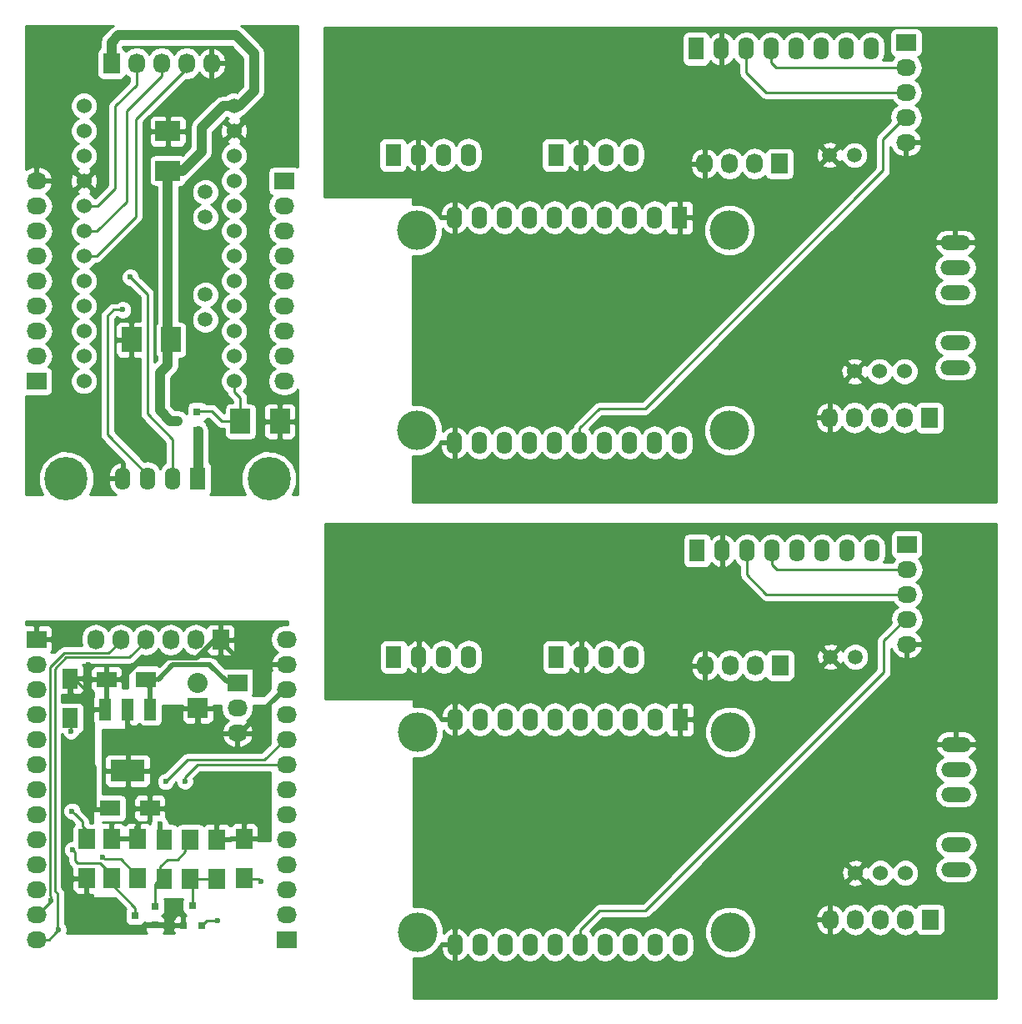
<source format=gbl>
G04 #@! TF.FileFunction,Copper,L2,Bot,Signal*
%FSLAX46Y46*%
G04 Gerber Fmt 4.6, Leading zero omitted, Abs format (unit mm)*
G04 Created by KiCad (PCBNEW 4.0.3-stable) date 06/29/17 20:57:41*
%MOMM*%
%LPD*%
G01*
G04 APERTURE LIST*
%ADD10C,0.100000*%
%ADD11C,4.400000*%
%ADD12O,1.600000X2.300000*%
%ADD13R,1.600000X2.300000*%
%ADD14C,4.000000*%
%ADD15O,3.014980X1.506220*%
%ADD16C,1.524000*%
%ADD17R,1.727200X2.032000*%
%ADD18O,1.727200X2.032000*%
%ADD19C,1.501140*%
%ADD20R,2.032000X1.727200*%
%ADD21O,2.032000X1.727200*%
%ADD22R,0.800100X0.800100*%
%ADD23R,1.600000X2.000000*%
%ADD24R,1.700000X2.000000*%
%ADD25R,2.032000X2.032000*%
%ADD26O,2.032000X2.032000*%
%ADD27R,2.000000X1.600000*%
%ADD28R,1.200000X2.200000*%
%ADD29R,3.500000X2.200000*%
%ADD30R,2.000000X2.500000*%
%ADD31R,2.500000X2.000000*%
%ADD32C,1.500000*%
%ADD33C,0.600000*%
%ADD34C,1.000000*%
%ADD35C,0.250000*%
%ADD36C,0.500000*%
%ADD37C,0.254000*%
G04 APERTURE END LIST*
D10*
D11*
X75438000Y-96520000D03*
D12*
X60588000Y-96520000D03*
D11*
X54838000Y-96520000D03*
D12*
X63128000Y-96520000D03*
X65668000Y-96520000D03*
D13*
X68208000Y-96520000D03*
X104546400Y-63665100D03*
D12*
X107086400Y-63665100D03*
X109626400Y-63665100D03*
X112166400Y-63665100D03*
D14*
X90449400Y-71285100D03*
X90449400Y-91605100D03*
X122199400Y-91605100D03*
D13*
X117119400Y-70015100D03*
D12*
X114579400Y-70015100D03*
X112039400Y-70015100D03*
X109499400Y-70015100D03*
X106959400Y-70015100D03*
X104419400Y-70015100D03*
X101879400Y-70015100D03*
X99339400Y-70015100D03*
X96799400Y-70015100D03*
X94259400Y-70015100D03*
X117119400Y-92875100D03*
X114579400Y-92875100D03*
X112039400Y-92875100D03*
X109499400Y-92875100D03*
X106959400Y-92875100D03*
X104419400Y-92875100D03*
X101879400Y-92875100D03*
X99339400Y-92875100D03*
X96799400Y-92875100D03*
X94259400Y-92875100D03*
D14*
X122199400Y-71285100D03*
D15*
X145139400Y-85255100D03*
X145139400Y-82715100D03*
D16*
X137439400Y-85615100D03*
X134899400Y-85615100D03*
X139979400Y-85615100D03*
D17*
X142519400Y-90335100D03*
D18*
X139979400Y-90335100D03*
X137439400Y-90335100D03*
X134899400Y-90335100D03*
X132359400Y-90335100D03*
D13*
X88036400Y-63665100D03*
D12*
X90576400Y-63665100D03*
X93116400Y-63665100D03*
X95656400Y-63665100D03*
D15*
X145139400Y-77635100D03*
X145139400Y-75095100D03*
X145139400Y-72555100D03*
D17*
X127279400Y-64535100D03*
D18*
X124739400Y-64535100D03*
X122199400Y-64535100D03*
X119659400Y-64535100D03*
D19*
X132359400Y-63665100D03*
X134899400Y-63665100D03*
D20*
X140139400Y-52235100D03*
D21*
X140139400Y-54775100D03*
X140139400Y-57315100D03*
X140139400Y-59855100D03*
X140139400Y-62395100D03*
D13*
X118839400Y-52870100D03*
D12*
X121379400Y-52870100D03*
X123919400Y-52870100D03*
X126459400Y-52870100D03*
X128999400Y-52870100D03*
X131539400Y-52870100D03*
X134079400Y-52870100D03*
X136619400Y-52870100D03*
D13*
X104622600Y-114617500D03*
D12*
X107162600Y-114617500D03*
X109702600Y-114617500D03*
X112242600Y-114617500D03*
D14*
X90525600Y-122237500D03*
X90525600Y-142557500D03*
X122275600Y-142557500D03*
D13*
X117195600Y-120967500D03*
D12*
X114655600Y-120967500D03*
X112115600Y-120967500D03*
X109575600Y-120967500D03*
X107035600Y-120967500D03*
X104495600Y-120967500D03*
X101955600Y-120967500D03*
X99415600Y-120967500D03*
X96875600Y-120967500D03*
X94335600Y-120967500D03*
X117195600Y-143827500D03*
X114655600Y-143827500D03*
X112115600Y-143827500D03*
X109575600Y-143827500D03*
X107035600Y-143827500D03*
X104495600Y-143827500D03*
X101955600Y-143827500D03*
X99415600Y-143827500D03*
X96875600Y-143827500D03*
X94335600Y-143827500D03*
D14*
X122275600Y-122237500D03*
D15*
X145215600Y-136207500D03*
X145215600Y-133667500D03*
D16*
X137515600Y-136567500D03*
X134975600Y-136567500D03*
X140055600Y-136567500D03*
D17*
X142595600Y-141287500D03*
D18*
X140055600Y-141287500D03*
X137515600Y-141287500D03*
X134975600Y-141287500D03*
X132435600Y-141287500D03*
D13*
X88112600Y-114617500D03*
D12*
X90652600Y-114617500D03*
X93192600Y-114617500D03*
X95732600Y-114617500D03*
D15*
X145215600Y-128587500D03*
X145215600Y-126047500D03*
X145215600Y-123507500D03*
D17*
X127355600Y-115487500D03*
D18*
X124815600Y-115487500D03*
X122275600Y-115487500D03*
X119735600Y-115487500D03*
D19*
X132435600Y-114617500D03*
X134975600Y-114617500D03*
D20*
X140215600Y-103187500D03*
D21*
X140215600Y-105727500D03*
X140215600Y-108267500D03*
X140215600Y-110807500D03*
X140215600Y-113347500D03*
D13*
X118915600Y-103822500D03*
D12*
X121455600Y-103822500D03*
X123995600Y-103822500D03*
X126535600Y-103822500D03*
X129075600Y-103822500D03*
X131615600Y-103822500D03*
X134155600Y-103822500D03*
X136695600Y-103822500D03*
D20*
X51810100Y-112824200D03*
D21*
X51810100Y-115364200D03*
X51810100Y-117904200D03*
X51810100Y-120444200D03*
X51810100Y-122984200D03*
X51810100Y-125524200D03*
X51810100Y-128064200D03*
X51810100Y-130604200D03*
X51810100Y-133144200D03*
X51810100Y-135684200D03*
X51810100Y-138224200D03*
X51810100Y-140764200D03*
X51810100Y-143304200D03*
D22*
X68606100Y-141866720D03*
X66706100Y-141866720D03*
X67656100Y-139867740D03*
X63842080Y-139941200D03*
X63842080Y-141841200D03*
X61843100Y-140891200D03*
D23*
X55239100Y-120825200D03*
X55239100Y-116825200D03*
X64786100Y-137144200D03*
X64786100Y-133144200D03*
D17*
X70506100Y-112865200D03*
D18*
X67966100Y-112865200D03*
X65426100Y-112865200D03*
X62886100Y-112865200D03*
X60346100Y-112865200D03*
X57806100Y-112865200D03*
D20*
X72206100Y-117265200D03*
D21*
X72206100Y-119805200D03*
X72206100Y-122345200D03*
D24*
X70120100Y-133144200D03*
X70120100Y-137144200D03*
X67453100Y-133144200D03*
X67453100Y-137144200D03*
X59452100Y-133081200D03*
X59452100Y-137081200D03*
X62119100Y-133081200D03*
X62119100Y-137081200D03*
X72914100Y-133081200D03*
X72914100Y-137081200D03*
D25*
X68193100Y-119809200D03*
D26*
X68193100Y-117269200D03*
D27*
X62922100Y-116888200D03*
X58922100Y-116888200D03*
X63325100Y-129983200D03*
X59325100Y-129983200D03*
D28*
X58781100Y-119959200D03*
X61081100Y-119959200D03*
X63381100Y-119959200D03*
D29*
X61081100Y-126159200D03*
D20*
X77210100Y-143304200D03*
D21*
X77210100Y-140764200D03*
X77210100Y-138224200D03*
X77210100Y-135684200D03*
X77210100Y-133144200D03*
X77210100Y-130604200D03*
X77210100Y-128064200D03*
X77210100Y-125524200D03*
X77210100Y-122984200D03*
X77210100Y-120444200D03*
X77210100Y-117904200D03*
X77210100Y-115364200D03*
X77210100Y-112824200D03*
D24*
X56912100Y-133095200D03*
X56912100Y-137095200D03*
D30*
X65468000Y-82423000D03*
X61468000Y-82423000D03*
D31*
X65151000Y-65246000D03*
X65151000Y-61246000D03*
D17*
X59436000Y-54356000D03*
D18*
X61976000Y-54356000D03*
X64516000Y-54356000D03*
X67056000Y-54356000D03*
X69596000Y-54356000D03*
D16*
X56642000Y-58674000D03*
X56642000Y-61214000D03*
X56642000Y-63754000D03*
X56642000Y-66294000D03*
X56642000Y-68834000D03*
X56642000Y-71374000D03*
X56642000Y-73914000D03*
X56642000Y-76454000D03*
X56642000Y-78994000D03*
X56642000Y-81534000D03*
X56642000Y-84074000D03*
X56642000Y-86614000D03*
X71882000Y-58674000D03*
X71882000Y-61214000D03*
X71882000Y-63754000D03*
X71882000Y-66294000D03*
X71882000Y-68834000D03*
X71882000Y-71374000D03*
X71882000Y-73914000D03*
X71882000Y-76454000D03*
X71882000Y-78994000D03*
X71882000Y-81534000D03*
X71882000Y-84074000D03*
X71882000Y-86614000D03*
D32*
X68961000Y-67437000D03*
X68961000Y-69977000D03*
X68961000Y-77851000D03*
X68961000Y-80391000D03*
D20*
X51816000Y-86614000D03*
D21*
X51816000Y-84074000D03*
X51816000Y-81534000D03*
X51816000Y-78994000D03*
X51816000Y-76454000D03*
X51816000Y-73914000D03*
X51816000Y-71374000D03*
X51816000Y-68834000D03*
X51816000Y-66294000D03*
D20*
X76962000Y-66294000D03*
D21*
X76962000Y-68834000D03*
X76962000Y-71374000D03*
X76962000Y-73914000D03*
X76962000Y-76454000D03*
X76962000Y-78994000D03*
X76962000Y-81534000D03*
X76962000Y-84074000D03*
X76962000Y-86614000D03*
D22*
X68131000Y-89706000D03*
X68131000Y-91606000D03*
X66132020Y-90656000D03*
D30*
X72531000Y-90706000D03*
X76531000Y-90706000D03*
D33*
X130074445Y-70108991D03*
X105941854Y-77339856D03*
X105741854Y-80739856D03*
X105341854Y-85539856D03*
X130317516Y-59698341D03*
X104298060Y-57035100D03*
X112039400Y-58585100D03*
X130150645Y-121061391D03*
X106018054Y-128292256D03*
X105818054Y-131692256D03*
X105418054Y-136492256D03*
X130393716Y-110650741D03*
X104374260Y-107987500D03*
X112115600Y-109537500D03*
X54706542Y-128433051D03*
X58890100Y-139744200D03*
X58890100Y-140994200D03*
X59890100Y-139744200D03*
X59890100Y-140994200D03*
X58890100Y-142244200D03*
X59890100Y-142244200D03*
X60874315Y-142250788D03*
X65272100Y-139494200D03*
X75307425Y-116533357D03*
X53842100Y-111554200D03*
X55366100Y-111554200D03*
X55366100Y-112824200D03*
X53842100Y-112824200D03*
X74924100Y-118158200D03*
X74162100Y-117142200D03*
X71196760Y-115354110D03*
X72372625Y-115354110D03*
X72384100Y-111554200D03*
X73654100Y-111554200D03*
X74924100Y-111554200D03*
X74924100Y-112824200D03*
X73654100Y-112824200D03*
X73654100Y-114094200D03*
X72384100Y-114094200D03*
X72384100Y-112824200D03*
X62590100Y-142244200D03*
X56530721Y-125474200D03*
X57348100Y-125474200D03*
X55570100Y-125474200D03*
X54681100Y-125474200D03*
X54681100Y-126744200D03*
X57090467Y-119492308D03*
X57146514Y-118326424D03*
X55289900Y-118856700D03*
X64325991Y-131588661D03*
X65212209Y-141866720D03*
X57067900Y-115389600D03*
X60579000Y-79375000D03*
X61341000Y-76073000D03*
X54019021Y-142304073D03*
X66893683Y-127232898D03*
X64935655Y-127269748D03*
X53307457Y-139370508D03*
X74886000Y-128038800D03*
X74911400Y-126718000D03*
X55311047Y-122174721D03*
X70225100Y-141399200D03*
X74610435Y-137399200D03*
X55429576Y-130276263D03*
X58563100Y-134934790D03*
X55458805Y-134180448D03*
D34*
X66132020Y-90656000D02*
X65398837Y-90656000D01*
X65398837Y-90656000D02*
X64329416Y-89586579D01*
X64329416Y-89586579D02*
X64329416Y-85794435D01*
X64329416Y-85794435D02*
X65151000Y-84972851D01*
X65151000Y-84972851D02*
X65151000Y-80772000D01*
X66651000Y-65246000D02*
X68586527Y-63310473D01*
X68586527Y-63310473D02*
X68586527Y-60850473D01*
X68586527Y-60850473D02*
X70763000Y-58674000D01*
X70763000Y-58674000D02*
X71882000Y-58674000D01*
D35*
X71882000Y-58674000D02*
X70804370Y-58674000D01*
X70804370Y-58674000D02*
X69372370Y-60106000D01*
D34*
X73914000Y-53340000D02*
X73914000Y-57146359D01*
X73914000Y-57146359D02*
X72386359Y-58674000D01*
D35*
X72386359Y-58674000D02*
X71882000Y-58674000D01*
D34*
X59436000Y-53467000D02*
X59436000Y-52201000D01*
X59436000Y-52201000D02*
X60128944Y-51508056D01*
X60128944Y-51508056D02*
X72082056Y-51508056D01*
X72082056Y-51508056D02*
X73914000Y-53340000D01*
D35*
X65151000Y-80772000D02*
X65151000Y-81022000D01*
X65151000Y-65246000D02*
X65151000Y-66496000D01*
D34*
X65151000Y-66496000D02*
X65151000Y-80772000D01*
X65151000Y-65246000D02*
X66651000Y-65246000D01*
X66651000Y-65246000D02*
X66746000Y-65151000D01*
D36*
X57666100Y-129348200D02*
X57666100Y-125792200D01*
X57666100Y-129792200D02*
X57666100Y-129348200D01*
X59198100Y-130110200D02*
X57698100Y-130110200D01*
X57698100Y-130110200D02*
X57666100Y-130078200D01*
X57666100Y-130078200D02*
X57666100Y-129348200D01*
X56404100Y-123570200D02*
X56404100Y-123420200D01*
X56404100Y-123420200D02*
X57090467Y-122733833D01*
X57090467Y-122733833D02*
X57090467Y-119492308D01*
X54681100Y-126744200D02*
X54681100Y-128407609D01*
X54681100Y-128407609D02*
X54706542Y-128433051D01*
X58890100Y-140019775D02*
X58944128Y-139965747D01*
X58890100Y-141175090D02*
X58890100Y-140019775D01*
X58958393Y-139980012D02*
X58944128Y-139965747D01*
X59828535Y-139980012D02*
X58958393Y-139980012D01*
X58890100Y-142244200D02*
X58890100Y-141175090D01*
X60874315Y-142250788D02*
X59896688Y-142250788D01*
X59896688Y-142250788D02*
X59890100Y-142244200D01*
X58890100Y-141175090D02*
X58902373Y-141162817D01*
X60867727Y-142244200D02*
X60874315Y-142250788D01*
X59890100Y-142244200D02*
X60867727Y-142244200D01*
X65212209Y-141866720D02*
X65212209Y-139554091D01*
X65212209Y-139554091D02*
X65272100Y-139494200D01*
X57666100Y-125792200D02*
X57348100Y-125474200D01*
X75307425Y-116109093D02*
X75307425Y-116533357D01*
X74698582Y-117142200D02*
X75007426Y-116833356D01*
X74162100Y-117142200D02*
X74698582Y-117142200D01*
X75307425Y-115750875D02*
X75307425Y-116109093D01*
X75694100Y-115364200D02*
X75307425Y-115750875D01*
X75007426Y-116833356D02*
X75307425Y-116533357D01*
X77210100Y-115364200D02*
X75694100Y-115364200D01*
X58922100Y-116888200D02*
X58922100Y-119818200D01*
X58922100Y-119818200D02*
X58781100Y-119959200D01*
X55366100Y-111554200D02*
X53842100Y-111554200D01*
X53842100Y-112824200D02*
X55366100Y-112824200D01*
X51810100Y-112824200D02*
X53842100Y-112824200D01*
X72372625Y-115354110D02*
X71196760Y-115354110D01*
X73654100Y-111554200D02*
X72384100Y-111554200D01*
X74924100Y-112824200D02*
X74924100Y-111554200D01*
X73654100Y-114094200D02*
X73654100Y-112824200D01*
X72384100Y-112824200D02*
X72384100Y-114094200D01*
X63842080Y-141841200D02*
X62993100Y-141841200D01*
X62993100Y-141841200D02*
X62590100Y-142244200D01*
X57348100Y-125474200D02*
X56530721Y-125474200D01*
X54681100Y-125474200D02*
X55570100Y-125474200D01*
X70506100Y-112865200D02*
X69976225Y-112865200D01*
X69976225Y-112865200D02*
X68117034Y-114724391D01*
X60422100Y-116888200D02*
X58922100Y-116888200D01*
X68117034Y-114724391D02*
X62585909Y-114724391D01*
X62585909Y-114724391D02*
X60422100Y-116888200D01*
X77210100Y-115364200D02*
X72852700Y-115364200D01*
X70506100Y-113017600D02*
X70506100Y-112865200D01*
X72852700Y-115364200D02*
X70506100Y-113017600D01*
X57390466Y-119792307D02*
X57090467Y-119492308D01*
X57557359Y-119959200D02*
X57390466Y-119792307D01*
X58781100Y-119959200D02*
X57557359Y-119959200D01*
D35*
X56846515Y-118026425D02*
X57146514Y-118326424D01*
X55581290Y-116761200D02*
X56846515Y-118026425D01*
X54731100Y-116761200D02*
X55581290Y-116761200D01*
D36*
X55239100Y-116825200D02*
X55239100Y-118805900D01*
X55239100Y-118805900D02*
X55289900Y-118856700D01*
X64327561Y-131588661D02*
X64325991Y-131588661D01*
X64383100Y-131644200D02*
X64327561Y-131588661D01*
X64383100Y-133144200D02*
X64383100Y-131644200D01*
X66706100Y-141866720D02*
X65212209Y-141866720D01*
X65212209Y-141866720D02*
X63867600Y-141866720D01*
X63842080Y-141841200D02*
X65186689Y-141841200D01*
X65186689Y-141841200D02*
X65212209Y-141866720D01*
D35*
X63867600Y-141866720D02*
X63842080Y-141841200D01*
X71850000Y-61246000D02*
X71882000Y-61214000D01*
X123919400Y-52870100D02*
X123895909Y-52893591D01*
X123895909Y-52893591D02*
X123895909Y-55328609D01*
X123895909Y-55328609D02*
X125882400Y-57315100D01*
X125882400Y-57315100D02*
X139987000Y-57315100D01*
X139987000Y-57315100D02*
X140139400Y-57315100D01*
X123995600Y-103822500D02*
X123972109Y-103845991D01*
X123972109Y-103845991D02*
X123972109Y-106281009D01*
X123972109Y-106281009D02*
X125958600Y-108267500D01*
X125958600Y-108267500D02*
X140063200Y-108267500D01*
X140063200Y-108267500D02*
X140215600Y-108267500D01*
X64516000Y-54356000D02*
X64516000Y-55622000D01*
X64516000Y-55622000D02*
X60943704Y-59194296D01*
X60943704Y-59194296D02*
X60943704Y-68377013D01*
X60943704Y-68377013D02*
X57946717Y-71374000D01*
X57946717Y-71374000D02*
X57719630Y-71374000D01*
X57719630Y-71374000D02*
X56642000Y-71374000D01*
X126964400Y-54775100D02*
X127279400Y-54775100D01*
X126459400Y-52870100D02*
X126459400Y-54270100D01*
X126459400Y-54270100D02*
X126964400Y-54775100D01*
X140139400Y-54775100D02*
X127279400Y-54775100D01*
X127040600Y-105727500D02*
X127355600Y-105727500D01*
X126535600Y-103822500D02*
X126535600Y-105222500D01*
X126535600Y-105222500D02*
X127040600Y-105727500D01*
X140215600Y-105727500D02*
X127355600Y-105727500D01*
X61976000Y-54356000D02*
X61976000Y-56522616D01*
X61976000Y-56522616D02*
X59800023Y-58698593D01*
X59800023Y-58698593D02*
X59800023Y-67046774D01*
X59800023Y-67046774D02*
X58012797Y-68834000D01*
X58012797Y-68834000D02*
X56642000Y-68834000D01*
X68180705Y-91621446D02*
X68231000Y-91671741D01*
D34*
X68231000Y-91671741D02*
X68231000Y-96497000D01*
D35*
X68231000Y-96497000D02*
X68208000Y-96520000D01*
X68208000Y-95875669D02*
X68208000Y-96520000D01*
X140139400Y-59855100D02*
X139987000Y-59855100D01*
X113606433Y-89420670D02*
X108952429Y-89420670D01*
X139987000Y-59855100D02*
X137808774Y-62033326D01*
X137808774Y-62033326D02*
X137808774Y-65218329D01*
X137808774Y-65218329D02*
X113606433Y-89420670D01*
X108952429Y-89420670D02*
X106978004Y-91395095D01*
X106978004Y-91395095D02*
X106978004Y-92856496D01*
X106978004Y-92856496D02*
X106959400Y-92875100D01*
X140215600Y-110807500D02*
X140063200Y-110807500D01*
X113682633Y-140373070D02*
X109028629Y-140373070D01*
X140063200Y-110807500D02*
X137884974Y-112985726D01*
X137884974Y-112985726D02*
X137884974Y-116170729D01*
X137884974Y-116170729D02*
X113682633Y-140373070D01*
X109028629Y-140373070D02*
X107054204Y-142347495D01*
X107054204Y-142347495D02*
X107054204Y-143808896D01*
X107054204Y-143808896D02*
X107035600Y-143827500D01*
X67056000Y-54356000D02*
X67056000Y-54840719D01*
X67056000Y-54840719D02*
X61906804Y-59989915D01*
X61906804Y-59989915D02*
X61906804Y-69936074D01*
X61906804Y-69936074D02*
X57928878Y-73914000D01*
X57928878Y-73914000D02*
X56642000Y-73914000D01*
X63128000Y-96520000D02*
X63128000Y-96170000D01*
X58997420Y-92039420D02*
X58997420Y-80004652D01*
X63128000Y-96170000D02*
X58997420Y-92039420D01*
X58997420Y-80004652D02*
X59627072Y-79375000D01*
X59627072Y-79375000D02*
X60579000Y-79375000D01*
X65668000Y-96520000D02*
X65668000Y-92530175D01*
X65668000Y-92530175D02*
X63056007Y-89918182D01*
X63056007Y-89918182D02*
X63056007Y-77788007D01*
X63056007Y-77788007D02*
X61341000Y-76073000D01*
X71882000Y-86614000D02*
X71882000Y-87691630D01*
X71882000Y-87691630D02*
X72531000Y-88340630D01*
X72531000Y-88340630D02*
X72531000Y-90706000D01*
X68231000Y-89643233D02*
X69599342Y-89643233D01*
X69599342Y-89643233D02*
X70662109Y-90706000D01*
X70662109Y-90706000D02*
X70781050Y-90706000D01*
X70781050Y-90706000D02*
X72531000Y-90706000D01*
X69590100Y-137144200D02*
X66923100Y-137144200D01*
X67656100Y-139867740D02*
X67656100Y-137877200D01*
X67656100Y-137877200D02*
X66923100Y-137144200D01*
X64383100Y-137144200D02*
X64383100Y-135894200D01*
X65101100Y-135176200D02*
X66141100Y-135176200D01*
X66923100Y-134394200D02*
X66923100Y-133144200D01*
X64383100Y-135894200D02*
X65101100Y-135176200D01*
X66141100Y-135176200D02*
X66923100Y-134394200D01*
X63842080Y-139941200D02*
X63842080Y-137685220D01*
X63842080Y-137685220D02*
X64383100Y-137144200D01*
X61247479Y-114656221D02*
X54805489Y-114656221D01*
X53989080Y-142391220D02*
X53715100Y-142665200D01*
X62886100Y-112865200D02*
X62886100Y-113017600D01*
X62886100Y-113017600D02*
X61247479Y-114656221D01*
X54805489Y-114656221D02*
X53658423Y-115803287D01*
X53658423Y-115803287D02*
X53658423Y-138363537D01*
X53658423Y-138363537D02*
X53989080Y-138694194D01*
X53989080Y-138694194D02*
X53989080Y-142391220D01*
X53719022Y-142604072D02*
X54019021Y-142304073D01*
X53715100Y-142665200D02*
X53715100Y-142607994D01*
X53715100Y-142607994D02*
X53719022Y-142604072D01*
X53715100Y-142665200D02*
X53076100Y-143304200D01*
X53076100Y-143304200D02*
X51810100Y-143304200D01*
X77210100Y-125524200D02*
X68145758Y-125524200D01*
X68145758Y-125524200D02*
X66865270Y-126804688D01*
X66865270Y-127232898D02*
X66893683Y-127232898D01*
X66865270Y-126804688D02*
X66865270Y-127232898D01*
X65235654Y-126969749D02*
X64935655Y-127269748D01*
X74967711Y-125074189D02*
X67131214Y-125074189D01*
X77057700Y-122984200D02*
X74967711Y-125074189D01*
X67131214Y-125074189D02*
X65235654Y-126969749D01*
X77210100Y-122984200D02*
X77057700Y-122984200D01*
X53208412Y-138847199D02*
X53307457Y-138946244D01*
X54619089Y-114206210D02*
X53208412Y-115616887D01*
X60346100Y-112865200D02*
X60346100Y-113017600D01*
X60346100Y-113017600D02*
X59157490Y-114206210D01*
X53307457Y-138946244D02*
X53307457Y-139370508D01*
X53208412Y-115616887D02*
X53208412Y-138847199D01*
X59157490Y-114206210D02*
X54619089Y-114206210D01*
X51962500Y-140764200D02*
X53307457Y-139419243D01*
X51810100Y-140764200D02*
X51962500Y-140764200D01*
X53307457Y-139419243D02*
X53307457Y-139370508D01*
D36*
X72358500Y-122345200D02*
X72537626Y-122345200D01*
X72537626Y-122345200D02*
X76799500Y-118083326D01*
X76799500Y-118083326D02*
X76799500Y-117904200D01*
X67304100Y-122336500D02*
X68193100Y-121447500D01*
X68193100Y-121447500D02*
X68193100Y-119809200D01*
X61347800Y-122336500D02*
X67304100Y-122336500D01*
X61081100Y-122069800D02*
X61347800Y-122336500D01*
X61081100Y-119959200D02*
X61081100Y-122069800D01*
D35*
X72206100Y-122345200D02*
X72358500Y-122345200D01*
X61843100Y-133081200D02*
X61843100Y-131831200D01*
X59176100Y-133081200D02*
X61843100Y-133081200D01*
X70225100Y-133176200D02*
X72511100Y-133176200D01*
X64172100Y-116888200D02*
X63937426Y-116888200D01*
D36*
X63937426Y-116888200D02*
X62922100Y-116888200D01*
X72748331Y-117133569D02*
X71112412Y-117133569D01*
X71112412Y-117133569D02*
X69457084Y-115478241D01*
X69457084Y-115424401D02*
X65635899Y-115424401D01*
X65635899Y-115424401D02*
X64172100Y-116888200D01*
X62922100Y-117281400D02*
X63381100Y-117740400D01*
X63381100Y-117740400D02*
X63381100Y-119959200D01*
D35*
X62922100Y-116888200D02*
X62922100Y-117281400D01*
X77210100Y-112824200D02*
X77057700Y-112824200D01*
X54731100Y-120761200D02*
X55311047Y-121341147D01*
X55311047Y-121750457D02*
X55311047Y-122174721D01*
X55311047Y-121341147D02*
X55311047Y-121750457D01*
X70225100Y-141399200D02*
X69073620Y-141399200D01*
X69073620Y-141399200D02*
X68606100Y-141866720D01*
X72511100Y-137176200D02*
X74374951Y-137176200D01*
X74374951Y-137176200D02*
X74381193Y-137169958D01*
X74381193Y-137169958D02*
X74610435Y-137399200D01*
X56912100Y-133095200D02*
X56912100Y-132287890D01*
X56462090Y-131837880D02*
X56462090Y-131308778D01*
X56462090Y-131308778D02*
X55729575Y-130576262D01*
X56912100Y-132287890D02*
X56462090Y-131837880D01*
X55729575Y-130576262D02*
X55429576Y-130276263D01*
X58786425Y-135158115D02*
X58563100Y-134934790D01*
X62119100Y-137081200D02*
X62119100Y-136931200D01*
X62119100Y-136931200D02*
X60346015Y-135158115D01*
X60346015Y-135158115D02*
X58786425Y-135158115D01*
X61843100Y-137081200D02*
X61843100Y-136931200D01*
X55769100Y-135317200D02*
X55769100Y-134490743D01*
X55769100Y-134490743D02*
X55458805Y-134180448D01*
X56023100Y-135571200D02*
X55769100Y-135317200D01*
X58309100Y-135571200D02*
X56023100Y-135571200D01*
X59452100Y-136714200D02*
X58309100Y-135571200D01*
X59452100Y-137081200D02*
X59452100Y-136714200D01*
X59452100Y-136931200D02*
X59452100Y-137081200D01*
X59452100Y-137081200D02*
X59452100Y-136841200D01*
X61843100Y-140891200D02*
X61843100Y-140083110D01*
X61843100Y-140083110D02*
X59176100Y-137416110D01*
X59176100Y-137416110D02*
X59176100Y-137081200D01*
D37*
G36*
X149290000Y-98888100D02*
X90033400Y-98888100D01*
X90033400Y-94239738D01*
X90971234Y-94240557D01*
X91940058Y-93840247D01*
X92681942Y-93099657D01*
X92722451Y-93002100D01*
X92824400Y-93002100D01*
X92824400Y-93352100D01*
X92982234Y-93891583D01*
X93334504Y-94329600D01*
X93827581Y-94599467D01*
X93910361Y-94617004D01*
X94132400Y-94495015D01*
X94132400Y-93002100D01*
X92824400Y-93002100D01*
X92722451Y-93002100D01*
X92827921Y-92748100D01*
X94132400Y-92748100D01*
X94132400Y-91255185D01*
X94386400Y-91255185D01*
X94386400Y-92748100D01*
X94406400Y-92748100D01*
X94406400Y-93002100D01*
X94386400Y-93002100D01*
X94386400Y-94495015D01*
X94608439Y-94617004D01*
X94691219Y-94599467D01*
X95184296Y-94329600D01*
X95532251Y-93896949D01*
X95784702Y-94274768D01*
X96250249Y-94585837D01*
X96799400Y-94695070D01*
X97348551Y-94585837D01*
X97814098Y-94274768D01*
X98069400Y-93892682D01*
X98324702Y-94274768D01*
X98790249Y-94585837D01*
X99339400Y-94695070D01*
X99888551Y-94585837D01*
X100354098Y-94274768D01*
X100609400Y-93892682D01*
X100864702Y-94274768D01*
X101330249Y-94585837D01*
X101879400Y-94695070D01*
X102428551Y-94585837D01*
X102894098Y-94274768D01*
X103149400Y-93892682D01*
X103404702Y-94274768D01*
X103870249Y-94585837D01*
X104419400Y-94695070D01*
X104968551Y-94585837D01*
X105434098Y-94274768D01*
X105689400Y-93892682D01*
X105944702Y-94274768D01*
X106410249Y-94585837D01*
X106959400Y-94695070D01*
X107508551Y-94585837D01*
X107974098Y-94274768D01*
X108229400Y-93892682D01*
X108484702Y-94274768D01*
X108950249Y-94585837D01*
X109499400Y-94695070D01*
X110048551Y-94585837D01*
X110514098Y-94274768D01*
X110769400Y-93892682D01*
X111024702Y-94274768D01*
X111490249Y-94585837D01*
X112039400Y-94695070D01*
X112588551Y-94585837D01*
X113054098Y-94274768D01*
X113309400Y-93892682D01*
X113564702Y-94274768D01*
X114030249Y-94585837D01*
X114579400Y-94695070D01*
X115128551Y-94585837D01*
X115594098Y-94274768D01*
X115849400Y-93892682D01*
X116104702Y-94274768D01*
X116570249Y-94585837D01*
X117119400Y-94695070D01*
X117668551Y-94585837D01*
X118134098Y-94274768D01*
X118445167Y-93809221D01*
X118554400Y-93260070D01*
X118554400Y-92490130D01*
X118482156Y-92126934D01*
X119563943Y-92126934D01*
X119964253Y-93095758D01*
X120704843Y-93837642D01*
X121672967Y-94239642D01*
X122721234Y-94240557D01*
X123690058Y-93840247D01*
X124431942Y-93099657D01*
X124833942Y-92131533D01*
X124834857Y-91083266D01*
X124675261Y-90697013D01*
X130874216Y-90697013D01*
X131067446Y-91249420D01*
X131457364Y-91685832D01*
X131984609Y-91939809D01*
X132000374Y-91942458D01*
X132232400Y-91821317D01*
X132232400Y-90462100D01*
X131018476Y-90462100D01*
X130874216Y-90697013D01*
X124675261Y-90697013D01*
X124434547Y-90114442D01*
X124293539Y-89973187D01*
X130874216Y-89973187D01*
X131018476Y-90208100D01*
X132232400Y-90208100D01*
X132232400Y-88848883D01*
X132486400Y-88848883D01*
X132486400Y-90208100D01*
X132506400Y-90208100D01*
X132506400Y-90462100D01*
X132486400Y-90462100D01*
X132486400Y-91821317D01*
X132718426Y-91942458D01*
X132734191Y-91939809D01*
X133261436Y-91685832D01*
X133632939Y-91270031D01*
X133839730Y-91579515D01*
X134325911Y-91904371D01*
X134899400Y-92018445D01*
X135472889Y-91904371D01*
X135959070Y-91579515D01*
X136169400Y-91264734D01*
X136379730Y-91579515D01*
X136865911Y-91904371D01*
X137439400Y-92018445D01*
X138012889Y-91904371D01*
X138499070Y-91579515D01*
X138709400Y-91264734D01*
X138919730Y-91579515D01*
X139405911Y-91904371D01*
X139979400Y-92018445D01*
X140552889Y-91904371D01*
X141039070Y-91579515D01*
X141048643Y-91565187D01*
X141052638Y-91586417D01*
X141191710Y-91802541D01*
X141403910Y-91947531D01*
X141655800Y-91998540D01*
X143383000Y-91998540D01*
X143618317Y-91954262D01*
X143834441Y-91815190D01*
X143979431Y-91602990D01*
X144030440Y-91351100D01*
X144030440Y-89319100D01*
X143986162Y-89083783D01*
X143847090Y-88867659D01*
X143634890Y-88722669D01*
X143383000Y-88671660D01*
X141655800Y-88671660D01*
X141420483Y-88715938D01*
X141204359Y-88855010D01*
X141059369Y-89067210D01*
X141051000Y-89108539D01*
X141039070Y-89090685D01*
X140552889Y-88765829D01*
X139979400Y-88651755D01*
X139405911Y-88765829D01*
X138919730Y-89090685D01*
X138709400Y-89405466D01*
X138499070Y-89090685D01*
X138012889Y-88765829D01*
X137439400Y-88651755D01*
X136865911Y-88765829D01*
X136379730Y-89090685D01*
X136169400Y-89405466D01*
X135959070Y-89090685D01*
X135472889Y-88765829D01*
X134899400Y-88651755D01*
X134325911Y-88765829D01*
X133839730Y-89090685D01*
X133632939Y-89400169D01*
X133261436Y-88984368D01*
X132734191Y-88730391D01*
X132718426Y-88727742D01*
X132486400Y-88848883D01*
X132232400Y-88848883D01*
X132000374Y-88727742D01*
X131984609Y-88730391D01*
X131457364Y-88984368D01*
X131067446Y-89420780D01*
X130874216Y-89973187D01*
X124293539Y-89973187D01*
X123693957Y-89372558D01*
X122725833Y-88970558D01*
X121677566Y-88969643D01*
X120708742Y-89369953D01*
X119966858Y-90110543D01*
X119564858Y-91078667D01*
X119563943Y-92126934D01*
X118482156Y-92126934D01*
X118445167Y-91940979D01*
X118134098Y-91475432D01*
X117668551Y-91164363D01*
X117119400Y-91055130D01*
X116570249Y-91164363D01*
X116104702Y-91475432D01*
X115849400Y-91857518D01*
X115594098Y-91475432D01*
X115128551Y-91164363D01*
X114579400Y-91055130D01*
X114030249Y-91164363D01*
X113564702Y-91475432D01*
X113309400Y-91857518D01*
X113054098Y-91475432D01*
X112588551Y-91164363D01*
X112039400Y-91055130D01*
X111490249Y-91164363D01*
X111024702Y-91475432D01*
X110769400Y-91857518D01*
X110514098Y-91475432D01*
X110048551Y-91164363D01*
X109499400Y-91055130D01*
X108950249Y-91164363D01*
X108484702Y-91475432D01*
X108229400Y-91857518D01*
X107974098Y-91475432D01*
X107973121Y-91474780D01*
X109267231Y-90180670D01*
X113606433Y-90180670D01*
X113897272Y-90122818D01*
X114143834Y-89958071D01*
X117506592Y-86595313D01*
X134098792Y-86595313D01*
X134168257Y-86837497D01*
X134691702Y-87024244D01*
X135246768Y-86996462D01*
X135630543Y-86837497D01*
X135700008Y-86595313D01*
X134899400Y-85794705D01*
X134098792Y-86595313D01*
X117506592Y-86595313D01*
X118694503Y-85407402D01*
X133490256Y-85407402D01*
X133518038Y-85962468D01*
X133677003Y-86346243D01*
X133919187Y-86415708D01*
X134719795Y-85615100D01*
X135079005Y-85615100D01*
X135879613Y-86415708D01*
X136121797Y-86346243D01*
X136171909Y-86205782D01*
X136254390Y-86405403D01*
X136647030Y-86798729D01*
X137160300Y-87011857D01*
X137716061Y-87012342D01*
X138229703Y-86800110D01*
X138623029Y-86407470D01*
X138709349Y-86199588D01*
X138794390Y-86405403D01*
X139187030Y-86798729D01*
X139700300Y-87011857D01*
X140256061Y-87012342D01*
X140769703Y-86800110D01*
X141163029Y-86407470D01*
X141376157Y-85894200D01*
X141376642Y-85338439D01*
X141164410Y-84824797D01*
X140771770Y-84431471D01*
X140258500Y-84218343D01*
X139702739Y-84217858D01*
X139189097Y-84430090D01*
X138795771Y-84822730D01*
X138709451Y-85030612D01*
X138624410Y-84824797D01*
X138231770Y-84431471D01*
X137718500Y-84218343D01*
X137162739Y-84217858D01*
X136649097Y-84430090D01*
X136255771Y-84822730D01*
X136176005Y-85014827D01*
X136121797Y-84883957D01*
X135879613Y-84814492D01*
X135079005Y-85615100D01*
X134719795Y-85615100D01*
X133919187Y-84814492D01*
X133677003Y-84883957D01*
X133490256Y-85407402D01*
X118694503Y-85407402D01*
X119467018Y-84634887D01*
X134098792Y-84634887D01*
X134899400Y-85435495D01*
X135700008Y-84634887D01*
X135630543Y-84392703D01*
X135107098Y-84205956D01*
X134552032Y-84233738D01*
X134168257Y-84392703D01*
X134098792Y-84634887D01*
X119467018Y-84634887D01*
X121386805Y-82715100D01*
X142954936Y-82715100D01*
X143060600Y-83246307D01*
X143361504Y-83696642D01*
X143793212Y-83985100D01*
X143361504Y-84273558D01*
X143060600Y-84723893D01*
X142954936Y-85255100D01*
X143060600Y-85786307D01*
X143361504Y-86236642D01*
X143811839Y-86537546D01*
X144343046Y-86643210D01*
X145935754Y-86643210D01*
X146466961Y-86537546D01*
X146917296Y-86236642D01*
X147218200Y-85786307D01*
X147323864Y-85255100D01*
X147218200Y-84723893D01*
X146917296Y-84273558D01*
X146485588Y-83985100D01*
X146917296Y-83696642D01*
X147218200Y-83246307D01*
X147323864Y-82715100D01*
X147218200Y-82183893D01*
X146917296Y-81733558D01*
X146466961Y-81432654D01*
X145935754Y-81326990D01*
X144343046Y-81326990D01*
X143811839Y-81432654D01*
X143361504Y-81733558D01*
X143060600Y-82183893D01*
X142954936Y-82715100D01*
X121386805Y-82715100D01*
X129006805Y-75095100D01*
X142954936Y-75095100D01*
X143060600Y-75626307D01*
X143361504Y-76076642D01*
X143793212Y-76365100D01*
X143361504Y-76653558D01*
X143060600Y-77103893D01*
X142954936Y-77635100D01*
X143060600Y-78166307D01*
X143361504Y-78616642D01*
X143811839Y-78917546D01*
X144343046Y-79023210D01*
X145935754Y-79023210D01*
X146466961Y-78917546D01*
X146917296Y-78616642D01*
X147218200Y-78166307D01*
X147323864Y-77635100D01*
X147218200Y-77103893D01*
X146917296Y-76653558D01*
X146485588Y-76365100D01*
X146917296Y-76076642D01*
X147218200Y-75626307D01*
X147323864Y-75095100D01*
X147218200Y-74563893D01*
X146917296Y-74113558D01*
X146466961Y-73812654D01*
X146464094Y-73812084D01*
X146542319Y-73788946D01*
X146965124Y-73446840D01*
X147224827Y-72968975D01*
X147239183Y-72896774D01*
X147116562Y-72682100D01*
X145266400Y-72682100D01*
X145266400Y-72702100D01*
X145012400Y-72702100D01*
X145012400Y-72682100D01*
X143162238Y-72682100D01*
X143039617Y-72896774D01*
X143053973Y-72968975D01*
X143313676Y-73446840D01*
X143736481Y-73788946D01*
X143814706Y-73812084D01*
X143811839Y-73812654D01*
X143361504Y-74113558D01*
X143060600Y-74563893D01*
X142954936Y-75095100D01*
X129006805Y-75095100D01*
X131888479Y-72213426D01*
X143039617Y-72213426D01*
X143162238Y-72428100D01*
X145012400Y-72428100D01*
X145012400Y-71166990D01*
X145266400Y-71166990D01*
X145266400Y-72428100D01*
X147116562Y-72428100D01*
X147239183Y-72213426D01*
X147224827Y-72141225D01*
X146965124Y-71663360D01*
X146542319Y-71321254D01*
X146020780Y-71166990D01*
X145266400Y-71166990D01*
X145012400Y-71166990D01*
X144258020Y-71166990D01*
X143736481Y-71321254D01*
X143313676Y-71663360D01*
X143053973Y-72141225D01*
X143039617Y-72213426D01*
X131888479Y-72213426D01*
X138346175Y-65755730D01*
X138510922Y-65509168D01*
X138568774Y-65218329D01*
X138568774Y-62840646D01*
X138788668Y-63297136D01*
X139225080Y-63687054D01*
X139777487Y-63880284D01*
X140012400Y-63736024D01*
X140012400Y-62522100D01*
X140266400Y-62522100D01*
X140266400Y-63736024D01*
X140501313Y-63880284D01*
X141053720Y-63687054D01*
X141490132Y-63297136D01*
X141744109Y-62769891D01*
X141746758Y-62754126D01*
X141625617Y-62522100D01*
X140266400Y-62522100D01*
X140012400Y-62522100D01*
X139992400Y-62522100D01*
X139992400Y-62268100D01*
X140012400Y-62268100D01*
X140012400Y-62248100D01*
X140266400Y-62248100D01*
X140266400Y-62268100D01*
X141625617Y-62268100D01*
X141746758Y-62036074D01*
X141744109Y-62020309D01*
X141490132Y-61493064D01*
X141074331Y-61121561D01*
X141383815Y-60914770D01*
X141708671Y-60428589D01*
X141822745Y-59855100D01*
X141708671Y-59281611D01*
X141383815Y-58795430D01*
X141069034Y-58585100D01*
X141383815Y-58374770D01*
X141708671Y-57888589D01*
X141822745Y-57315100D01*
X141708671Y-56741611D01*
X141383815Y-56255430D01*
X141069034Y-56045100D01*
X141383815Y-55834770D01*
X141708671Y-55348589D01*
X141822745Y-54775100D01*
X141708671Y-54201611D01*
X141383815Y-53715430D01*
X141369487Y-53705857D01*
X141390717Y-53701862D01*
X141606841Y-53562790D01*
X141751831Y-53350590D01*
X141802840Y-53098700D01*
X141802840Y-51371500D01*
X141758562Y-51136183D01*
X141619490Y-50920059D01*
X141407290Y-50775069D01*
X141155400Y-50724060D01*
X139123400Y-50724060D01*
X138888083Y-50768338D01*
X138671959Y-50907410D01*
X138526969Y-51119610D01*
X138475960Y-51371500D01*
X138475960Y-53098700D01*
X138520238Y-53334017D01*
X138659310Y-53550141D01*
X138871510Y-53695131D01*
X138912839Y-53703500D01*
X138894985Y-53715430D01*
X138694752Y-54015100D01*
X137804262Y-54015100D01*
X137945167Y-53804221D01*
X138054400Y-53255070D01*
X138054400Y-52485130D01*
X137945167Y-51935979D01*
X137634098Y-51470432D01*
X137168551Y-51159363D01*
X136619400Y-51050130D01*
X136070249Y-51159363D01*
X135604702Y-51470432D01*
X135349400Y-51852518D01*
X135094098Y-51470432D01*
X134628551Y-51159363D01*
X134079400Y-51050130D01*
X133530249Y-51159363D01*
X133064702Y-51470432D01*
X132809400Y-51852518D01*
X132554098Y-51470432D01*
X132088551Y-51159363D01*
X131539400Y-51050130D01*
X130990249Y-51159363D01*
X130524702Y-51470432D01*
X130269400Y-51852518D01*
X130014098Y-51470432D01*
X129548551Y-51159363D01*
X128999400Y-51050130D01*
X128450249Y-51159363D01*
X127984702Y-51470432D01*
X127729400Y-51852518D01*
X127474098Y-51470432D01*
X127008551Y-51159363D01*
X126459400Y-51050130D01*
X125910249Y-51159363D01*
X125444702Y-51470432D01*
X125189400Y-51852518D01*
X124934098Y-51470432D01*
X124468551Y-51159363D01*
X123919400Y-51050130D01*
X123370249Y-51159363D01*
X122904702Y-51470432D01*
X122652251Y-51848251D01*
X122304296Y-51415600D01*
X121811219Y-51145733D01*
X121728439Y-51128196D01*
X121506400Y-51250185D01*
X121506400Y-52743100D01*
X121526400Y-52743100D01*
X121526400Y-52997100D01*
X121506400Y-52997100D01*
X121506400Y-54490015D01*
X121728439Y-54612004D01*
X121811219Y-54594467D01*
X122304296Y-54324600D01*
X122652251Y-53891949D01*
X122904702Y-54269768D01*
X123135909Y-54424256D01*
X123135909Y-55328609D01*
X123193761Y-55619448D01*
X123358508Y-55866010D01*
X125344999Y-57852501D01*
X125591561Y-58017248D01*
X125882400Y-58075100D01*
X138694752Y-58075100D01*
X138894985Y-58374770D01*
X139209766Y-58585100D01*
X138894985Y-58795430D01*
X138570129Y-59281611D01*
X138456055Y-59855100D01*
X138531734Y-60235564D01*
X137271373Y-61495925D01*
X137106626Y-61742487D01*
X137048774Y-62033326D01*
X137048774Y-64903527D01*
X113291631Y-88660670D01*
X108952429Y-88660670D01*
X108661590Y-88718522D01*
X108415028Y-88883269D01*
X106440603Y-90857694D01*
X106275856Y-91104256D01*
X106241467Y-91277140D01*
X105944702Y-91475432D01*
X105689400Y-91857518D01*
X105434098Y-91475432D01*
X104968551Y-91164363D01*
X104419400Y-91055130D01*
X103870249Y-91164363D01*
X103404702Y-91475432D01*
X103149400Y-91857518D01*
X102894098Y-91475432D01*
X102428551Y-91164363D01*
X101879400Y-91055130D01*
X101330249Y-91164363D01*
X100864702Y-91475432D01*
X100609400Y-91857518D01*
X100354098Y-91475432D01*
X99888551Y-91164363D01*
X99339400Y-91055130D01*
X98790249Y-91164363D01*
X98324702Y-91475432D01*
X98069400Y-91857518D01*
X97814098Y-91475432D01*
X97348551Y-91164363D01*
X96799400Y-91055130D01*
X96250249Y-91164363D01*
X95784702Y-91475432D01*
X95532251Y-91853251D01*
X95184296Y-91420600D01*
X94691219Y-91150733D01*
X94608439Y-91133196D01*
X94386400Y-91255185D01*
X94132400Y-91255185D01*
X93910361Y-91133196D01*
X93827581Y-91150733D01*
X93334504Y-91420600D01*
X93084291Y-91731718D01*
X93084857Y-91083266D01*
X92684547Y-90114442D01*
X91943957Y-89372558D01*
X90975833Y-88970558D01*
X90033400Y-88969735D01*
X90033400Y-73919738D01*
X90971234Y-73920557D01*
X91940058Y-73520247D01*
X92681942Y-72779657D01*
X93083942Y-71811533D01*
X93084512Y-71158757D01*
X93334504Y-71469600D01*
X93827581Y-71739467D01*
X93910361Y-71757004D01*
X94132400Y-71635015D01*
X94132400Y-70142100D01*
X92828196Y-70142100D01*
X92684547Y-69794442D01*
X92428653Y-69538100D01*
X92824400Y-69538100D01*
X92824400Y-69888100D01*
X94132400Y-69888100D01*
X94132400Y-68395185D01*
X94386400Y-68395185D01*
X94386400Y-69888100D01*
X94406400Y-69888100D01*
X94406400Y-70142100D01*
X94386400Y-70142100D01*
X94386400Y-71635015D01*
X94608439Y-71757004D01*
X94691219Y-71739467D01*
X95184296Y-71469600D01*
X95532251Y-71036949D01*
X95784702Y-71414768D01*
X96250249Y-71725837D01*
X96799400Y-71835070D01*
X97348551Y-71725837D01*
X97814098Y-71414768D01*
X98069400Y-71032682D01*
X98324702Y-71414768D01*
X98790249Y-71725837D01*
X99339400Y-71835070D01*
X99888551Y-71725837D01*
X100354098Y-71414768D01*
X100609400Y-71032682D01*
X100864702Y-71414768D01*
X101330249Y-71725837D01*
X101879400Y-71835070D01*
X102428551Y-71725837D01*
X102894098Y-71414768D01*
X103149400Y-71032682D01*
X103404702Y-71414768D01*
X103870249Y-71725837D01*
X104419400Y-71835070D01*
X104968551Y-71725837D01*
X105434098Y-71414768D01*
X105689400Y-71032682D01*
X105944702Y-71414768D01*
X106410249Y-71725837D01*
X106959400Y-71835070D01*
X107508551Y-71725837D01*
X107974098Y-71414768D01*
X108229400Y-71032682D01*
X108484702Y-71414768D01*
X108950249Y-71725837D01*
X109499400Y-71835070D01*
X110048551Y-71725837D01*
X110514098Y-71414768D01*
X110769400Y-71032682D01*
X111024702Y-71414768D01*
X111490249Y-71725837D01*
X112039400Y-71835070D01*
X112588551Y-71725837D01*
X113054098Y-71414768D01*
X113309400Y-71032682D01*
X113564702Y-71414768D01*
X114030249Y-71725837D01*
X114579400Y-71835070D01*
X114720849Y-71806934D01*
X119563943Y-71806934D01*
X119964253Y-72775758D01*
X120704843Y-73517642D01*
X121672967Y-73919642D01*
X122721234Y-73920557D01*
X123690058Y-73520247D01*
X124431942Y-72779657D01*
X124833942Y-71811533D01*
X124834857Y-70763266D01*
X124434547Y-69794442D01*
X123693957Y-69052558D01*
X122725833Y-68650558D01*
X121677566Y-68649643D01*
X120708742Y-69049953D01*
X119966858Y-69790543D01*
X119564858Y-70758667D01*
X119563943Y-71806934D01*
X114720849Y-71806934D01*
X115128551Y-71725837D01*
X115594098Y-71414768D01*
X115684400Y-71279622D01*
X115684400Y-71291410D01*
X115781073Y-71524799D01*
X115959702Y-71703427D01*
X116193091Y-71800100D01*
X116833650Y-71800100D01*
X116992400Y-71641350D01*
X116992400Y-70142100D01*
X117246400Y-70142100D01*
X117246400Y-71641350D01*
X117405150Y-71800100D01*
X118045709Y-71800100D01*
X118279098Y-71703427D01*
X118457727Y-71524799D01*
X118554400Y-71291410D01*
X118554400Y-70300850D01*
X118395650Y-70142100D01*
X117246400Y-70142100D01*
X116992400Y-70142100D01*
X116972400Y-70142100D01*
X116972400Y-69888100D01*
X116992400Y-69888100D01*
X116992400Y-68388850D01*
X117246400Y-68388850D01*
X117246400Y-69888100D01*
X118395650Y-69888100D01*
X118554400Y-69729350D01*
X118554400Y-68738790D01*
X118457727Y-68505401D01*
X118279098Y-68326773D01*
X118045709Y-68230100D01*
X117405150Y-68230100D01*
X117246400Y-68388850D01*
X116992400Y-68388850D01*
X116833650Y-68230100D01*
X116193091Y-68230100D01*
X115959702Y-68326773D01*
X115781073Y-68505401D01*
X115684400Y-68738790D01*
X115684400Y-68750578D01*
X115594098Y-68615432D01*
X115128551Y-68304363D01*
X114579400Y-68195130D01*
X114030249Y-68304363D01*
X113564702Y-68615432D01*
X113309400Y-68997518D01*
X113054098Y-68615432D01*
X112588551Y-68304363D01*
X112039400Y-68195130D01*
X111490249Y-68304363D01*
X111024702Y-68615432D01*
X110769400Y-68997518D01*
X110514098Y-68615432D01*
X110048551Y-68304363D01*
X109499400Y-68195130D01*
X108950249Y-68304363D01*
X108484702Y-68615432D01*
X108229400Y-68997518D01*
X107974098Y-68615432D01*
X107508551Y-68304363D01*
X106959400Y-68195130D01*
X106410249Y-68304363D01*
X105944702Y-68615432D01*
X105689400Y-68997518D01*
X105434098Y-68615432D01*
X104968551Y-68304363D01*
X104419400Y-68195130D01*
X103870249Y-68304363D01*
X103404702Y-68615432D01*
X103149400Y-68997518D01*
X102894098Y-68615432D01*
X102428551Y-68304363D01*
X101879400Y-68195130D01*
X101330249Y-68304363D01*
X100864702Y-68615432D01*
X100609400Y-68997518D01*
X100354098Y-68615432D01*
X99888551Y-68304363D01*
X99339400Y-68195130D01*
X98790249Y-68304363D01*
X98324702Y-68615432D01*
X98069400Y-68997518D01*
X97814098Y-68615432D01*
X97348551Y-68304363D01*
X96799400Y-68195130D01*
X96250249Y-68304363D01*
X95784702Y-68615432D01*
X95532251Y-68993251D01*
X95184296Y-68560600D01*
X94691219Y-68290733D01*
X94608439Y-68273196D01*
X94386400Y-68395185D01*
X94132400Y-68395185D01*
X93910361Y-68273196D01*
X93827581Y-68290733D01*
X93334504Y-68560600D01*
X92982234Y-68998617D01*
X92824400Y-69538100D01*
X92428653Y-69538100D01*
X91943957Y-69052558D01*
X90975833Y-68650558D01*
X90033400Y-68649735D01*
X90033400Y-68015100D01*
X90023394Y-67965690D01*
X89994953Y-67924065D01*
X89952559Y-67896785D01*
X89906400Y-67888100D01*
X81033400Y-67888100D01*
X81033400Y-62515100D01*
X86588960Y-62515100D01*
X86588960Y-64815100D01*
X86633238Y-65050417D01*
X86772310Y-65266541D01*
X86984510Y-65411531D01*
X87236400Y-65462540D01*
X88836400Y-65462540D01*
X89071717Y-65418262D01*
X89287841Y-65279190D01*
X89432831Y-65066990D01*
X89468306Y-64891809D01*
X89651504Y-65119600D01*
X90144581Y-65389467D01*
X90227361Y-65407004D01*
X90449400Y-65285015D01*
X90449400Y-63792100D01*
X90429400Y-63792100D01*
X90429400Y-63538100D01*
X90449400Y-63538100D01*
X90449400Y-62045185D01*
X90703400Y-62045185D01*
X90703400Y-63538100D01*
X90723400Y-63538100D01*
X90723400Y-63792100D01*
X90703400Y-63792100D01*
X90703400Y-65285015D01*
X90925439Y-65407004D01*
X91008219Y-65389467D01*
X91501296Y-65119600D01*
X91849251Y-64686949D01*
X92101702Y-65064768D01*
X92567249Y-65375837D01*
X93116400Y-65485070D01*
X93665551Y-65375837D01*
X94131098Y-65064768D01*
X94386400Y-64682682D01*
X94641702Y-65064768D01*
X95107249Y-65375837D01*
X95656400Y-65485070D01*
X96205551Y-65375837D01*
X96671098Y-65064768D01*
X96982167Y-64599221D01*
X97091400Y-64050070D01*
X97091400Y-63280130D01*
X96982167Y-62730979D01*
X96837922Y-62515100D01*
X103098960Y-62515100D01*
X103098960Y-64815100D01*
X103143238Y-65050417D01*
X103282310Y-65266541D01*
X103494510Y-65411531D01*
X103746400Y-65462540D01*
X105346400Y-65462540D01*
X105581717Y-65418262D01*
X105797841Y-65279190D01*
X105942831Y-65066990D01*
X105978306Y-64891809D01*
X106161504Y-65119600D01*
X106654581Y-65389467D01*
X106737361Y-65407004D01*
X106959400Y-65285015D01*
X106959400Y-63792100D01*
X106939400Y-63792100D01*
X106939400Y-63538100D01*
X106959400Y-63538100D01*
X106959400Y-62045185D01*
X107213400Y-62045185D01*
X107213400Y-63538100D01*
X107233400Y-63538100D01*
X107233400Y-63792100D01*
X107213400Y-63792100D01*
X107213400Y-65285015D01*
X107435439Y-65407004D01*
X107518219Y-65389467D01*
X108011296Y-65119600D01*
X108359251Y-64686949D01*
X108611702Y-65064768D01*
X109077249Y-65375837D01*
X109626400Y-65485070D01*
X110175551Y-65375837D01*
X110641098Y-65064768D01*
X110896400Y-64682682D01*
X111151702Y-65064768D01*
X111617249Y-65375837D01*
X112166400Y-65485070D01*
X112715551Y-65375837D01*
X113181098Y-65064768D01*
X113293188Y-64897013D01*
X118174216Y-64897013D01*
X118367446Y-65449420D01*
X118757364Y-65885832D01*
X119284609Y-66139809D01*
X119300374Y-66142458D01*
X119532400Y-66021317D01*
X119532400Y-64662100D01*
X118318476Y-64662100D01*
X118174216Y-64897013D01*
X113293188Y-64897013D01*
X113492167Y-64599221D01*
X113576910Y-64173187D01*
X118174216Y-64173187D01*
X118318476Y-64408100D01*
X119532400Y-64408100D01*
X119532400Y-63048883D01*
X119786400Y-63048883D01*
X119786400Y-64408100D01*
X119806400Y-64408100D01*
X119806400Y-64662100D01*
X119786400Y-64662100D01*
X119786400Y-66021317D01*
X120018426Y-66142458D01*
X120034191Y-66139809D01*
X120561436Y-65885832D01*
X120932939Y-65470031D01*
X121139730Y-65779515D01*
X121625911Y-66104371D01*
X122199400Y-66218445D01*
X122772889Y-66104371D01*
X123259070Y-65779515D01*
X123469400Y-65464734D01*
X123679730Y-65779515D01*
X124165911Y-66104371D01*
X124739400Y-66218445D01*
X125312889Y-66104371D01*
X125799070Y-65779515D01*
X125808643Y-65765187D01*
X125812638Y-65786417D01*
X125951710Y-66002541D01*
X126163910Y-66147531D01*
X126415800Y-66198540D01*
X128143000Y-66198540D01*
X128378317Y-66154262D01*
X128594441Y-66015190D01*
X128739431Y-65802990D01*
X128790440Y-65551100D01*
X128790440Y-64637030D01*
X131567075Y-64637030D01*
X131635135Y-64878031D01*
X132154434Y-65062867D01*
X132704938Y-65034905D01*
X133083665Y-64878031D01*
X133151725Y-64637030D01*
X132359400Y-63844705D01*
X131567075Y-64637030D01*
X128790440Y-64637030D01*
X128790440Y-63519100D01*
X128779345Y-63460134D01*
X130961633Y-63460134D01*
X130989595Y-64010638D01*
X131146469Y-64389365D01*
X131387470Y-64457425D01*
X132179795Y-63665100D01*
X132539005Y-63665100D01*
X133331330Y-64457425D01*
X133572331Y-64389365D01*
X133631169Y-64224060D01*
X133724086Y-64448937D01*
X134113513Y-64839044D01*
X134622584Y-65050429D01*
X135173798Y-65050910D01*
X135683237Y-64840414D01*
X136073344Y-64450987D01*
X136284729Y-63941916D01*
X136285210Y-63390702D01*
X136074714Y-62881263D01*
X135685287Y-62491156D01*
X135176216Y-62279771D01*
X134625002Y-62279290D01*
X134115563Y-62489786D01*
X133725456Y-62879213D01*
X133636021Y-63094596D01*
X133572331Y-62940835D01*
X133331330Y-62872775D01*
X132539005Y-63665100D01*
X132179795Y-63665100D01*
X131387470Y-62872775D01*
X131146469Y-62940835D01*
X130961633Y-63460134D01*
X128779345Y-63460134D01*
X128746162Y-63283783D01*
X128607090Y-63067659D01*
X128394890Y-62922669D01*
X128143000Y-62871660D01*
X126415800Y-62871660D01*
X126180483Y-62915938D01*
X125964359Y-63055010D01*
X125819369Y-63267210D01*
X125811000Y-63308539D01*
X125799070Y-63290685D01*
X125312889Y-62965829D01*
X124739400Y-62851755D01*
X124165911Y-62965829D01*
X123679730Y-63290685D01*
X123469400Y-63605466D01*
X123259070Y-63290685D01*
X122772889Y-62965829D01*
X122199400Y-62851755D01*
X121625911Y-62965829D01*
X121139730Y-63290685D01*
X120932939Y-63600169D01*
X120561436Y-63184368D01*
X120034191Y-62930391D01*
X120018426Y-62927742D01*
X119786400Y-63048883D01*
X119532400Y-63048883D01*
X119300374Y-62927742D01*
X119284609Y-62930391D01*
X118757364Y-63184368D01*
X118367446Y-63620780D01*
X118174216Y-64173187D01*
X113576910Y-64173187D01*
X113601400Y-64050070D01*
X113601400Y-63280130D01*
X113492167Y-62730979D01*
X113466904Y-62693170D01*
X131567075Y-62693170D01*
X132359400Y-63485495D01*
X133151725Y-62693170D01*
X133083665Y-62452169D01*
X132564366Y-62267333D01*
X132013862Y-62295295D01*
X131635135Y-62452169D01*
X131567075Y-62693170D01*
X113466904Y-62693170D01*
X113181098Y-62265432D01*
X112715551Y-61954363D01*
X112166400Y-61845130D01*
X111617249Y-61954363D01*
X111151702Y-62265432D01*
X110896400Y-62647518D01*
X110641098Y-62265432D01*
X110175551Y-61954363D01*
X109626400Y-61845130D01*
X109077249Y-61954363D01*
X108611702Y-62265432D01*
X108359251Y-62643251D01*
X108011296Y-62210600D01*
X107518219Y-61940733D01*
X107435439Y-61923196D01*
X107213400Y-62045185D01*
X106959400Y-62045185D01*
X106737361Y-61923196D01*
X106654581Y-61940733D01*
X106161504Y-62210600D01*
X105979198Y-62437282D01*
X105949562Y-62279783D01*
X105810490Y-62063659D01*
X105598290Y-61918669D01*
X105346400Y-61867660D01*
X103746400Y-61867660D01*
X103511083Y-61911938D01*
X103294959Y-62051010D01*
X103149969Y-62263210D01*
X103098960Y-62515100D01*
X96837922Y-62515100D01*
X96671098Y-62265432D01*
X96205551Y-61954363D01*
X95656400Y-61845130D01*
X95107249Y-61954363D01*
X94641702Y-62265432D01*
X94386400Y-62647518D01*
X94131098Y-62265432D01*
X93665551Y-61954363D01*
X93116400Y-61845130D01*
X92567249Y-61954363D01*
X92101702Y-62265432D01*
X91849251Y-62643251D01*
X91501296Y-62210600D01*
X91008219Y-61940733D01*
X90925439Y-61923196D01*
X90703400Y-62045185D01*
X90449400Y-62045185D01*
X90227361Y-61923196D01*
X90144581Y-61940733D01*
X89651504Y-62210600D01*
X89469198Y-62437282D01*
X89439562Y-62279783D01*
X89300490Y-62063659D01*
X89088290Y-61918669D01*
X88836400Y-61867660D01*
X87236400Y-61867660D01*
X87001083Y-61911938D01*
X86784959Y-62051010D01*
X86639969Y-62263210D01*
X86588960Y-62515100D01*
X81033400Y-62515100D01*
X81033400Y-51720100D01*
X117391960Y-51720100D01*
X117391960Y-54020100D01*
X117436238Y-54255417D01*
X117575310Y-54471541D01*
X117787510Y-54616531D01*
X118039400Y-54667540D01*
X119639400Y-54667540D01*
X119874717Y-54623262D01*
X120090841Y-54484190D01*
X120235831Y-54271990D01*
X120271306Y-54096809D01*
X120454504Y-54324600D01*
X120947581Y-54594467D01*
X121030361Y-54612004D01*
X121252400Y-54490015D01*
X121252400Y-52997100D01*
X121232400Y-52997100D01*
X121232400Y-52743100D01*
X121252400Y-52743100D01*
X121252400Y-51250185D01*
X121030361Y-51128196D01*
X120947581Y-51145733D01*
X120454504Y-51415600D01*
X120272198Y-51642282D01*
X120242562Y-51484783D01*
X120103490Y-51268659D01*
X119891290Y-51123669D01*
X119639400Y-51072660D01*
X118039400Y-51072660D01*
X117804083Y-51116938D01*
X117587959Y-51256010D01*
X117442969Y-51468210D01*
X117391960Y-51720100D01*
X81033400Y-51720100D01*
X81033400Y-50710000D01*
X149290000Y-50710000D01*
X149290000Y-98888100D01*
X149290000Y-98888100D01*
G37*
X149290000Y-98888100D02*
X90033400Y-98888100D01*
X90033400Y-94239738D01*
X90971234Y-94240557D01*
X91940058Y-93840247D01*
X92681942Y-93099657D01*
X92722451Y-93002100D01*
X92824400Y-93002100D01*
X92824400Y-93352100D01*
X92982234Y-93891583D01*
X93334504Y-94329600D01*
X93827581Y-94599467D01*
X93910361Y-94617004D01*
X94132400Y-94495015D01*
X94132400Y-93002100D01*
X92824400Y-93002100D01*
X92722451Y-93002100D01*
X92827921Y-92748100D01*
X94132400Y-92748100D01*
X94132400Y-91255185D01*
X94386400Y-91255185D01*
X94386400Y-92748100D01*
X94406400Y-92748100D01*
X94406400Y-93002100D01*
X94386400Y-93002100D01*
X94386400Y-94495015D01*
X94608439Y-94617004D01*
X94691219Y-94599467D01*
X95184296Y-94329600D01*
X95532251Y-93896949D01*
X95784702Y-94274768D01*
X96250249Y-94585837D01*
X96799400Y-94695070D01*
X97348551Y-94585837D01*
X97814098Y-94274768D01*
X98069400Y-93892682D01*
X98324702Y-94274768D01*
X98790249Y-94585837D01*
X99339400Y-94695070D01*
X99888551Y-94585837D01*
X100354098Y-94274768D01*
X100609400Y-93892682D01*
X100864702Y-94274768D01*
X101330249Y-94585837D01*
X101879400Y-94695070D01*
X102428551Y-94585837D01*
X102894098Y-94274768D01*
X103149400Y-93892682D01*
X103404702Y-94274768D01*
X103870249Y-94585837D01*
X104419400Y-94695070D01*
X104968551Y-94585837D01*
X105434098Y-94274768D01*
X105689400Y-93892682D01*
X105944702Y-94274768D01*
X106410249Y-94585837D01*
X106959400Y-94695070D01*
X107508551Y-94585837D01*
X107974098Y-94274768D01*
X108229400Y-93892682D01*
X108484702Y-94274768D01*
X108950249Y-94585837D01*
X109499400Y-94695070D01*
X110048551Y-94585837D01*
X110514098Y-94274768D01*
X110769400Y-93892682D01*
X111024702Y-94274768D01*
X111490249Y-94585837D01*
X112039400Y-94695070D01*
X112588551Y-94585837D01*
X113054098Y-94274768D01*
X113309400Y-93892682D01*
X113564702Y-94274768D01*
X114030249Y-94585837D01*
X114579400Y-94695070D01*
X115128551Y-94585837D01*
X115594098Y-94274768D01*
X115849400Y-93892682D01*
X116104702Y-94274768D01*
X116570249Y-94585837D01*
X117119400Y-94695070D01*
X117668551Y-94585837D01*
X118134098Y-94274768D01*
X118445167Y-93809221D01*
X118554400Y-93260070D01*
X118554400Y-92490130D01*
X118482156Y-92126934D01*
X119563943Y-92126934D01*
X119964253Y-93095758D01*
X120704843Y-93837642D01*
X121672967Y-94239642D01*
X122721234Y-94240557D01*
X123690058Y-93840247D01*
X124431942Y-93099657D01*
X124833942Y-92131533D01*
X124834857Y-91083266D01*
X124675261Y-90697013D01*
X130874216Y-90697013D01*
X131067446Y-91249420D01*
X131457364Y-91685832D01*
X131984609Y-91939809D01*
X132000374Y-91942458D01*
X132232400Y-91821317D01*
X132232400Y-90462100D01*
X131018476Y-90462100D01*
X130874216Y-90697013D01*
X124675261Y-90697013D01*
X124434547Y-90114442D01*
X124293539Y-89973187D01*
X130874216Y-89973187D01*
X131018476Y-90208100D01*
X132232400Y-90208100D01*
X132232400Y-88848883D01*
X132486400Y-88848883D01*
X132486400Y-90208100D01*
X132506400Y-90208100D01*
X132506400Y-90462100D01*
X132486400Y-90462100D01*
X132486400Y-91821317D01*
X132718426Y-91942458D01*
X132734191Y-91939809D01*
X133261436Y-91685832D01*
X133632939Y-91270031D01*
X133839730Y-91579515D01*
X134325911Y-91904371D01*
X134899400Y-92018445D01*
X135472889Y-91904371D01*
X135959070Y-91579515D01*
X136169400Y-91264734D01*
X136379730Y-91579515D01*
X136865911Y-91904371D01*
X137439400Y-92018445D01*
X138012889Y-91904371D01*
X138499070Y-91579515D01*
X138709400Y-91264734D01*
X138919730Y-91579515D01*
X139405911Y-91904371D01*
X139979400Y-92018445D01*
X140552889Y-91904371D01*
X141039070Y-91579515D01*
X141048643Y-91565187D01*
X141052638Y-91586417D01*
X141191710Y-91802541D01*
X141403910Y-91947531D01*
X141655800Y-91998540D01*
X143383000Y-91998540D01*
X143618317Y-91954262D01*
X143834441Y-91815190D01*
X143979431Y-91602990D01*
X144030440Y-91351100D01*
X144030440Y-89319100D01*
X143986162Y-89083783D01*
X143847090Y-88867659D01*
X143634890Y-88722669D01*
X143383000Y-88671660D01*
X141655800Y-88671660D01*
X141420483Y-88715938D01*
X141204359Y-88855010D01*
X141059369Y-89067210D01*
X141051000Y-89108539D01*
X141039070Y-89090685D01*
X140552889Y-88765829D01*
X139979400Y-88651755D01*
X139405911Y-88765829D01*
X138919730Y-89090685D01*
X138709400Y-89405466D01*
X138499070Y-89090685D01*
X138012889Y-88765829D01*
X137439400Y-88651755D01*
X136865911Y-88765829D01*
X136379730Y-89090685D01*
X136169400Y-89405466D01*
X135959070Y-89090685D01*
X135472889Y-88765829D01*
X134899400Y-88651755D01*
X134325911Y-88765829D01*
X133839730Y-89090685D01*
X133632939Y-89400169D01*
X133261436Y-88984368D01*
X132734191Y-88730391D01*
X132718426Y-88727742D01*
X132486400Y-88848883D01*
X132232400Y-88848883D01*
X132000374Y-88727742D01*
X131984609Y-88730391D01*
X131457364Y-88984368D01*
X131067446Y-89420780D01*
X130874216Y-89973187D01*
X124293539Y-89973187D01*
X123693957Y-89372558D01*
X122725833Y-88970558D01*
X121677566Y-88969643D01*
X120708742Y-89369953D01*
X119966858Y-90110543D01*
X119564858Y-91078667D01*
X119563943Y-92126934D01*
X118482156Y-92126934D01*
X118445167Y-91940979D01*
X118134098Y-91475432D01*
X117668551Y-91164363D01*
X117119400Y-91055130D01*
X116570249Y-91164363D01*
X116104702Y-91475432D01*
X115849400Y-91857518D01*
X115594098Y-91475432D01*
X115128551Y-91164363D01*
X114579400Y-91055130D01*
X114030249Y-91164363D01*
X113564702Y-91475432D01*
X113309400Y-91857518D01*
X113054098Y-91475432D01*
X112588551Y-91164363D01*
X112039400Y-91055130D01*
X111490249Y-91164363D01*
X111024702Y-91475432D01*
X110769400Y-91857518D01*
X110514098Y-91475432D01*
X110048551Y-91164363D01*
X109499400Y-91055130D01*
X108950249Y-91164363D01*
X108484702Y-91475432D01*
X108229400Y-91857518D01*
X107974098Y-91475432D01*
X107973121Y-91474780D01*
X109267231Y-90180670D01*
X113606433Y-90180670D01*
X113897272Y-90122818D01*
X114143834Y-89958071D01*
X117506592Y-86595313D01*
X134098792Y-86595313D01*
X134168257Y-86837497D01*
X134691702Y-87024244D01*
X135246768Y-86996462D01*
X135630543Y-86837497D01*
X135700008Y-86595313D01*
X134899400Y-85794705D01*
X134098792Y-86595313D01*
X117506592Y-86595313D01*
X118694503Y-85407402D01*
X133490256Y-85407402D01*
X133518038Y-85962468D01*
X133677003Y-86346243D01*
X133919187Y-86415708D01*
X134719795Y-85615100D01*
X135079005Y-85615100D01*
X135879613Y-86415708D01*
X136121797Y-86346243D01*
X136171909Y-86205782D01*
X136254390Y-86405403D01*
X136647030Y-86798729D01*
X137160300Y-87011857D01*
X137716061Y-87012342D01*
X138229703Y-86800110D01*
X138623029Y-86407470D01*
X138709349Y-86199588D01*
X138794390Y-86405403D01*
X139187030Y-86798729D01*
X139700300Y-87011857D01*
X140256061Y-87012342D01*
X140769703Y-86800110D01*
X141163029Y-86407470D01*
X141376157Y-85894200D01*
X141376642Y-85338439D01*
X141164410Y-84824797D01*
X140771770Y-84431471D01*
X140258500Y-84218343D01*
X139702739Y-84217858D01*
X139189097Y-84430090D01*
X138795771Y-84822730D01*
X138709451Y-85030612D01*
X138624410Y-84824797D01*
X138231770Y-84431471D01*
X137718500Y-84218343D01*
X137162739Y-84217858D01*
X136649097Y-84430090D01*
X136255771Y-84822730D01*
X136176005Y-85014827D01*
X136121797Y-84883957D01*
X135879613Y-84814492D01*
X135079005Y-85615100D01*
X134719795Y-85615100D01*
X133919187Y-84814492D01*
X133677003Y-84883957D01*
X133490256Y-85407402D01*
X118694503Y-85407402D01*
X119467018Y-84634887D01*
X134098792Y-84634887D01*
X134899400Y-85435495D01*
X135700008Y-84634887D01*
X135630543Y-84392703D01*
X135107098Y-84205956D01*
X134552032Y-84233738D01*
X134168257Y-84392703D01*
X134098792Y-84634887D01*
X119467018Y-84634887D01*
X121386805Y-82715100D01*
X142954936Y-82715100D01*
X143060600Y-83246307D01*
X143361504Y-83696642D01*
X143793212Y-83985100D01*
X143361504Y-84273558D01*
X143060600Y-84723893D01*
X142954936Y-85255100D01*
X143060600Y-85786307D01*
X143361504Y-86236642D01*
X143811839Y-86537546D01*
X144343046Y-86643210D01*
X145935754Y-86643210D01*
X146466961Y-86537546D01*
X146917296Y-86236642D01*
X147218200Y-85786307D01*
X147323864Y-85255100D01*
X147218200Y-84723893D01*
X146917296Y-84273558D01*
X146485588Y-83985100D01*
X146917296Y-83696642D01*
X147218200Y-83246307D01*
X147323864Y-82715100D01*
X147218200Y-82183893D01*
X146917296Y-81733558D01*
X146466961Y-81432654D01*
X145935754Y-81326990D01*
X144343046Y-81326990D01*
X143811839Y-81432654D01*
X143361504Y-81733558D01*
X143060600Y-82183893D01*
X142954936Y-82715100D01*
X121386805Y-82715100D01*
X129006805Y-75095100D01*
X142954936Y-75095100D01*
X143060600Y-75626307D01*
X143361504Y-76076642D01*
X143793212Y-76365100D01*
X143361504Y-76653558D01*
X143060600Y-77103893D01*
X142954936Y-77635100D01*
X143060600Y-78166307D01*
X143361504Y-78616642D01*
X143811839Y-78917546D01*
X144343046Y-79023210D01*
X145935754Y-79023210D01*
X146466961Y-78917546D01*
X146917296Y-78616642D01*
X147218200Y-78166307D01*
X147323864Y-77635100D01*
X147218200Y-77103893D01*
X146917296Y-76653558D01*
X146485588Y-76365100D01*
X146917296Y-76076642D01*
X147218200Y-75626307D01*
X147323864Y-75095100D01*
X147218200Y-74563893D01*
X146917296Y-74113558D01*
X146466961Y-73812654D01*
X146464094Y-73812084D01*
X146542319Y-73788946D01*
X146965124Y-73446840D01*
X147224827Y-72968975D01*
X147239183Y-72896774D01*
X147116562Y-72682100D01*
X145266400Y-72682100D01*
X145266400Y-72702100D01*
X145012400Y-72702100D01*
X145012400Y-72682100D01*
X143162238Y-72682100D01*
X143039617Y-72896774D01*
X143053973Y-72968975D01*
X143313676Y-73446840D01*
X143736481Y-73788946D01*
X143814706Y-73812084D01*
X143811839Y-73812654D01*
X143361504Y-74113558D01*
X143060600Y-74563893D01*
X142954936Y-75095100D01*
X129006805Y-75095100D01*
X131888479Y-72213426D01*
X143039617Y-72213426D01*
X143162238Y-72428100D01*
X145012400Y-72428100D01*
X145012400Y-71166990D01*
X145266400Y-71166990D01*
X145266400Y-72428100D01*
X147116562Y-72428100D01*
X147239183Y-72213426D01*
X147224827Y-72141225D01*
X146965124Y-71663360D01*
X146542319Y-71321254D01*
X146020780Y-71166990D01*
X145266400Y-71166990D01*
X145012400Y-71166990D01*
X144258020Y-71166990D01*
X143736481Y-71321254D01*
X143313676Y-71663360D01*
X143053973Y-72141225D01*
X143039617Y-72213426D01*
X131888479Y-72213426D01*
X138346175Y-65755730D01*
X138510922Y-65509168D01*
X138568774Y-65218329D01*
X138568774Y-62840646D01*
X138788668Y-63297136D01*
X139225080Y-63687054D01*
X139777487Y-63880284D01*
X140012400Y-63736024D01*
X140012400Y-62522100D01*
X140266400Y-62522100D01*
X140266400Y-63736024D01*
X140501313Y-63880284D01*
X141053720Y-63687054D01*
X141490132Y-63297136D01*
X141744109Y-62769891D01*
X141746758Y-62754126D01*
X141625617Y-62522100D01*
X140266400Y-62522100D01*
X140012400Y-62522100D01*
X139992400Y-62522100D01*
X139992400Y-62268100D01*
X140012400Y-62268100D01*
X140012400Y-62248100D01*
X140266400Y-62248100D01*
X140266400Y-62268100D01*
X141625617Y-62268100D01*
X141746758Y-62036074D01*
X141744109Y-62020309D01*
X141490132Y-61493064D01*
X141074331Y-61121561D01*
X141383815Y-60914770D01*
X141708671Y-60428589D01*
X141822745Y-59855100D01*
X141708671Y-59281611D01*
X141383815Y-58795430D01*
X141069034Y-58585100D01*
X141383815Y-58374770D01*
X141708671Y-57888589D01*
X141822745Y-57315100D01*
X141708671Y-56741611D01*
X141383815Y-56255430D01*
X141069034Y-56045100D01*
X141383815Y-55834770D01*
X141708671Y-55348589D01*
X141822745Y-54775100D01*
X141708671Y-54201611D01*
X141383815Y-53715430D01*
X141369487Y-53705857D01*
X141390717Y-53701862D01*
X141606841Y-53562790D01*
X141751831Y-53350590D01*
X141802840Y-53098700D01*
X141802840Y-51371500D01*
X141758562Y-51136183D01*
X141619490Y-50920059D01*
X141407290Y-50775069D01*
X141155400Y-50724060D01*
X139123400Y-50724060D01*
X138888083Y-50768338D01*
X138671959Y-50907410D01*
X138526969Y-51119610D01*
X138475960Y-51371500D01*
X138475960Y-53098700D01*
X138520238Y-53334017D01*
X138659310Y-53550141D01*
X138871510Y-53695131D01*
X138912839Y-53703500D01*
X138894985Y-53715430D01*
X138694752Y-54015100D01*
X137804262Y-54015100D01*
X137945167Y-53804221D01*
X138054400Y-53255070D01*
X138054400Y-52485130D01*
X137945167Y-51935979D01*
X137634098Y-51470432D01*
X137168551Y-51159363D01*
X136619400Y-51050130D01*
X136070249Y-51159363D01*
X135604702Y-51470432D01*
X135349400Y-51852518D01*
X135094098Y-51470432D01*
X134628551Y-51159363D01*
X134079400Y-51050130D01*
X133530249Y-51159363D01*
X133064702Y-51470432D01*
X132809400Y-51852518D01*
X132554098Y-51470432D01*
X132088551Y-51159363D01*
X131539400Y-51050130D01*
X130990249Y-51159363D01*
X130524702Y-51470432D01*
X130269400Y-51852518D01*
X130014098Y-51470432D01*
X129548551Y-51159363D01*
X128999400Y-51050130D01*
X128450249Y-51159363D01*
X127984702Y-51470432D01*
X127729400Y-51852518D01*
X127474098Y-51470432D01*
X127008551Y-51159363D01*
X126459400Y-51050130D01*
X125910249Y-51159363D01*
X125444702Y-51470432D01*
X125189400Y-51852518D01*
X124934098Y-51470432D01*
X124468551Y-51159363D01*
X123919400Y-51050130D01*
X123370249Y-51159363D01*
X122904702Y-51470432D01*
X122652251Y-51848251D01*
X122304296Y-51415600D01*
X121811219Y-51145733D01*
X121728439Y-51128196D01*
X121506400Y-51250185D01*
X121506400Y-52743100D01*
X121526400Y-52743100D01*
X121526400Y-52997100D01*
X121506400Y-52997100D01*
X121506400Y-54490015D01*
X121728439Y-54612004D01*
X121811219Y-54594467D01*
X122304296Y-54324600D01*
X122652251Y-53891949D01*
X122904702Y-54269768D01*
X123135909Y-54424256D01*
X123135909Y-55328609D01*
X123193761Y-55619448D01*
X123358508Y-55866010D01*
X125344999Y-57852501D01*
X125591561Y-58017248D01*
X125882400Y-58075100D01*
X138694752Y-58075100D01*
X138894985Y-58374770D01*
X139209766Y-58585100D01*
X138894985Y-58795430D01*
X138570129Y-59281611D01*
X138456055Y-59855100D01*
X138531734Y-60235564D01*
X137271373Y-61495925D01*
X137106626Y-61742487D01*
X137048774Y-62033326D01*
X137048774Y-64903527D01*
X113291631Y-88660670D01*
X108952429Y-88660670D01*
X108661590Y-88718522D01*
X108415028Y-88883269D01*
X106440603Y-90857694D01*
X106275856Y-91104256D01*
X106241467Y-91277140D01*
X105944702Y-91475432D01*
X105689400Y-91857518D01*
X105434098Y-91475432D01*
X104968551Y-91164363D01*
X104419400Y-91055130D01*
X103870249Y-91164363D01*
X103404702Y-91475432D01*
X103149400Y-91857518D01*
X102894098Y-91475432D01*
X102428551Y-91164363D01*
X101879400Y-91055130D01*
X101330249Y-91164363D01*
X100864702Y-91475432D01*
X100609400Y-91857518D01*
X100354098Y-91475432D01*
X99888551Y-91164363D01*
X99339400Y-91055130D01*
X98790249Y-91164363D01*
X98324702Y-91475432D01*
X98069400Y-91857518D01*
X97814098Y-91475432D01*
X97348551Y-91164363D01*
X96799400Y-91055130D01*
X96250249Y-91164363D01*
X95784702Y-91475432D01*
X95532251Y-91853251D01*
X95184296Y-91420600D01*
X94691219Y-91150733D01*
X94608439Y-91133196D01*
X94386400Y-91255185D01*
X94132400Y-91255185D01*
X93910361Y-91133196D01*
X93827581Y-91150733D01*
X93334504Y-91420600D01*
X93084291Y-91731718D01*
X93084857Y-91083266D01*
X92684547Y-90114442D01*
X91943957Y-89372558D01*
X90975833Y-88970558D01*
X90033400Y-88969735D01*
X90033400Y-73919738D01*
X90971234Y-73920557D01*
X91940058Y-73520247D01*
X92681942Y-72779657D01*
X93083942Y-71811533D01*
X93084512Y-71158757D01*
X93334504Y-71469600D01*
X93827581Y-71739467D01*
X93910361Y-71757004D01*
X94132400Y-71635015D01*
X94132400Y-70142100D01*
X92828196Y-70142100D01*
X92684547Y-69794442D01*
X92428653Y-69538100D01*
X92824400Y-69538100D01*
X92824400Y-69888100D01*
X94132400Y-69888100D01*
X94132400Y-68395185D01*
X94386400Y-68395185D01*
X94386400Y-69888100D01*
X94406400Y-69888100D01*
X94406400Y-70142100D01*
X94386400Y-70142100D01*
X94386400Y-71635015D01*
X94608439Y-71757004D01*
X94691219Y-71739467D01*
X95184296Y-71469600D01*
X95532251Y-71036949D01*
X95784702Y-71414768D01*
X96250249Y-71725837D01*
X96799400Y-71835070D01*
X97348551Y-71725837D01*
X97814098Y-71414768D01*
X98069400Y-71032682D01*
X98324702Y-71414768D01*
X98790249Y-71725837D01*
X99339400Y-71835070D01*
X99888551Y-71725837D01*
X100354098Y-71414768D01*
X100609400Y-71032682D01*
X100864702Y-71414768D01*
X101330249Y-71725837D01*
X101879400Y-71835070D01*
X102428551Y-71725837D01*
X102894098Y-71414768D01*
X103149400Y-71032682D01*
X103404702Y-71414768D01*
X103870249Y-71725837D01*
X104419400Y-71835070D01*
X104968551Y-71725837D01*
X105434098Y-71414768D01*
X105689400Y-71032682D01*
X105944702Y-71414768D01*
X106410249Y-71725837D01*
X106959400Y-71835070D01*
X107508551Y-71725837D01*
X107974098Y-71414768D01*
X108229400Y-71032682D01*
X108484702Y-71414768D01*
X108950249Y-71725837D01*
X109499400Y-71835070D01*
X110048551Y-71725837D01*
X110514098Y-71414768D01*
X110769400Y-71032682D01*
X111024702Y-71414768D01*
X111490249Y-71725837D01*
X112039400Y-71835070D01*
X112588551Y-71725837D01*
X113054098Y-71414768D01*
X113309400Y-71032682D01*
X113564702Y-71414768D01*
X114030249Y-71725837D01*
X114579400Y-71835070D01*
X114720849Y-71806934D01*
X119563943Y-71806934D01*
X119964253Y-72775758D01*
X120704843Y-73517642D01*
X121672967Y-73919642D01*
X122721234Y-73920557D01*
X123690058Y-73520247D01*
X124431942Y-72779657D01*
X124833942Y-71811533D01*
X124834857Y-70763266D01*
X124434547Y-69794442D01*
X123693957Y-69052558D01*
X122725833Y-68650558D01*
X121677566Y-68649643D01*
X120708742Y-69049953D01*
X119966858Y-69790543D01*
X119564858Y-70758667D01*
X119563943Y-71806934D01*
X114720849Y-71806934D01*
X115128551Y-71725837D01*
X115594098Y-71414768D01*
X115684400Y-71279622D01*
X115684400Y-71291410D01*
X115781073Y-71524799D01*
X115959702Y-71703427D01*
X116193091Y-71800100D01*
X116833650Y-71800100D01*
X116992400Y-71641350D01*
X116992400Y-70142100D01*
X117246400Y-70142100D01*
X117246400Y-71641350D01*
X117405150Y-71800100D01*
X118045709Y-71800100D01*
X118279098Y-71703427D01*
X118457727Y-71524799D01*
X118554400Y-71291410D01*
X118554400Y-70300850D01*
X118395650Y-70142100D01*
X117246400Y-70142100D01*
X116992400Y-70142100D01*
X116972400Y-70142100D01*
X116972400Y-69888100D01*
X116992400Y-69888100D01*
X116992400Y-68388850D01*
X117246400Y-68388850D01*
X117246400Y-69888100D01*
X118395650Y-69888100D01*
X118554400Y-69729350D01*
X118554400Y-68738790D01*
X118457727Y-68505401D01*
X118279098Y-68326773D01*
X118045709Y-68230100D01*
X117405150Y-68230100D01*
X117246400Y-68388850D01*
X116992400Y-68388850D01*
X116833650Y-68230100D01*
X116193091Y-68230100D01*
X115959702Y-68326773D01*
X115781073Y-68505401D01*
X115684400Y-68738790D01*
X115684400Y-68750578D01*
X115594098Y-68615432D01*
X115128551Y-68304363D01*
X114579400Y-68195130D01*
X114030249Y-68304363D01*
X113564702Y-68615432D01*
X113309400Y-68997518D01*
X113054098Y-68615432D01*
X112588551Y-68304363D01*
X112039400Y-68195130D01*
X111490249Y-68304363D01*
X111024702Y-68615432D01*
X110769400Y-68997518D01*
X110514098Y-68615432D01*
X110048551Y-68304363D01*
X109499400Y-68195130D01*
X108950249Y-68304363D01*
X108484702Y-68615432D01*
X108229400Y-68997518D01*
X107974098Y-68615432D01*
X107508551Y-68304363D01*
X106959400Y-68195130D01*
X106410249Y-68304363D01*
X105944702Y-68615432D01*
X105689400Y-68997518D01*
X105434098Y-68615432D01*
X104968551Y-68304363D01*
X104419400Y-68195130D01*
X103870249Y-68304363D01*
X103404702Y-68615432D01*
X103149400Y-68997518D01*
X102894098Y-68615432D01*
X102428551Y-68304363D01*
X101879400Y-68195130D01*
X101330249Y-68304363D01*
X100864702Y-68615432D01*
X100609400Y-68997518D01*
X100354098Y-68615432D01*
X99888551Y-68304363D01*
X99339400Y-68195130D01*
X98790249Y-68304363D01*
X98324702Y-68615432D01*
X98069400Y-68997518D01*
X97814098Y-68615432D01*
X97348551Y-68304363D01*
X96799400Y-68195130D01*
X96250249Y-68304363D01*
X95784702Y-68615432D01*
X95532251Y-68993251D01*
X95184296Y-68560600D01*
X94691219Y-68290733D01*
X94608439Y-68273196D01*
X94386400Y-68395185D01*
X94132400Y-68395185D01*
X93910361Y-68273196D01*
X93827581Y-68290733D01*
X93334504Y-68560600D01*
X92982234Y-68998617D01*
X92824400Y-69538100D01*
X92428653Y-69538100D01*
X91943957Y-69052558D01*
X90975833Y-68650558D01*
X90033400Y-68649735D01*
X90033400Y-68015100D01*
X90023394Y-67965690D01*
X89994953Y-67924065D01*
X89952559Y-67896785D01*
X89906400Y-67888100D01*
X81033400Y-67888100D01*
X81033400Y-62515100D01*
X86588960Y-62515100D01*
X86588960Y-64815100D01*
X86633238Y-65050417D01*
X86772310Y-65266541D01*
X86984510Y-65411531D01*
X87236400Y-65462540D01*
X88836400Y-65462540D01*
X89071717Y-65418262D01*
X89287841Y-65279190D01*
X89432831Y-65066990D01*
X89468306Y-64891809D01*
X89651504Y-65119600D01*
X90144581Y-65389467D01*
X90227361Y-65407004D01*
X90449400Y-65285015D01*
X90449400Y-63792100D01*
X90429400Y-63792100D01*
X90429400Y-63538100D01*
X90449400Y-63538100D01*
X90449400Y-62045185D01*
X90703400Y-62045185D01*
X90703400Y-63538100D01*
X90723400Y-63538100D01*
X90723400Y-63792100D01*
X90703400Y-63792100D01*
X90703400Y-65285015D01*
X90925439Y-65407004D01*
X91008219Y-65389467D01*
X91501296Y-65119600D01*
X91849251Y-64686949D01*
X92101702Y-65064768D01*
X92567249Y-65375837D01*
X93116400Y-65485070D01*
X93665551Y-65375837D01*
X94131098Y-65064768D01*
X94386400Y-64682682D01*
X94641702Y-65064768D01*
X95107249Y-65375837D01*
X95656400Y-65485070D01*
X96205551Y-65375837D01*
X96671098Y-65064768D01*
X96982167Y-64599221D01*
X97091400Y-64050070D01*
X97091400Y-63280130D01*
X96982167Y-62730979D01*
X96837922Y-62515100D01*
X103098960Y-62515100D01*
X103098960Y-64815100D01*
X103143238Y-65050417D01*
X103282310Y-65266541D01*
X103494510Y-65411531D01*
X103746400Y-65462540D01*
X105346400Y-65462540D01*
X105581717Y-65418262D01*
X105797841Y-65279190D01*
X105942831Y-65066990D01*
X105978306Y-64891809D01*
X106161504Y-65119600D01*
X106654581Y-65389467D01*
X106737361Y-65407004D01*
X106959400Y-65285015D01*
X106959400Y-63792100D01*
X106939400Y-63792100D01*
X106939400Y-63538100D01*
X106959400Y-63538100D01*
X106959400Y-62045185D01*
X107213400Y-62045185D01*
X107213400Y-63538100D01*
X107233400Y-63538100D01*
X107233400Y-63792100D01*
X107213400Y-63792100D01*
X107213400Y-65285015D01*
X107435439Y-65407004D01*
X107518219Y-65389467D01*
X108011296Y-65119600D01*
X108359251Y-64686949D01*
X108611702Y-65064768D01*
X109077249Y-65375837D01*
X109626400Y-65485070D01*
X110175551Y-65375837D01*
X110641098Y-65064768D01*
X110896400Y-64682682D01*
X111151702Y-65064768D01*
X111617249Y-65375837D01*
X112166400Y-65485070D01*
X112715551Y-65375837D01*
X113181098Y-65064768D01*
X113293188Y-64897013D01*
X118174216Y-64897013D01*
X118367446Y-65449420D01*
X118757364Y-65885832D01*
X119284609Y-66139809D01*
X119300374Y-66142458D01*
X119532400Y-66021317D01*
X119532400Y-64662100D01*
X118318476Y-64662100D01*
X118174216Y-64897013D01*
X113293188Y-64897013D01*
X113492167Y-64599221D01*
X113576910Y-64173187D01*
X118174216Y-64173187D01*
X118318476Y-64408100D01*
X119532400Y-64408100D01*
X119532400Y-63048883D01*
X119786400Y-63048883D01*
X119786400Y-64408100D01*
X119806400Y-64408100D01*
X119806400Y-64662100D01*
X119786400Y-64662100D01*
X119786400Y-66021317D01*
X120018426Y-66142458D01*
X120034191Y-66139809D01*
X120561436Y-65885832D01*
X120932939Y-65470031D01*
X121139730Y-65779515D01*
X121625911Y-66104371D01*
X122199400Y-66218445D01*
X122772889Y-66104371D01*
X123259070Y-65779515D01*
X123469400Y-65464734D01*
X123679730Y-65779515D01*
X124165911Y-66104371D01*
X124739400Y-66218445D01*
X125312889Y-66104371D01*
X125799070Y-65779515D01*
X125808643Y-65765187D01*
X125812638Y-65786417D01*
X125951710Y-66002541D01*
X126163910Y-66147531D01*
X126415800Y-66198540D01*
X128143000Y-66198540D01*
X128378317Y-66154262D01*
X128594441Y-66015190D01*
X128739431Y-65802990D01*
X128790440Y-65551100D01*
X128790440Y-64637030D01*
X131567075Y-64637030D01*
X131635135Y-64878031D01*
X132154434Y-65062867D01*
X132704938Y-65034905D01*
X133083665Y-64878031D01*
X133151725Y-64637030D01*
X132359400Y-63844705D01*
X131567075Y-64637030D01*
X128790440Y-64637030D01*
X128790440Y-63519100D01*
X128779345Y-63460134D01*
X130961633Y-63460134D01*
X130989595Y-64010638D01*
X131146469Y-64389365D01*
X131387470Y-64457425D01*
X132179795Y-63665100D01*
X132539005Y-63665100D01*
X133331330Y-64457425D01*
X133572331Y-64389365D01*
X133631169Y-64224060D01*
X133724086Y-64448937D01*
X134113513Y-64839044D01*
X134622584Y-65050429D01*
X135173798Y-65050910D01*
X135683237Y-64840414D01*
X136073344Y-64450987D01*
X136284729Y-63941916D01*
X136285210Y-63390702D01*
X136074714Y-62881263D01*
X135685287Y-62491156D01*
X135176216Y-62279771D01*
X134625002Y-62279290D01*
X134115563Y-62489786D01*
X133725456Y-62879213D01*
X133636021Y-63094596D01*
X133572331Y-62940835D01*
X133331330Y-62872775D01*
X132539005Y-63665100D01*
X132179795Y-63665100D01*
X131387470Y-62872775D01*
X131146469Y-62940835D01*
X130961633Y-63460134D01*
X128779345Y-63460134D01*
X128746162Y-63283783D01*
X128607090Y-63067659D01*
X128394890Y-62922669D01*
X128143000Y-62871660D01*
X126415800Y-62871660D01*
X126180483Y-62915938D01*
X125964359Y-63055010D01*
X125819369Y-63267210D01*
X125811000Y-63308539D01*
X125799070Y-63290685D01*
X125312889Y-62965829D01*
X124739400Y-62851755D01*
X124165911Y-62965829D01*
X123679730Y-63290685D01*
X123469400Y-63605466D01*
X123259070Y-63290685D01*
X122772889Y-62965829D01*
X122199400Y-62851755D01*
X121625911Y-62965829D01*
X121139730Y-63290685D01*
X120932939Y-63600169D01*
X120561436Y-63184368D01*
X120034191Y-62930391D01*
X120018426Y-62927742D01*
X119786400Y-63048883D01*
X119532400Y-63048883D01*
X119300374Y-62927742D01*
X119284609Y-62930391D01*
X118757364Y-63184368D01*
X118367446Y-63620780D01*
X118174216Y-64173187D01*
X113576910Y-64173187D01*
X113601400Y-64050070D01*
X113601400Y-63280130D01*
X113492167Y-62730979D01*
X113466904Y-62693170D01*
X131567075Y-62693170D01*
X132359400Y-63485495D01*
X133151725Y-62693170D01*
X133083665Y-62452169D01*
X132564366Y-62267333D01*
X132013862Y-62295295D01*
X131635135Y-62452169D01*
X131567075Y-62693170D01*
X113466904Y-62693170D01*
X113181098Y-62265432D01*
X112715551Y-61954363D01*
X112166400Y-61845130D01*
X111617249Y-61954363D01*
X111151702Y-62265432D01*
X110896400Y-62647518D01*
X110641098Y-62265432D01*
X110175551Y-61954363D01*
X109626400Y-61845130D01*
X109077249Y-61954363D01*
X108611702Y-62265432D01*
X108359251Y-62643251D01*
X108011296Y-62210600D01*
X107518219Y-61940733D01*
X107435439Y-61923196D01*
X107213400Y-62045185D01*
X106959400Y-62045185D01*
X106737361Y-61923196D01*
X106654581Y-61940733D01*
X106161504Y-62210600D01*
X105979198Y-62437282D01*
X105949562Y-62279783D01*
X105810490Y-62063659D01*
X105598290Y-61918669D01*
X105346400Y-61867660D01*
X103746400Y-61867660D01*
X103511083Y-61911938D01*
X103294959Y-62051010D01*
X103149969Y-62263210D01*
X103098960Y-62515100D01*
X96837922Y-62515100D01*
X96671098Y-62265432D01*
X96205551Y-61954363D01*
X95656400Y-61845130D01*
X95107249Y-61954363D01*
X94641702Y-62265432D01*
X94386400Y-62647518D01*
X94131098Y-62265432D01*
X93665551Y-61954363D01*
X93116400Y-61845130D01*
X92567249Y-61954363D01*
X92101702Y-62265432D01*
X91849251Y-62643251D01*
X91501296Y-62210600D01*
X91008219Y-61940733D01*
X90925439Y-61923196D01*
X90703400Y-62045185D01*
X90449400Y-62045185D01*
X90227361Y-61923196D01*
X90144581Y-61940733D01*
X89651504Y-62210600D01*
X89469198Y-62437282D01*
X89439562Y-62279783D01*
X89300490Y-62063659D01*
X89088290Y-61918669D01*
X88836400Y-61867660D01*
X87236400Y-61867660D01*
X87001083Y-61911938D01*
X86784959Y-62051010D01*
X86639969Y-62263210D01*
X86588960Y-62515100D01*
X81033400Y-62515100D01*
X81033400Y-51720100D01*
X117391960Y-51720100D01*
X117391960Y-54020100D01*
X117436238Y-54255417D01*
X117575310Y-54471541D01*
X117787510Y-54616531D01*
X118039400Y-54667540D01*
X119639400Y-54667540D01*
X119874717Y-54623262D01*
X120090841Y-54484190D01*
X120235831Y-54271990D01*
X120271306Y-54096809D01*
X120454504Y-54324600D01*
X120947581Y-54594467D01*
X121030361Y-54612004D01*
X121252400Y-54490015D01*
X121252400Y-52997100D01*
X121232400Y-52997100D01*
X121232400Y-52743100D01*
X121252400Y-52743100D01*
X121252400Y-51250185D01*
X121030361Y-51128196D01*
X120947581Y-51145733D01*
X120454504Y-51415600D01*
X120272198Y-51642282D01*
X120242562Y-51484783D01*
X120103490Y-51268659D01*
X119891290Y-51123669D01*
X119639400Y-51072660D01*
X118039400Y-51072660D01*
X117804083Y-51116938D01*
X117587959Y-51256010D01*
X117442969Y-51468210D01*
X117391960Y-51720100D01*
X81033400Y-51720100D01*
X81033400Y-50710000D01*
X149290000Y-50710000D01*
X149290000Y-98888100D01*
G36*
X149290000Y-149290000D02*
X90109600Y-149290000D01*
X90109600Y-145192138D01*
X91047434Y-145192957D01*
X92016258Y-144792647D01*
X92758142Y-144052057D01*
X92798651Y-143954500D01*
X92900600Y-143954500D01*
X92900600Y-144304500D01*
X93058434Y-144843983D01*
X93410704Y-145282000D01*
X93903781Y-145551867D01*
X93986561Y-145569404D01*
X94208600Y-145447415D01*
X94208600Y-143954500D01*
X92900600Y-143954500D01*
X92798651Y-143954500D01*
X92904121Y-143700500D01*
X94208600Y-143700500D01*
X94208600Y-142207585D01*
X94462600Y-142207585D01*
X94462600Y-143700500D01*
X94482600Y-143700500D01*
X94482600Y-143954500D01*
X94462600Y-143954500D01*
X94462600Y-145447415D01*
X94684639Y-145569404D01*
X94767419Y-145551867D01*
X95260496Y-145282000D01*
X95608451Y-144849349D01*
X95860902Y-145227168D01*
X96326449Y-145538237D01*
X96875600Y-145647470D01*
X97424751Y-145538237D01*
X97890298Y-145227168D01*
X98145600Y-144845082D01*
X98400902Y-145227168D01*
X98866449Y-145538237D01*
X99415600Y-145647470D01*
X99964751Y-145538237D01*
X100430298Y-145227168D01*
X100685600Y-144845082D01*
X100940902Y-145227168D01*
X101406449Y-145538237D01*
X101955600Y-145647470D01*
X102504751Y-145538237D01*
X102970298Y-145227168D01*
X103225600Y-144845082D01*
X103480902Y-145227168D01*
X103946449Y-145538237D01*
X104495600Y-145647470D01*
X105044751Y-145538237D01*
X105510298Y-145227168D01*
X105765600Y-144845082D01*
X106020902Y-145227168D01*
X106486449Y-145538237D01*
X107035600Y-145647470D01*
X107584751Y-145538237D01*
X108050298Y-145227168D01*
X108305600Y-144845082D01*
X108560902Y-145227168D01*
X109026449Y-145538237D01*
X109575600Y-145647470D01*
X110124751Y-145538237D01*
X110590298Y-145227168D01*
X110845600Y-144845082D01*
X111100902Y-145227168D01*
X111566449Y-145538237D01*
X112115600Y-145647470D01*
X112664751Y-145538237D01*
X113130298Y-145227168D01*
X113385600Y-144845082D01*
X113640902Y-145227168D01*
X114106449Y-145538237D01*
X114655600Y-145647470D01*
X115204751Y-145538237D01*
X115670298Y-145227168D01*
X115925600Y-144845082D01*
X116180902Y-145227168D01*
X116646449Y-145538237D01*
X117195600Y-145647470D01*
X117744751Y-145538237D01*
X118210298Y-145227168D01*
X118521367Y-144761621D01*
X118630600Y-144212470D01*
X118630600Y-143442530D01*
X118558356Y-143079334D01*
X119640143Y-143079334D01*
X120040453Y-144048158D01*
X120781043Y-144790042D01*
X121749167Y-145192042D01*
X122797434Y-145192957D01*
X123766258Y-144792647D01*
X124508142Y-144052057D01*
X124910142Y-143083933D01*
X124911057Y-142035666D01*
X124751461Y-141649413D01*
X130950416Y-141649413D01*
X131143646Y-142201820D01*
X131533564Y-142638232D01*
X132060809Y-142892209D01*
X132076574Y-142894858D01*
X132308600Y-142773717D01*
X132308600Y-141414500D01*
X131094676Y-141414500D01*
X130950416Y-141649413D01*
X124751461Y-141649413D01*
X124510747Y-141066842D01*
X124369739Y-140925587D01*
X130950416Y-140925587D01*
X131094676Y-141160500D01*
X132308600Y-141160500D01*
X132308600Y-139801283D01*
X132562600Y-139801283D01*
X132562600Y-141160500D01*
X132582600Y-141160500D01*
X132582600Y-141414500D01*
X132562600Y-141414500D01*
X132562600Y-142773717D01*
X132794626Y-142894858D01*
X132810391Y-142892209D01*
X133337636Y-142638232D01*
X133709139Y-142222431D01*
X133915930Y-142531915D01*
X134402111Y-142856771D01*
X134975600Y-142970845D01*
X135549089Y-142856771D01*
X136035270Y-142531915D01*
X136245600Y-142217134D01*
X136455930Y-142531915D01*
X136942111Y-142856771D01*
X137515600Y-142970845D01*
X138089089Y-142856771D01*
X138575270Y-142531915D01*
X138785600Y-142217134D01*
X138995930Y-142531915D01*
X139482111Y-142856771D01*
X140055600Y-142970845D01*
X140629089Y-142856771D01*
X141115270Y-142531915D01*
X141124843Y-142517587D01*
X141128838Y-142538817D01*
X141267910Y-142754941D01*
X141480110Y-142899931D01*
X141732000Y-142950940D01*
X143459200Y-142950940D01*
X143694517Y-142906662D01*
X143910641Y-142767590D01*
X144055631Y-142555390D01*
X144106640Y-142303500D01*
X144106640Y-140271500D01*
X144062362Y-140036183D01*
X143923290Y-139820059D01*
X143711090Y-139675069D01*
X143459200Y-139624060D01*
X141732000Y-139624060D01*
X141496683Y-139668338D01*
X141280559Y-139807410D01*
X141135569Y-140019610D01*
X141127200Y-140060939D01*
X141115270Y-140043085D01*
X140629089Y-139718229D01*
X140055600Y-139604155D01*
X139482111Y-139718229D01*
X138995930Y-140043085D01*
X138785600Y-140357866D01*
X138575270Y-140043085D01*
X138089089Y-139718229D01*
X137515600Y-139604155D01*
X136942111Y-139718229D01*
X136455930Y-140043085D01*
X136245600Y-140357866D01*
X136035270Y-140043085D01*
X135549089Y-139718229D01*
X134975600Y-139604155D01*
X134402111Y-139718229D01*
X133915930Y-140043085D01*
X133709139Y-140352569D01*
X133337636Y-139936768D01*
X132810391Y-139682791D01*
X132794626Y-139680142D01*
X132562600Y-139801283D01*
X132308600Y-139801283D01*
X132076574Y-139680142D01*
X132060809Y-139682791D01*
X131533564Y-139936768D01*
X131143646Y-140373180D01*
X130950416Y-140925587D01*
X124369739Y-140925587D01*
X123770157Y-140324958D01*
X122802033Y-139922958D01*
X121753766Y-139922043D01*
X120784942Y-140322353D01*
X120043058Y-141062943D01*
X119641058Y-142031067D01*
X119640143Y-143079334D01*
X118558356Y-143079334D01*
X118521367Y-142893379D01*
X118210298Y-142427832D01*
X117744751Y-142116763D01*
X117195600Y-142007530D01*
X116646449Y-142116763D01*
X116180902Y-142427832D01*
X115925600Y-142809918D01*
X115670298Y-142427832D01*
X115204751Y-142116763D01*
X114655600Y-142007530D01*
X114106449Y-142116763D01*
X113640902Y-142427832D01*
X113385600Y-142809918D01*
X113130298Y-142427832D01*
X112664751Y-142116763D01*
X112115600Y-142007530D01*
X111566449Y-142116763D01*
X111100902Y-142427832D01*
X110845600Y-142809918D01*
X110590298Y-142427832D01*
X110124751Y-142116763D01*
X109575600Y-142007530D01*
X109026449Y-142116763D01*
X108560902Y-142427832D01*
X108305600Y-142809918D01*
X108050298Y-142427832D01*
X108049321Y-142427180D01*
X109343431Y-141133070D01*
X113682633Y-141133070D01*
X113973472Y-141075218D01*
X114220034Y-140910471D01*
X117582792Y-137547713D01*
X134174992Y-137547713D01*
X134244457Y-137789897D01*
X134767902Y-137976644D01*
X135322968Y-137948862D01*
X135706743Y-137789897D01*
X135776208Y-137547713D01*
X134975600Y-136747105D01*
X134174992Y-137547713D01*
X117582792Y-137547713D01*
X118770703Y-136359802D01*
X133566456Y-136359802D01*
X133594238Y-136914868D01*
X133753203Y-137298643D01*
X133995387Y-137368108D01*
X134795995Y-136567500D01*
X135155205Y-136567500D01*
X135955813Y-137368108D01*
X136197997Y-137298643D01*
X136248109Y-137158182D01*
X136330590Y-137357803D01*
X136723230Y-137751129D01*
X137236500Y-137964257D01*
X137792261Y-137964742D01*
X138305903Y-137752510D01*
X138699229Y-137359870D01*
X138785549Y-137151988D01*
X138870590Y-137357803D01*
X139263230Y-137751129D01*
X139776500Y-137964257D01*
X140332261Y-137964742D01*
X140845903Y-137752510D01*
X141239229Y-137359870D01*
X141452357Y-136846600D01*
X141452842Y-136290839D01*
X141240610Y-135777197D01*
X140847970Y-135383871D01*
X140334700Y-135170743D01*
X139778939Y-135170258D01*
X139265297Y-135382490D01*
X138871971Y-135775130D01*
X138785651Y-135983012D01*
X138700610Y-135777197D01*
X138307970Y-135383871D01*
X137794700Y-135170743D01*
X137238939Y-135170258D01*
X136725297Y-135382490D01*
X136331971Y-135775130D01*
X136252205Y-135967227D01*
X136197997Y-135836357D01*
X135955813Y-135766892D01*
X135155205Y-136567500D01*
X134795995Y-136567500D01*
X133995387Y-135766892D01*
X133753203Y-135836357D01*
X133566456Y-136359802D01*
X118770703Y-136359802D01*
X119543218Y-135587287D01*
X134174992Y-135587287D01*
X134975600Y-136387895D01*
X135776208Y-135587287D01*
X135706743Y-135345103D01*
X135183298Y-135158356D01*
X134628232Y-135186138D01*
X134244457Y-135345103D01*
X134174992Y-135587287D01*
X119543218Y-135587287D01*
X121463005Y-133667500D01*
X143031136Y-133667500D01*
X143136800Y-134198707D01*
X143437704Y-134649042D01*
X143869412Y-134937500D01*
X143437704Y-135225958D01*
X143136800Y-135676293D01*
X143031136Y-136207500D01*
X143136800Y-136738707D01*
X143437704Y-137189042D01*
X143888039Y-137489946D01*
X144419246Y-137595610D01*
X146011954Y-137595610D01*
X146543161Y-137489946D01*
X146993496Y-137189042D01*
X147294400Y-136738707D01*
X147400064Y-136207500D01*
X147294400Y-135676293D01*
X146993496Y-135225958D01*
X146561788Y-134937500D01*
X146993496Y-134649042D01*
X147294400Y-134198707D01*
X147400064Y-133667500D01*
X147294400Y-133136293D01*
X146993496Y-132685958D01*
X146543161Y-132385054D01*
X146011954Y-132279390D01*
X144419246Y-132279390D01*
X143888039Y-132385054D01*
X143437704Y-132685958D01*
X143136800Y-133136293D01*
X143031136Y-133667500D01*
X121463005Y-133667500D01*
X129083005Y-126047500D01*
X143031136Y-126047500D01*
X143136800Y-126578707D01*
X143437704Y-127029042D01*
X143869412Y-127317500D01*
X143437704Y-127605958D01*
X143136800Y-128056293D01*
X143031136Y-128587500D01*
X143136800Y-129118707D01*
X143437704Y-129569042D01*
X143888039Y-129869946D01*
X144419246Y-129975610D01*
X146011954Y-129975610D01*
X146543161Y-129869946D01*
X146993496Y-129569042D01*
X147294400Y-129118707D01*
X147400064Y-128587500D01*
X147294400Y-128056293D01*
X146993496Y-127605958D01*
X146561788Y-127317500D01*
X146993496Y-127029042D01*
X147294400Y-126578707D01*
X147400064Y-126047500D01*
X147294400Y-125516293D01*
X146993496Y-125065958D01*
X146543161Y-124765054D01*
X146540294Y-124764484D01*
X146618519Y-124741346D01*
X147041324Y-124399240D01*
X147301027Y-123921375D01*
X147315383Y-123849174D01*
X147192762Y-123634500D01*
X145342600Y-123634500D01*
X145342600Y-123654500D01*
X145088600Y-123654500D01*
X145088600Y-123634500D01*
X143238438Y-123634500D01*
X143115817Y-123849174D01*
X143130173Y-123921375D01*
X143389876Y-124399240D01*
X143812681Y-124741346D01*
X143890906Y-124764484D01*
X143888039Y-124765054D01*
X143437704Y-125065958D01*
X143136800Y-125516293D01*
X143031136Y-126047500D01*
X129083005Y-126047500D01*
X131964679Y-123165826D01*
X143115817Y-123165826D01*
X143238438Y-123380500D01*
X145088600Y-123380500D01*
X145088600Y-122119390D01*
X145342600Y-122119390D01*
X145342600Y-123380500D01*
X147192762Y-123380500D01*
X147315383Y-123165826D01*
X147301027Y-123093625D01*
X147041324Y-122615760D01*
X146618519Y-122273654D01*
X146096980Y-122119390D01*
X145342600Y-122119390D01*
X145088600Y-122119390D01*
X144334220Y-122119390D01*
X143812681Y-122273654D01*
X143389876Y-122615760D01*
X143130173Y-123093625D01*
X143115817Y-123165826D01*
X131964679Y-123165826D01*
X138422375Y-116708130D01*
X138587122Y-116461568D01*
X138644974Y-116170729D01*
X138644974Y-113793046D01*
X138864868Y-114249536D01*
X139301280Y-114639454D01*
X139853687Y-114832684D01*
X140088600Y-114688424D01*
X140088600Y-113474500D01*
X140342600Y-113474500D01*
X140342600Y-114688424D01*
X140577513Y-114832684D01*
X141129920Y-114639454D01*
X141566332Y-114249536D01*
X141820309Y-113722291D01*
X141822958Y-113706526D01*
X141701817Y-113474500D01*
X140342600Y-113474500D01*
X140088600Y-113474500D01*
X140068600Y-113474500D01*
X140068600Y-113220500D01*
X140088600Y-113220500D01*
X140088600Y-113200500D01*
X140342600Y-113200500D01*
X140342600Y-113220500D01*
X141701817Y-113220500D01*
X141822958Y-112988474D01*
X141820309Y-112972709D01*
X141566332Y-112445464D01*
X141150531Y-112073961D01*
X141460015Y-111867170D01*
X141784871Y-111380989D01*
X141898945Y-110807500D01*
X141784871Y-110234011D01*
X141460015Y-109747830D01*
X141145234Y-109537500D01*
X141460015Y-109327170D01*
X141784871Y-108840989D01*
X141898945Y-108267500D01*
X141784871Y-107694011D01*
X141460015Y-107207830D01*
X141145234Y-106997500D01*
X141460015Y-106787170D01*
X141784871Y-106300989D01*
X141898945Y-105727500D01*
X141784871Y-105154011D01*
X141460015Y-104667830D01*
X141445687Y-104658257D01*
X141466917Y-104654262D01*
X141683041Y-104515190D01*
X141828031Y-104302990D01*
X141879040Y-104051100D01*
X141879040Y-102323900D01*
X141834762Y-102088583D01*
X141695690Y-101872459D01*
X141483490Y-101727469D01*
X141231600Y-101676460D01*
X139199600Y-101676460D01*
X138964283Y-101720738D01*
X138748159Y-101859810D01*
X138603169Y-102072010D01*
X138552160Y-102323900D01*
X138552160Y-104051100D01*
X138596438Y-104286417D01*
X138735510Y-104502541D01*
X138947710Y-104647531D01*
X138989039Y-104655900D01*
X138971185Y-104667830D01*
X138770952Y-104967500D01*
X137880462Y-104967500D01*
X138021367Y-104756621D01*
X138130600Y-104207470D01*
X138130600Y-103437530D01*
X138021367Y-102888379D01*
X137710298Y-102422832D01*
X137244751Y-102111763D01*
X136695600Y-102002530D01*
X136146449Y-102111763D01*
X135680902Y-102422832D01*
X135425600Y-102804918D01*
X135170298Y-102422832D01*
X134704751Y-102111763D01*
X134155600Y-102002530D01*
X133606449Y-102111763D01*
X133140902Y-102422832D01*
X132885600Y-102804918D01*
X132630298Y-102422832D01*
X132164751Y-102111763D01*
X131615600Y-102002530D01*
X131066449Y-102111763D01*
X130600902Y-102422832D01*
X130345600Y-102804918D01*
X130090298Y-102422832D01*
X129624751Y-102111763D01*
X129075600Y-102002530D01*
X128526449Y-102111763D01*
X128060902Y-102422832D01*
X127805600Y-102804918D01*
X127550298Y-102422832D01*
X127084751Y-102111763D01*
X126535600Y-102002530D01*
X125986449Y-102111763D01*
X125520902Y-102422832D01*
X125265600Y-102804918D01*
X125010298Y-102422832D01*
X124544751Y-102111763D01*
X123995600Y-102002530D01*
X123446449Y-102111763D01*
X122980902Y-102422832D01*
X122728451Y-102800651D01*
X122380496Y-102368000D01*
X121887419Y-102098133D01*
X121804639Y-102080596D01*
X121582600Y-102202585D01*
X121582600Y-103695500D01*
X121602600Y-103695500D01*
X121602600Y-103949500D01*
X121582600Y-103949500D01*
X121582600Y-105442415D01*
X121804639Y-105564404D01*
X121887419Y-105546867D01*
X122380496Y-105277000D01*
X122728451Y-104844349D01*
X122980902Y-105222168D01*
X123212109Y-105376656D01*
X123212109Y-106281009D01*
X123269961Y-106571848D01*
X123434708Y-106818410D01*
X125421199Y-108804901D01*
X125667761Y-108969648D01*
X125958600Y-109027500D01*
X138770952Y-109027500D01*
X138971185Y-109327170D01*
X139285966Y-109537500D01*
X138971185Y-109747830D01*
X138646329Y-110234011D01*
X138532255Y-110807500D01*
X138607934Y-111187964D01*
X137347573Y-112448325D01*
X137182826Y-112694887D01*
X137124974Y-112985726D01*
X137124974Y-115855927D01*
X113367831Y-139613070D01*
X109028629Y-139613070D01*
X108737790Y-139670922D01*
X108491228Y-139835669D01*
X106516803Y-141810094D01*
X106352056Y-142056656D01*
X106317667Y-142229540D01*
X106020902Y-142427832D01*
X105765600Y-142809918D01*
X105510298Y-142427832D01*
X105044751Y-142116763D01*
X104495600Y-142007530D01*
X103946449Y-142116763D01*
X103480902Y-142427832D01*
X103225600Y-142809918D01*
X102970298Y-142427832D01*
X102504751Y-142116763D01*
X101955600Y-142007530D01*
X101406449Y-142116763D01*
X100940902Y-142427832D01*
X100685600Y-142809918D01*
X100430298Y-142427832D01*
X99964751Y-142116763D01*
X99415600Y-142007530D01*
X98866449Y-142116763D01*
X98400902Y-142427832D01*
X98145600Y-142809918D01*
X97890298Y-142427832D01*
X97424751Y-142116763D01*
X96875600Y-142007530D01*
X96326449Y-142116763D01*
X95860902Y-142427832D01*
X95608451Y-142805651D01*
X95260496Y-142373000D01*
X94767419Y-142103133D01*
X94684639Y-142085596D01*
X94462600Y-142207585D01*
X94208600Y-142207585D01*
X93986561Y-142085596D01*
X93903781Y-142103133D01*
X93410704Y-142373000D01*
X93160491Y-142684118D01*
X93161057Y-142035666D01*
X92760747Y-141066842D01*
X92020157Y-140324958D01*
X91052033Y-139922958D01*
X90109600Y-139922135D01*
X90109600Y-124872138D01*
X91047434Y-124872957D01*
X92016258Y-124472647D01*
X92758142Y-123732057D01*
X93160142Y-122763933D01*
X93160712Y-122111157D01*
X93410704Y-122422000D01*
X93903781Y-122691867D01*
X93986561Y-122709404D01*
X94208600Y-122587415D01*
X94208600Y-121094500D01*
X92904396Y-121094500D01*
X92760747Y-120746842D01*
X92504853Y-120490500D01*
X92900600Y-120490500D01*
X92900600Y-120840500D01*
X94208600Y-120840500D01*
X94208600Y-119347585D01*
X94462600Y-119347585D01*
X94462600Y-120840500D01*
X94482600Y-120840500D01*
X94482600Y-121094500D01*
X94462600Y-121094500D01*
X94462600Y-122587415D01*
X94684639Y-122709404D01*
X94767419Y-122691867D01*
X95260496Y-122422000D01*
X95608451Y-121989349D01*
X95860902Y-122367168D01*
X96326449Y-122678237D01*
X96875600Y-122787470D01*
X97424751Y-122678237D01*
X97890298Y-122367168D01*
X98145600Y-121985082D01*
X98400902Y-122367168D01*
X98866449Y-122678237D01*
X99415600Y-122787470D01*
X99964751Y-122678237D01*
X100430298Y-122367168D01*
X100685600Y-121985082D01*
X100940902Y-122367168D01*
X101406449Y-122678237D01*
X101955600Y-122787470D01*
X102504751Y-122678237D01*
X102970298Y-122367168D01*
X103225600Y-121985082D01*
X103480902Y-122367168D01*
X103946449Y-122678237D01*
X104495600Y-122787470D01*
X105044751Y-122678237D01*
X105510298Y-122367168D01*
X105765600Y-121985082D01*
X106020902Y-122367168D01*
X106486449Y-122678237D01*
X107035600Y-122787470D01*
X107584751Y-122678237D01*
X108050298Y-122367168D01*
X108305600Y-121985082D01*
X108560902Y-122367168D01*
X109026449Y-122678237D01*
X109575600Y-122787470D01*
X110124751Y-122678237D01*
X110590298Y-122367168D01*
X110845600Y-121985082D01*
X111100902Y-122367168D01*
X111566449Y-122678237D01*
X112115600Y-122787470D01*
X112664751Y-122678237D01*
X113130298Y-122367168D01*
X113385600Y-121985082D01*
X113640902Y-122367168D01*
X114106449Y-122678237D01*
X114655600Y-122787470D01*
X114797049Y-122759334D01*
X119640143Y-122759334D01*
X120040453Y-123728158D01*
X120781043Y-124470042D01*
X121749167Y-124872042D01*
X122797434Y-124872957D01*
X123766258Y-124472647D01*
X124508142Y-123732057D01*
X124910142Y-122763933D01*
X124911057Y-121715666D01*
X124510747Y-120746842D01*
X123770157Y-120004958D01*
X122802033Y-119602958D01*
X121753766Y-119602043D01*
X120784942Y-120002353D01*
X120043058Y-120742943D01*
X119641058Y-121711067D01*
X119640143Y-122759334D01*
X114797049Y-122759334D01*
X115204751Y-122678237D01*
X115670298Y-122367168D01*
X115760600Y-122232022D01*
X115760600Y-122243810D01*
X115857273Y-122477199D01*
X116035902Y-122655827D01*
X116269291Y-122752500D01*
X116909850Y-122752500D01*
X117068600Y-122593750D01*
X117068600Y-121094500D01*
X117322600Y-121094500D01*
X117322600Y-122593750D01*
X117481350Y-122752500D01*
X118121909Y-122752500D01*
X118355298Y-122655827D01*
X118533927Y-122477199D01*
X118630600Y-122243810D01*
X118630600Y-121253250D01*
X118471850Y-121094500D01*
X117322600Y-121094500D01*
X117068600Y-121094500D01*
X117048600Y-121094500D01*
X117048600Y-120840500D01*
X117068600Y-120840500D01*
X117068600Y-119341250D01*
X117322600Y-119341250D01*
X117322600Y-120840500D01*
X118471850Y-120840500D01*
X118630600Y-120681750D01*
X118630600Y-119691190D01*
X118533927Y-119457801D01*
X118355298Y-119279173D01*
X118121909Y-119182500D01*
X117481350Y-119182500D01*
X117322600Y-119341250D01*
X117068600Y-119341250D01*
X116909850Y-119182500D01*
X116269291Y-119182500D01*
X116035902Y-119279173D01*
X115857273Y-119457801D01*
X115760600Y-119691190D01*
X115760600Y-119702978D01*
X115670298Y-119567832D01*
X115204751Y-119256763D01*
X114655600Y-119147530D01*
X114106449Y-119256763D01*
X113640902Y-119567832D01*
X113385600Y-119949918D01*
X113130298Y-119567832D01*
X112664751Y-119256763D01*
X112115600Y-119147530D01*
X111566449Y-119256763D01*
X111100902Y-119567832D01*
X110845600Y-119949918D01*
X110590298Y-119567832D01*
X110124751Y-119256763D01*
X109575600Y-119147530D01*
X109026449Y-119256763D01*
X108560902Y-119567832D01*
X108305600Y-119949918D01*
X108050298Y-119567832D01*
X107584751Y-119256763D01*
X107035600Y-119147530D01*
X106486449Y-119256763D01*
X106020902Y-119567832D01*
X105765600Y-119949918D01*
X105510298Y-119567832D01*
X105044751Y-119256763D01*
X104495600Y-119147530D01*
X103946449Y-119256763D01*
X103480902Y-119567832D01*
X103225600Y-119949918D01*
X102970298Y-119567832D01*
X102504751Y-119256763D01*
X101955600Y-119147530D01*
X101406449Y-119256763D01*
X100940902Y-119567832D01*
X100685600Y-119949918D01*
X100430298Y-119567832D01*
X99964751Y-119256763D01*
X99415600Y-119147530D01*
X98866449Y-119256763D01*
X98400902Y-119567832D01*
X98145600Y-119949918D01*
X97890298Y-119567832D01*
X97424751Y-119256763D01*
X96875600Y-119147530D01*
X96326449Y-119256763D01*
X95860902Y-119567832D01*
X95608451Y-119945651D01*
X95260496Y-119513000D01*
X94767419Y-119243133D01*
X94684639Y-119225596D01*
X94462600Y-119347585D01*
X94208600Y-119347585D01*
X93986561Y-119225596D01*
X93903781Y-119243133D01*
X93410704Y-119513000D01*
X93058434Y-119951017D01*
X92900600Y-120490500D01*
X92504853Y-120490500D01*
X92020157Y-120004958D01*
X91052033Y-119602958D01*
X90109600Y-119602135D01*
X90109600Y-118967500D01*
X90099594Y-118918090D01*
X90071153Y-118876465D01*
X90028759Y-118849185D01*
X89982600Y-118840500D01*
X81109600Y-118840500D01*
X81109600Y-113467500D01*
X86665160Y-113467500D01*
X86665160Y-115767500D01*
X86709438Y-116002817D01*
X86848510Y-116218941D01*
X87060710Y-116363931D01*
X87312600Y-116414940D01*
X88912600Y-116414940D01*
X89147917Y-116370662D01*
X89364041Y-116231590D01*
X89509031Y-116019390D01*
X89544506Y-115844209D01*
X89727704Y-116072000D01*
X90220781Y-116341867D01*
X90303561Y-116359404D01*
X90525600Y-116237415D01*
X90525600Y-114744500D01*
X90505600Y-114744500D01*
X90505600Y-114490500D01*
X90525600Y-114490500D01*
X90525600Y-112997585D01*
X90779600Y-112997585D01*
X90779600Y-114490500D01*
X90799600Y-114490500D01*
X90799600Y-114744500D01*
X90779600Y-114744500D01*
X90779600Y-116237415D01*
X91001639Y-116359404D01*
X91084419Y-116341867D01*
X91577496Y-116072000D01*
X91925451Y-115639349D01*
X92177902Y-116017168D01*
X92643449Y-116328237D01*
X93192600Y-116437470D01*
X93741751Y-116328237D01*
X94207298Y-116017168D01*
X94462600Y-115635082D01*
X94717902Y-116017168D01*
X95183449Y-116328237D01*
X95732600Y-116437470D01*
X96281751Y-116328237D01*
X96747298Y-116017168D01*
X97058367Y-115551621D01*
X97167600Y-115002470D01*
X97167600Y-114232530D01*
X97058367Y-113683379D01*
X96914122Y-113467500D01*
X103175160Y-113467500D01*
X103175160Y-115767500D01*
X103219438Y-116002817D01*
X103358510Y-116218941D01*
X103570710Y-116363931D01*
X103822600Y-116414940D01*
X105422600Y-116414940D01*
X105657917Y-116370662D01*
X105874041Y-116231590D01*
X106019031Y-116019390D01*
X106054506Y-115844209D01*
X106237704Y-116072000D01*
X106730781Y-116341867D01*
X106813561Y-116359404D01*
X107035600Y-116237415D01*
X107035600Y-114744500D01*
X107015600Y-114744500D01*
X107015600Y-114490500D01*
X107035600Y-114490500D01*
X107035600Y-112997585D01*
X107289600Y-112997585D01*
X107289600Y-114490500D01*
X107309600Y-114490500D01*
X107309600Y-114744500D01*
X107289600Y-114744500D01*
X107289600Y-116237415D01*
X107511639Y-116359404D01*
X107594419Y-116341867D01*
X108087496Y-116072000D01*
X108435451Y-115639349D01*
X108687902Y-116017168D01*
X109153449Y-116328237D01*
X109702600Y-116437470D01*
X110251751Y-116328237D01*
X110717298Y-116017168D01*
X110972600Y-115635082D01*
X111227902Y-116017168D01*
X111693449Y-116328237D01*
X112242600Y-116437470D01*
X112791751Y-116328237D01*
X113257298Y-116017168D01*
X113369388Y-115849413D01*
X118250416Y-115849413D01*
X118443646Y-116401820D01*
X118833564Y-116838232D01*
X119360809Y-117092209D01*
X119376574Y-117094858D01*
X119608600Y-116973717D01*
X119608600Y-115614500D01*
X118394676Y-115614500D01*
X118250416Y-115849413D01*
X113369388Y-115849413D01*
X113568367Y-115551621D01*
X113653110Y-115125587D01*
X118250416Y-115125587D01*
X118394676Y-115360500D01*
X119608600Y-115360500D01*
X119608600Y-114001283D01*
X119862600Y-114001283D01*
X119862600Y-115360500D01*
X119882600Y-115360500D01*
X119882600Y-115614500D01*
X119862600Y-115614500D01*
X119862600Y-116973717D01*
X120094626Y-117094858D01*
X120110391Y-117092209D01*
X120637636Y-116838232D01*
X121009139Y-116422431D01*
X121215930Y-116731915D01*
X121702111Y-117056771D01*
X122275600Y-117170845D01*
X122849089Y-117056771D01*
X123335270Y-116731915D01*
X123545600Y-116417134D01*
X123755930Y-116731915D01*
X124242111Y-117056771D01*
X124815600Y-117170845D01*
X125389089Y-117056771D01*
X125875270Y-116731915D01*
X125884843Y-116717587D01*
X125888838Y-116738817D01*
X126027910Y-116954941D01*
X126240110Y-117099931D01*
X126492000Y-117150940D01*
X128219200Y-117150940D01*
X128454517Y-117106662D01*
X128670641Y-116967590D01*
X128815631Y-116755390D01*
X128866640Y-116503500D01*
X128866640Y-115589430D01*
X131643275Y-115589430D01*
X131711335Y-115830431D01*
X132230634Y-116015267D01*
X132781138Y-115987305D01*
X133159865Y-115830431D01*
X133227925Y-115589430D01*
X132435600Y-114797105D01*
X131643275Y-115589430D01*
X128866640Y-115589430D01*
X128866640Y-114471500D01*
X128855545Y-114412534D01*
X131037833Y-114412534D01*
X131065795Y-114963038D01*
X131222669Y-115341765D01*
X131463670Y-115409825D01*
X132255995Y-114617500D01*
X132615205Y-114617500D01*
X133407530Y-115409825D01*
X133648531Y-115341765D01*
X133707369Y-115176460D01*
X133800286Y-115401337D01*
X134189713Y-115791444D01*
X134698784Y-116002829D01*
X135249998Y-116003310D01*
X135759437Y-115792814D01*
X136149544Y-115403387D01*
X136360929Y-114894316D01*
X136361410Y-114343102D01*
X136150914Y-113833663D01*
X135761487Y-113443556D01*
X135252416Y-113232171D01*
X134701202Y-113231690D01*
X134191763Y-113442186D01*
X133801656Y-113831613D01*
X133712221Y-114046996D01*
X133648531Y-113893235D01*
X133407530Y-113825175D01*
X132615205Y-114617500D01*
X132255995Y-114617500D01*
X131463670Y-113825175D01*
X131222669Y-113893235D01*
X131037833Y-114412534D01*
X128855545Y-114412534D01*
X128822362Y-114236183D01*
X128683290Y-114020059D01*
X128471090Y-113875069D01*
X128219200Y-113824060D01*
X126492000Y-113824060D01*
X126256683Y-113868338D01*
X126040559Y-114007410D01*
X125895569Y-114219610D01*
X125887200Y-114260939D01*
X125875270Y-114243085D01*
X125389089Y-113918229D01*
X124815600Y-113804155D01*
X124242111Y-113918229D01*
X123755930Y-114243085D01*
X123545600Y-114557866D01*
X123335270Y-114243085D01*
X122849089Y-113918229D01*
X122275600Y-113804155D01*
X121702111Y-113918229D01*
X121215930Y-114243085D01*
X121009139Y-114552569D01*
X120637636Y-114136768D01*
X120110391Y-113882791D01*
X120094626Y-113880142D01*
X119862600Y-114001283D01*
X119608600Y-114001283D01*
X119376574Y-113880142D01*
X119360809Y-113882791D01*
X118833564Y-114136768D01*
X118443646Y-114573180D01*
X118250416Y-115125587D01*
X113653110Y-115125587D01*
X113677600Y-115002470D01*
X113677600Y-114232530D01*
X113568367Y-113683379D01*
X113543104Y-113645570D01*
X131643275Y-113645570D01*
X132435600Y-114437895D01*
X133227925Y-113645570D01*
X133159865Y-113404569D01*
X132640566Y-113219733D01*
X132090062Y-113247695D01*
X131711335Y-113404569D01*
X131643275Y-113645570D01*
X113543104Y-113645570D01*
X113257298Y-113217832D01*
X112791751Y-112906763D01*
X112242600Y-112797530D01*
X111693449Y-112906763D01*
X111227902Y-113217832D01*
X110972600Y-113599918D01*
X110717298Y-113217832D01*
X110251751Y-112906763D01*
X109702600Y-112797530D01*
X109153449Y-112906763D01*
X108687902Y-113217832D01*
X108435451Y-113595651D01*
X108087496Y-113163000D01*
X107594419Y-112893133D01*
X107511639Y-112875596D01*
X107289600Y-112997585D01*
X107035600Y-112997585D01*
X106813561Y-112875596D01*
X106730781Y-112893133D01*
X106237704Y-113163000D01*
X106055398Y-113389682D01*
X106025762Y-113232183D01*
X105886690Y-113016059D01*
X105674490Y-112871069D01*
X105422600Y-112820060D01*
X103822600Y-112820060D01*
X103587283Y-112864338D01*
X103371159Y-113003410D01*
X103226169Y-113215610D01*
X103175160Y-113467500D01*
X96914122Y-113467500D01*
X96747298Y-113217832D01*
X96281751Y-112906763D01*
X95732600Y-112797530D01*
X95183449Y-112906763D01*
X94717902Y-113217832D01*
X94462600Y-113599918D01*
X94207298Y-113217832D01*
X93741751Y-112906763D01*
X93192600Y-112797530D01*
X92643449Y-112906763D01*
X92177902Y-113217832D01*
X91925451Y-113595651D01*
X91577496Y-113163000D01*
X91084419Y-112893133D01*
X91001639Y-112875596D01*
X90779600Y-112997585D01*
X90525600Y-112997585D01*
X90303561Y-112875596D01*
X90220781Y-112893133D01*
X89727704Y-113163000D01*
X89545398Y-113389682D01*
X89515762Y-113232183D01*
X89376690Y-113016059D01*
X89164490Y-112871069D01*
X88912600Y-112820060D01*
X87312600Y-112820060D01*
X87077283Y-112864338D01*
X86861159Y-113003410D01*
X86716169Y-113215610D01*
X86665160Y-113467500D01*
X81109600Y-113467500D01*
X81109600Y-102672500D01*
X117468160Y-102672500D01*
X117468160Y-104972500D01*
X117512438Y-105207817D01*
X117651510Y-105423941D01*
X117863710Y-105568931D01*
X118115600Y-105619940D01*
X119715600Y-105619940D01*
X119950917Y-105575662D01*
X120167041Y-105436590D01*
X120312031Y-105224390D01*
X120347506Y-105049209D01*
X120530704Y-105277000D01*
X121023781Y-105546867D01*
X121106561Y-105564404D01*
X121328600Y-105442415D01*
X121328600Y-103949500D01*
X121308600Y-103949500D01*
X121308600Y-103695500D01*
X121328600Y-103695500D01*
X121328600Y-102202585D01*
X121106561Y-102080596D01*
X121023781Y-102098133D01*
X120530704Y-102368000D01*
X120348398Y-102594682D01*
X120318762Y-102437183D01*
X120179690Y-102221059D01*
X119967490Y-102076069D01*
X119715600Y-102025060D01*
X118115600Y-102025060D01*
X117880283Y-102069338D01*
X117664159Y-102208410D01*
X117519169Y-102420610D01*
X117468160Y-102672500D01*
X81109600Y-102672500D01*
X81109600Y-101094500D01*
X149290000Y-101094500D01*
X149290000Y-149290000D01*
X149290000Y-149290000D01*
G37*
X149290000Y-149290000D02*
X90109600Y-149290000D01*
X90109600Y-145192138D01*
X91047434Y-145192957D01*
X92016258Y-144792647D01*
X92758142Y-144052057D01*
X92798651Y-143954500D01*
X92900600Y-143954500D01*
X92900600Y-144304500D01*
X93058434Y-144843983D01*
X93410704Y-145282000D01*
X93903781Y-145551867D01*
X93986561Y-145569404D01*
X94208600Y-145447415D01*
X94208600Y-143954500D01*
X92900600Y-143954500D01*
X92798651Y-143954500D01*
X92904121Y-143700500D01*
X94208600Y-143700500D01*
X94208600Y-142207585D01*
X94462600Y-142207585D01*
X94462600Y-143700500D01*
X94482600Y-143700500D01*
X94482600Y-143954500D01*
X94462600Y-143954500D01*
X94462600Y-145447415D01*
X94684639Y-145569404D01*
X94767419Y-145551867D01*
X95260496Y-145282000D01*
X95608451Y-144849349D01*
X95860902Y-145227168D01*
X96326449Y-145538237D01*
X96875600Y-145647470D01*
X97424751Y-145538237D01*
X97890298Y-145227168D01*
X98145600Y-144845082D01*
X98400902Y-145227168D01*
X98866449Y-145538237D01*
X99415600Y-145647470D01*
X99964751Y-145538237D01*
X100430298Y-145227168D01*
X100685600Y-144845082D01*
X100940902Y-145227168D01*
X101406449Y-145538237D01*
X101955600Y-145647470D01*
X102504751Y-145538237D01*
X102970298Y-145227168D01*
X103225600Y-144845082D01*
X103480902Y-145227168D01*
X103946449Y-145538237D01*
X104495600Y-145647470D01*
X105044751Y-145538237D01*
X105510298Y-145227168D01*
X105765600Y-144845082D01*
X106020902Y-145227168D01*
X106486449Y-145538237D01*
X107035600Y-145647470D01*
X107584751Y-145538237D01*
X108050298Y-145227168D01*
X108305600Y-144845082D01*
X108560902Y-145227168D01*
X109026449Y-145538237D01*
X109575600Y-145647470D01*
X110124751Y-145538237D01*
X110590298Y-145227168D01*
X110845600Y-144845082D01*
X111100902Y-145227168D01*
X111566449Y-145538237D01*
X112115600Y-145647470D01*
X112664751Y-145538237D01*
X113130298Y-145227168D01*
X113385600Y-144845082D01*
X113640902Y-145227168D01*
X114106449Y-145538237D01*
X114655600Y-145647470D01*
X115204751Y-145538237D01*
X115670298Y-145227168D01*
X115925600Y-144845082D01*
X116180902Y-145227168D01*
X116646449Y-145538237D01*
X117195600Y-145647470D01*
X117744751Y-145538237D01*
X118210298Y-145227168D01*
X118521367Y-144761621D01*
X118630600Y-144212470D01*
X118630600Y-143442530D01*
X118558356Y-143079334D01*
X119640143Y-143079334D01*
X120040453Y-144048158D01*
X120781043Y-144790042D01*
X121749167Y-145192042D01*
X122797434Y-145192957D01*
X123766258Y-144792647D01*
X124508142Y-144052057D01*
X124910142Y-143083933D01*
X124911057Y-142035666D01*
X124751461Y-141649413D01*
X130950416Y-141649413D01*
X131143646Y-142201820D01*
X131533564Y-142638232D01*
X132060809Y-142892209D01*
X132076574Y-142894858D01*
X132308600Y-142773717D01*
X132308600Y-141414500D01*
X131094676Y-141414500D01*
X130950416Y-141649413D01*
X124751461Y-141649413D01*
X124510747Y-141066842D01*
X124369739Y-140925587D01*
X130950416Y-140925587D01*
X131094676Y-141160500D01*
X132308600Y-141160500D01*
X132308600Y-139801283D01*
X132562600Y-139801283D01*
X132562600Y-141160500D01*
X132582600Y-141160500D01*
X132582600Y-141414500D01*
X132562600Y-141414500D01*
X132562600Y-142773717D01*
X132794626Y-142894858D01*
X132810391Y-142892209D01*
X133337636Y-142638232D01*
X133709139Y-142222431D01*
X133915930Y-142531915D01*
X134402111Y-142856771D01*
X134975600Y-142970845D01*
X135549089Y-142856771D01*
X136035270Y-142531915D01*
X136245600Y-142217134D01*
X136455930Y-142531915D01*
X136942111Y-142856771D01*
X137515600Y-142970845D01*
X138089089Y-142856771D01*
X138575270Y-142531915D01*
X138785600Y-142217134D01*
X138995930Y-142531915D01*
X139482111Y-142856771D01*
X140055600Y-142970845D01*
X140629089Y-142856771D01*
X141115270Y-142531915D01*
X141124843Y-142517587D01*
X141128838Y-142538817D01*
X141267910Y-142754941D01*
X141480110Y-142899931D01*
X141732000Y-142950940D01*
X143459200Y-142950940D01*
X143694517Y-142906662D01*
X143910641Y-142767590D01*
X144055631Y-142555390D01*
X144106640Y-142303500D01*
X144106640Y-140271500D01*
X144062362Y-140036183D01*
X143923290Y-139820059D01*
X143711090Y-139675069D01*
X143459200Y-139624060D01*
X141732000Y-139624060D01*
X141496683Y-139668338D01*
X141280559Y-139807410D01*
X141135569Y-140019610D01*
X141127200Y-140060939D01*
X141115270Y-140043085D01*
X140629089Y-139718229D01*
X140055600Y-139604155D01*
X139482111Y-139718229D01*
X138995930Y-140043085D01*
X138785600Y-140357866D01*
X138575270Y-140043085D01*
X138089089Y-139718229D01*
X137515600Y-139604155D01*
X136942111Y-139718229D01*
X136455930Y-140043085D01*
X136245600Y-140357866D01*
X136035270Y-140043085D01*
X135549089Y-139718229D01*
X134975600Y-139604155D01*
X134402111Y-139718229D01*
X133915930Y-140043085D01*
X133709139Y-140352569D01*
X133337636Y-139936768D01*
X132810391Y-139682791D01*
X132794626Y-139680142D01*
X132562600Y-139801283D01*
X132308600Y-139801283D01*
X132076574Y-139680142D01*
X132060809Y-139682791D01*
X131533564Y-139936768D01*
X131143646Y-140373180D01*
X130950416Y-140925587D01*
X124369739Y-140925587D01*
X123770157Y-140324958D01*
X122802033Y-139922958D01*
X121753766Y-139922043D01*
X120784942Y-140322353D01*
X120043058Y-141062943D01*
X119641058Y-142031067D01*
X119640143Y-143079334D01*
X118558356Y-143079334D01*
X118521367Y-142893379D01*
X118210298Y-142427832D01*
X117744751Y-142116763D01*
X117195600Y-142007530D01*
X116646449Y-142116763D01*
X116180902Y-142427832D01*
X115925600Y-142809918D01*
X115670298Y-142427832D01*
X115204751Y-142116763D01*
X114655600Y-142007530D01*
X114106449Y-142116763D01*
X113640902Y-142427832D01*
X113385600Y-142809918D01*
X113130298Y-142427832D01*
X112664751Y-142116763D01*
X112115600Y-142007530D01*
X111566449Y-142116763D01*
X111100902Y-142427832D01*
X110845600Y-142809918D01*
X110590298Y-142427832D01*
X110124751Y-142116763D01*
X109575600Y-142007530D01*
X109026449Y-142116763D01*
X108560902Y-142427832D01*
X108305600Y-142809918D01*
X108050298Y-142427832D01*
X108049321Y-142427180D01*
X109343431Y-141133070D01*
X113682633Y-141133070D01*
X113973472Y-141075218D01*
X114220034Y-140910471D01*
X117582792Y-137547713D01*
X134174992Y-137547713D01*
X134244457Y-137789897D01*
X134767902Y-137976644D01*
X135322968Y-137948862D01*
X135706743Y-137789897D01*
X135776208Y-137547713D01*
X134975600Y-136747105D01*
X134174992Y-137547713D01*
X117582792Y-137547713D01*
X118770703Y-136359802D01*
X133566456Y-136359802D01*
X133594238Y-136914868D01*
X133753203Y-137298643D01*
X133995387Y-137368108D01*
X134795995Y-136567500D01*
X135155205Y-136567500D01*
X135955813Y-137368108D01*
X136197997Y-137298643D01*
X136248109Y-137158182D01*
X136330590Y-137357803D01*
X136723230Y-137751129D01*
X137236500Y-137964257D01*
X137792261Y-137964742D01*
X138305903Y-137752510D01*
X138699229Y-137359870D01*
X138785549Y-137151988D01*
X138870590Y-137357803D01*
X139263230Y-137751129D01*
X139776500Y-137964257D01*
X140332261Y-137964742D01*
X140845903Y-137752510D01*
X141239229Y-137359870D01*
X141452357Y-136846600D01*
X141452842Y-136290839D01*
X141240610Y-135777197D01*
X140847970Y-135383871D01*
X140334700Y-135170743D01*
X139778939Y-135170258D01*
X139265297Y-135382490D01*
X138871971Y-135775130D01*
X138785651Y-135983012D01*
X138700610Y-135777197D01*
X138307970Y-135383871D01*
X137794700Y-135170743D01*
X137238939Y-135170258D01*
X136725297Y-135382490D01*
X136331971Y-135775130D01*
X136252205Y-135967227D01*
X136197997Y-135836357D01*
X135955813Y-135766892D01*
X135155205Y-136567500D01*
X134795995Y-136567500D01*
X133995387Y-135766892D01*
X133753203Y-135836357D01*
X133566456Y-136359802D01*
X118770703Y-136359802D01*
X119543218Y-135587287D01*
X134174992Y-135587287D01*
X134975600Y-136387895D01*
X135776208Y-135587287D01*
X135706743Y-135345103D01*
X135183298Y-135158356D01*
X134628232Y-135186138D01*
X134244457Y-135345103D01*
X134174992Y-135587287D01*
X119543218Y-135587287D01*
X121463005Y-133667500D01*
X143031136Y-133667500D01*
X143136800Y-134198707D01*
X143437704Y-134649042D01*
X143869412Y-134937500D01*
X143437704Y-135225958D01*
X143136800Y-135676293D01*
X143031136Y-136207500D01*
X143136800Y-136738707D01*
X143437704Y-137189042D01*
X143888039Y-137489946D01*
X144419246Y-137595610D01*
X146011954Y-137595610D01*
X146543161Y-137489946D01*
X146993496Y-137189042D01*
X147294400Y-136738707D01*
X147400064Y-136207500D01*
X147294400Y-135676293D01*
X146993496Y-135225958D01*
X146561788Y-134937500D01*
X146993496Y-134649042D01*
X147294400Y-134198707D01*
X147400064Y-133667500D01*
X147294400Y-133136293D01*
X146993496Y-132685958D01*
X146543161Y-132385054D01*
X146011954Y-132279390D01*
X144419246Y-132279390D01*
X143888039Y-132385054D01*
X143437704Y-132685958D01*
X143136800Y-133136293D01*
X143031136Y-133667500D01*
X121463005Y-133667500D01*
X129083005Y-126047500D01*
X143031136Y-126047500D01*
X143136800Y-126578707D01*
X143437704Y-127029042D01*
X143869412Y-127317500D01*
X143437704Y-127605958D01*
X143136800Y-128056293D01*
X143031136Y-128587500D01*
X143136800Y-129118707D01*
X143437704Y-129569042D01*
X143888039Y-129869946D01*
X144419246Y-129975610D01*
X146011954Y-129975610D01*
X146543161Y-129869946D01*
X146993496Y-129569042D01*
X147294400Y-129118707D01*
X147400064Y-128587500D01*
X147294400Y-128056293D01*
X146993496Y-127605958D01*
X146561788Y-127317500D01*
X146993496Y-127029042D01*
X147294400Y-126578707D01*
X147400064Y-126047500D01*
X147294400Y-125516293D01*
X146993496Y-125065958D01*
X146543161Y-124765054D01*
X146540294Y-124764484D01*
X146618519Y-124741346D01*
X147041324Y-124399240D01*
X147301027Y-123921375D01*
X147315383Y-123849174D01*
X147192762Y-123634500D01*
X145342600Y-123634500D01*
X145342600Y-123654500D01*
X145088600Y-123654500D01*
X145088600Y-123634500D01*
X143238438Y-123634500D01*
X143115817Y-123849174D01*
X143130173Y-123921375D01*
X143389876Y-124399240D01*
X143812681Y-124741346D01*
X143890906Y-124764484D01*
X143888039Y-124765054D01*
X143437704Y-125065958D01*
X143136800Y-125516293D01*
X143031136Y-126047500D01*
X129083005Y-126047500D01*
X131964679Y-123165826D01*
X143115817Y-123165826D01*
X143238438Y-123380500D01*
X145088600Y-123380500D01*
X145088600Y-122119390D01*
X145342600Y-122119390D01*
X145342600Y-123380500D01*
X147192762Y-123380500D01*
X147315383Y-123165826D01*
X147301027Y-123093625D01*
X147041324Y-122615760D01*
X146618519Y-122273654D01*
X146096980Y-122119390D01*
X145342600Y-122119390D01*
X145088600Y-122119390D01*
X144334220Y-122119390D01*
X143812681Y-122273654D01*
X143389876Y-122615760D01*
X143130173Y-123093625D01*
X143115817Y-123165826D01*
X131964679Y-123165826D01*
X138422375Y-116708130D01*
X138587122Y-116461568D01*
X138644974Y-116170729D01*
X138644974Y-113793046D01*
X138864868Y-114249536D01*
X139301280Y-114639454D01*
X139853687Y-114832684D01*
X140088600Y-114688424D01*
X140088600Y-113474500D01*
X140342600Y-113474500D01*
X140342600Y-114688424D01*
X140577513Y-114832684D01*
X141129920Y-114639454D01*
X141566332Y-114249536D01*
X141820309Y-113722291D01*
X141822958Y-113706526D01*
X141701817Y-113474500D01*
X140342600Y-113474500D01*
X140088600Y-113474500D01*
X140068600Y-113474500D01*
X140068600Y-113220500D01*
X140088600Y-113220500D01*
X140088600Y-113200500D01*
X140342600Y-113200500D01*
X140342600Y-113220500D01*
X141701817Y-113220500D01*
X141822958Y-112988474D01*
X141820309Y-112972709D01*
X141566332Y-112445464D01*
X141150531Y-112073961D01*
X141460015Y-111867170D01*
X141784871Y-111380989D01*
X141898945Y-110807500D01*
X141784871Y-110234011D01*
X141460015Y-109747830D01*
X141145234Y-109537500D01*
X141460015Y-109327170D01*
X141784871Y-108840989D01*
X141898945Y-108267500D01*
X141784871Y-107694011D01*
X141460015Y-107207830D01*
X141145234Y-106997500D01*
X141460015Y-106787170D01*
X141784871Y-106300989D01*
X141898945Y-105727500D01*
X141784871Y-105154011D01*
X141460015Y-104667830D01*
X141445687Y-104658257D01*
X141466917Y-104654262D01*
X141683041Y-104515190D01*
X141828031Y-104302990D01*
X141879040Y-104051100D01*
X141879040Y-102323900D01*
X141834762Y-102088583D01*
X141695690Y-101872459D01*
X141483490Y-101727469D01*
X141231600Y-101676460D01*
X139199600Y-101676460D01*
X138964283Y-101720738D01*
X138748159Y-101859810D01*
X138603169Y-102072010D01*
X138552160Y-102323900D01*
X138552160Y-104051100D01*
X138596438Y-104286417D01*
X138735510Y-104502541D01*
X138947710Y-104647531D01*
X138989039Y-104655900D01*
X138971185Y-104667830D01*
X138770952Y-104967500D01*
X137880462Y-104967500D01*
X138021367Y-104756621D01*
X138130600Y-104207470D01*
X138130600Y-103437530D01*
X138021367Y-102888379D01*
X137710298Y-102422832D01*
X137244751Y-102111763D01*
X136695600Y-102002530D01*
X136146449Y-102111763D01*
X135680902Y-102422832D01*
X135425600Y-102804918D01*
X135170298Y-102422832D01*
X134704751Y-102111763D01*
X134155600Y-102002530D01*
X133606449Y-102111763D01*
X133140902Y-102422832D01*
X132885600Y-102804918D01*
X132630298Y-102422832D01*
X132164751Y-102111763D01*
X131615600Y-102002530D01*
X131066449Y-102111763D01*
X130600902Y-102422832D01*
X130345600Y-102804918D01*
X130090298Y-102422832D01*
X129624751Y-102111763D01*
X129075600Y-102002530D01*
X128526449Y-102111763D01*
X128060902Y-102422832D01*
X127805600Y-102804918D01*
X127550298Y-102422832D01*
X127084751Y-102111763D01*
X126535600Y-102002530D01*
X125986449Y-102111763D01*
X125520902Y-102422832D01*
X125265600Y-102804918D01*
X125010298Y-102422832D01*
X124544751Y-102111763D01*
X123995600Y-102002530D01*
X123446449Y-102111763D01*
X122980902Y-102422832D01*
X122728451Y-102800651D01*
X122380496Y-102368000D01*
X121887419Y-102098133D01*
X121804639Y-102080596D01*
X121582600Y-102202585D01*
X121582600Y-103695500D01*
X121602600Y-103695500D01*
X121602600Y-103949500D01*
X121582600Y-103949500D01*
X121582600Y-105442415D01*
X121804639Y-105564404D01*
X121887419Y-105546867D01*
X122380496Y-105277000D01*
X122728451Y-104844349D01*
X122980902Y-105222168D01*
X123212109Y-105376656D01*
X123212109Y-106281009D01*
X123269961Y-106571848D01*
X123434708Y-106818410D01*
X125421199Y-108804901D01*
X125667761Y-108969648D01*
X125958600Y-109027500D01*
X138770952Y-109027500D01*
X138971185Y-109327170D01*
X139285966Y-109537500D01*
X138971185Y-109747830D01*
X138646329Y-110234011D01*
X138532255Y-110807500D01*
X138607934Y-111187964D01*
X137347573Y-112448325D01*
X137182826Y-112694887D01*
X137124974Y-112985726D01*
X137124974Y-115855927D01*
X113367831Y-139613070D01*
X109028629Y-139613070D01*
X108737790Y-139670922D01*
X108491228Y-139835669D01*
X106516803Y-141810094D01*
X106352056Y-142056656D01*
X106317667Y-142229540D01*
X106020902Y-142427832D01*
X105765600Y-142809918D01*
X105510298Y-142427832D01*
X105044751Y-142116763D01*
X104495600Y-142007530D01*
X103946449Y-142116763D01*
X103480902Y-142427832D01*
X103225600Y-142809918D01*
X102970298Y-142427832D01*
X102504751Y-142116763D01*
X101955600Y-142007530D01*
X101406449Y-142116763D01*
X100940902Y-142427832D01*
X100685600Y-142809918D01*
X100430298Y-142427832D01*
X99964751Y-142116763D01*
X99415600Y-142007530D01*
X98866449Y-142116763D01*
X98400902Y-142427832D01*
X98145600Y-142809918D01*
X97890298Y-142427832D01*
X97424751Y-142116763D01*
X96875600Y-142007530D01*
X96326449Y-142116763D01*
X95860902Y-142427832D01*
X95608451Y-142805651D01*
X95260496Y-142373000D01*
X94767419Y-142103133D01*
X94684639Y-142085596D01*
X94462600Y-142207585D01*
X94208600Y-142207585D01*
X93986561Y-142085596D01*
X93903781Y-142103133D01*
X93410704Y-142373000D01*
X93160491Y-142684118D01*
X93161057Y-142035666D01*
X92760747Y-141066842D01*
X92020157Y-140324958D01*
X91052033Y-139922958D01*
X90109600Y-139922135D01*
X90109600Y-124872138D01*
X91047434Y-124872957D01*
X92016258Y-124472647D01*
X92758142Y-123732057D01*
X93160142Y-122763933D01*
X93160712Y-122111157D01*
X93410704Y-122422000D01*
X93903781Y-122691867D01*
X93986561Y-122709404D01*
X94208600Y-122587415D01*
X94208600Y-121094500D01*
X92904396Y-121094500D01*
X92760747Y-120746842D01*
X92504853Y-120490500D01*
X92900600Y-120490500D01*
X92900600Y-120840500D01*
X94208600Y-120840500D01*
X94208600Y-119347585D01*
X94462600Y-119347585D01*
X94462600Y-120840500D01*
X94482600Y-120840500D01*
X94482600Y-121094500D01*
X94462600Y-121094500D01*
X94462600Y-122587415D01*
X94684639Y-122709404D01*
X94767419Y-122691867D01*
X95260496Y-122422000D01*
X95608451Y-121989349D01*
X95860902Y-122367168D01*
X96326449Y-122678237D01*
X96875600Y-122787470D01*
X97424751Y-122678237D01*
X97890298Y-122367168D01*
X98145600Y-121985082D01*
X98400902Y-122367168D01*
X98866449Y-122678237D01*
X99415600Y-122787470D01*
X99964751Y-122678237D01*
X100430298Y-122367168D01*
X100685600Y-121985082D01*
X100940902Y-122367168D01*
X101406449Y-122678237D01*
X101955600Y-122787470D01*
X102504751Y-122678237D01*
X102970298Y-122367168D01*
X103225600Y-121985082D01*
X103480902Y-122367168D01*
X103946449Y-122678237D01*
X104495600Y-122787470D01*
X105044751Y-122678237D01*
X105510298Y-122367168D01*
X105765600Y-121985082D01*
X106020902Y-122367168D01*
X106486449Y-122678237D01*
X107035600Y-122787470D01*
X107584751Y-122678237D01*
X108050298Y-122367168D01*
X108305600Y-121985082D01*
X108560902Y-122367168D01*
X109026449Y-122678237D01*
X109575600Y-122787470D01*
X110124751Y-122678237D01*
X110590298Y-122367168D01*
X110845600Y-121985082D01*
X111100902Y-122367168D01*
X111566449Y-122678237D01*
X112115600Y-122787470D01*
X112664751Y-122678237D01*
X113130298Y-122367168D01*
X113385600Y-121985082D01*
X113640902Y-122367168D01*
X114106449Y-122678237D01*
X114655600Y-122787470D01*
X114797049Y-122759334D01*
X119640143Y-122759334D01*
X120040453Y-123728158D01*
X120781043Y-124470042D01*
X121749167Y-124872042D01*
X122797434Y-124872957D01*
X123766258Y-124472647D01*
X124508142Y-123732057D01*
X124910142Y-122763933D01*
X124911057Y-121715666D01*
X124510747Y-120746842D01*
X123770157Y-120004958D01*
X122802033Y-119602958D01*
X121753766Y-119602043D01*
X120784942Y-120002353D01*
X120043058Y-120742943D01*
X119641058Y-121711067D01*
X119640143Y-122759334D01*
X114797049Y-122759334D01*
X115204751Y-122678237D01*
X115670298Y-122367168D01*
X115760600Y-122232022D01*
X115760600Y-122243810D01*
X115857273Y-122477199D01*
X116035902Y-122655827D01*
X116269291Y-122752500D01*
X116909850Y-122752500D01*
X117068600Y-122593750D01*
X117068600Y-121094500D01*
X117322600Y-121094500D01*
X117322600Y-122593750D01*
X117481350Y-122752500D01*
X118121909Y-122752500D01*
X118355298Y-122655827D01*
X118533927Y-122477199D01*
X118630600Y-122243810D01*
X118630600Y-121253250D01*
X118471850Y-121094500D01*
X117322600Y-121094500D01*
X117068600Y-121094500D01*
X117048600Y-121094500D01*
X117048600Y-120840500D01*
X117068600Y-120840500D01*
X117068600Y-119341250D01*
X117322600Y-119341250D01*
X117322600Y-120840500D01*
X118471850Y-120840500D01*
X118630600Y-120681750D01*
X118630600Y-119691190D01*
X118533927Y-119457801D01*
X118355298Y-119279173D01*
X118121909Y-119182500D01*
X117481350Y-119182500D01*
X117322600Y-119341250D01*
X117068600Y-119341250D01*
X116909850Y-119182500D01*
X116269291Y-119182500D01*
X116035902Y-119279173D01*
X115857273Y-119457801D01*
X115760600Y-119691190D01*
X115760600Y-119702978D01*
X115670298Y-119567832D01*
X115204751Y-119256763D01*
X114655600Y-119147530D01*
X114106449Y-119256763D01*
X113640902Y-119567832D01*
X113385600Y-119949918D01*
X113130298Y-119567832D01*
X112664751Y-119256763D01*
X112115600Y-119147530D01*
X111566449Y-119256763D01*
X111100902Y-119567832D01*
X110845600Y-119949918D01*
X110590298Y-119567832D01*
X110124751Y-119256763D01*
X109575600Y-119147530D01*
X109026449Y-119256763D01*
X108560902Y-119567832D01*
X108305600Y-119949918D01*
X108050298Y-119567832D01*
X107584751Y-119256763D01*
X107035600Y-119147530D01*
X106486449Y-119256763D01*
X106020902Y-119567832D01*
X105765600Y-119949918D01*
X105510298Y-119567832D01*
X105044751Y-119256763D01*
X104495600Y-119147530D01*
X103946449Y-119256763D01*
X103480902Y-119567832D01*
X103225600Y-119949918D01*
X102970298Y-119567832D01*
X102504751Y-119256763D01*
X101955600Y-119147530D01*
X101406449Y-119256763D01*
X100940902Y-119567832D01*
X100685600Y-119949918D01*
X100430298Y-119567832D01*
X99964751Y-119256763D01*
X99415600Y-119147530D01*
X98866449Y-119256763D01*
X98400902Y-119567832D01*
X98145600Y-119949918D01*
X97890298Y-119567832D01*
X97424751Y-119256763D01*
X96875600Y-119147530D01*
X96326449Y-119256763D01*
X95860902Y-119567832D01*
X95608451Y-119945651D01*
X95260496Y-119513000D01*
X94767419Y-119243133D01*
X94684639Y-119225596D01*
X94462600Y-119347585D01*
X94208600Y-119347585D01*
X93986561Y-119225596D01*
X93903781Y-119243133D01*
X93410704Y-119513000D01*
X93058434Y-119951017D01*
X92900600Y-120490500D01*
X92504853Y-120490500D01*
X92020157Y-120004958D01*
X91052033Y-119602958D01*
X90109600Y-119602135D01*
X90109600Y-118967500D01*
X90099594Y-118918090D01*
X90071153Y-118876465D01*
X90028759Y-118849185D01*
X89982600Y-118840500D01*
X81109600Y-118840500D01*
X81109600Y-113467500D01*
X86665160Y-113467500D01*
X86665160Y-115767500D01*
X86709438Y-116002817D01*
X86848510Y-116218941D01*
X87060710Y-116363931D01*
X87312600Y-116414940D01*
X88912600Y-116414940D01*
X89147917Y-116370662D01*
X89364041Y-116231590D01*
X89509031Y-116019390D01*
X89544506Y-115844209D01*
X89727704Y-116072000D01*
X90220781Y-116341867D01*
X90303561Y-116359404D01*
X90525600Y-116237415D01*
X90525600Y-114744500D01*
X90505600Y-114744500D01*
X90505600Y-114490500D01*
X90525600Y-114490500D01*
X90525600Y-112997585D01*
X90779600Y-112997585D01*
X90779600Y-114490500D01*
X90799600Y-114490500D01*
X90799600Y-114744500D01*
X90779600Y-114744500D01*
X90779600Y-116237415D01*
X91001639Y-116359404D01*
X91084419Y-116341867D01*
X91577496Y-116072000D01*
X91925451Y-115639349D01*
X92177902Y-116017168D01*
X92643449Y-116328237D01*
X93192600Y-116437470D01*
X93741751Y-116328237D01*
X94207298Y-116017168D01*
X94462600Y-115635082D01*
X94717902Y-116017168D01*
X95183449Y-116328237D01*
X95732600Y-116437470D01*
X96281751Y-116328237D01*
X96747298Y-116017168D01*
X97058367Y-115551621D01*
X97167600Y-115002470D01*
X97167600Y-114232530D01*
X97058367Y-113683379D01*
X96914122Y-113467500D01*
X103175160Y-113467500D01*
X103175160Y-115767500D01*
X103219438Y-116002817D01*
X103358510Y-116218941D01*
X103570710Y-116363931D01*
X103822600Y-116414940D01*
X105422600Y-116414940D01*
X105657917Y-116370662D01*
X105874041Y-116231590D01*
X106019031Y-116019390D01*
X106054506Y-115844209D01*
X106237704Y-116072000D01*
X106730781Y-116341867D01*
X106813561Y-116359404D01*
X107035600Y-116237415D01*
X107035600Y-114744500D01*
X107015600Y-114744500D01*
X107015600Y-114490500D01*
X107035600Y-114490500D01*
X107035600Y-112997585D01*
X107289600Y-112997585D01*
X107289600Y-114490500D01*
X107309600Y-114490500D01*
X107309600Y-114744500D01*
X107289600Y-114744500D01*
X107289600Y-116237415D01*
X107511639Y-116359404D01*
X107594419Y-116341867D01*
X108087496Y-116072000D01*
X108435451Y-115639349D01*
X108687902Y-116017168D01*
X109153449Y-116328237D01*
X109702600Y-116437470D01*
X110251751Y-116328237D01*
X110717298Y-116017168D01*
X110972600Y-115635082D01*
X111227902Y-116017168D01*
X111693449Y-116328237D01*
X112242600Y-116437470D01*
X112791751Y-116328237D01*
X113257298Y-116017168D01*
X113369388Y-115849413D01*
X118250416Y-115849413D01*
X118443646Y-116401820D01*
X118833564Y-116838232D01*
X119360809Y-117092209D01*
X119376574Y-117094858D01*
X119608600Y-116973717D01*
X119608600Y-115614500D01*
X118394676Y-115614500D01*
X118250416Y-115849413D01*
X113369388Y-115849413D01*
X113568367Y-115551621D01*
X113653110Y-115125587D01*
X118250416Y-115125587D01*
X118394676Y-115360500D01*
X119608600Y-115360500D01*
X119608600Y-114001283D01*
X119862600Y-114001283D01*
X119862600Y-115360500D01*
X119882600Y-115360500D01*
X119882600Y-115614500D01*
X119862600Y-115614500D01*
X119862600Y-116973717D01*
X120094626Y-117094858D01*
X120110391Y-117092209D01*
X120637636Y-116838232D01*
X121009139Y-116422431D01*
X121215930Y-116731915D01*
X121702111Y-117056771D01*
X122275600Y-117170845D01*
X122849089Y-117056771D01*
X123335270Y-116731915D01*
X123545600Y-116417134D01*
X123755930Y-116731915D01*
X124242111Y-117056771D01*
X124815600Y-117170845D01*
X125389089Y-117056771D01*
X125875270Y-116731915D01*
X125884843Y-116717587D01*
X125888838Y-116738817D01*
X126027910Y-116954941D01*
X126240110Y-117099931D01*
X126492000Y-117150940D01*
X128219200Y-117150940D01*
X128454517Y-117106662D01*
X128670641Y-116967590D01*
X128815631Y-116755390D01*
X128866640Y-116503500D01*
X128866640Y-115589430D01*
X131643275Y-115589430D01*
X131711335Y-115830431D01*
X132230634Y-116015267D01*
X132781138Y-115987305D01*
X133159865Y-115830431D01*
X133227925Y-115589430D01*
X132435600Y-114797105D01*
X131643275Y-115589430D01*
X128866640Y-115589430D01*
X128866640Y-114471500D01*
X128855545Y-114412534D01*
X131037833Y-114412534D01*
X131065795Y-114963038D01*
X131222669Y-115341765D01*
X131463670Y-115409825D01*
X132255995Y-114617500D01*
X132615205Y-114617500D01*
X133407530Y-115409825D01*
X133648531Y-115341765D01*
X133707369Y-115176460D01*
X133800286Y-115401337D01*
X134189713Y-115791444D01*
X134698784Y-116002829D01*
X135249998Y-116003310D01*
X135759437Y-115792814D01*
X136149544Y-115403387D01*
X136360929Y-114894316D01*
X136361410Y-114343102D01*
X136150914Y-113833663D01*
X135761487Y-113443556D01*
X135252416Y-113232171D01*
X134701202Y-113231690D01*
X134191763Y-113442186D01*
X133801656Y-113831613D01*
X133712221Y-114046996D01*
X133648531Y-113893235D01*
X133407530Y-113825175D01*
X132615205Y-114617500D01*
X132255995Y-114617500D01*
X131463670Y-113825175D01*
X131222669Y-113893235D01*
X131037833Y-114412534D01*
X128855545Y-114412534D01*
X128822362Y-114236183D01*
X128683290Y-114020059D01*
X128471090Y-113875069D01*
X128219200Y-113824060D01*
X126492000Y-113824060D01*
X126256683Y-113868338D01*
X126040559Y-114007410D01*
X125895569Y-114219610D01*
X125887200Y-114260939D01*
X125875270Y-114243085D01*
X125389089Y-113918229D01*
X124815600Y-113804155D01*
X124242111Y-113918229D01*
X123755930Y-114243085D01*
X123545600Y-114557866D01*
X123335270Y-114243085D01*
X122849089Y-113918229D01*
X122275600Y-113804155D01*
X121702111Y-113918229D01*
X121215930Y-114243085D01*
X121009139Y-114552569D01*
X120637636Y-114136768D01*
X120110391Y-113882791D01*
X120094626Y-113880142D01*
X119862600Y-114001283D01*
X119608600Y-114001283D01*
X119376574Y-113880142D01*
X119360809Y-113882791D01*
X118833564Y-114136768D01*
X118443646Y-114573180D01*
X118250416Y-115125587D01*
X113653110Y-115125587D01*
X113677600Y-115002470D01*
X113677600Y-114232530D01*
X113568367Y-113683379D01*
X113543104Y-113645570D01*
X131643275Y-113645570D01*
X132435600Y-114437895D01*
X133227925Y-113645570D01*
X133159865Y-113404569D01*
X132640566Y-113219733D01*
X132090062Y-113247695D01*
X131711335Y-113404569D01*
X131643275Y-113645570D01*
X113543104Y-113645570D01*
X113257298Y-113217832D01*
X112791751Y-112906763D01*
X112242600Y-112797530D01*
X111693449Y-112906763D01*
X111227902Y-113217832D01*
X110972600Y-113599918D01*
X110717298Y-113217832D01*
X110251751Y-112906763D01*
X109702600Y-112797530D01*
X109153449Y-112906763D01*
X108687902Y-113217832D01*
X108435451Y-113595651D01*
X108087496Y-113163000D01*
X107594419Y-112893133D01*
X107511639Y-112875596D01*
X107289600Y-112997585D01*
X107035600Y-112997585D01*
X106813561Y-112875596D01*
X106730781Y-112893133D01*
X106237704Y-113163000D01*
X106055398Y-113389682D01*
X106025762Y-113232183D01*
X105886690Y-113016059D01*
X105674490Y-112871069D01*
X105422600Y-112820060D01*
X103822600Y-112820060D01*
X103587283Y-112864338D01*
X103371159Y-113003410D01*
X103226169Y-113215610D01*
X103175160Y-113467500D01*
X96914122Y-113467500D01*
X96747298Y-113217832D01*
X96281751Y-112906763D01*
X95732600Y-112797530D01*
X95183449Y-112906763D01*
X94717902Y-113217832D01*
X94462600Y-113599918D01*
X94207298Y-113217832D01*
X93741751Y-112906763D01*
X93192600Y-112797530D01*
X92643449Y-112906763D01*
X92177902Y-113217832D01*
X91925451Y-113595651D01*
X91577496Y-113163000D01*
X91084419Y-112893133D01*
X91001639Y-112875596D01*
X90779600Y-112997585D01*
X90525600Y-112997585D01*
X90303561Y-112875596D01*
X90220781Y-112893133D01*
X89727704Y-113163000D01*
X89545398Y-113389682D01*
X89515762Y-113232183D01*
X89376690Y-113016059D01*
X89164490Y-112871069D01*
X88912600Y-112820060D01*
X87312600Y-112820060D01*
X87077283Y-112864338D01*
X86861159Y-113003410D01*
X86716169Y-113215610D01*
X86665160Y-113467500D01*
X81109600Y-113467500D01*
X81109600Y-102672500D01*
X117468160Y-102672500D01*
X117468160Y-104972500D01*
X117512438Y-105207817D01*
X117651510Y-105423941D01*
X117863710Y-105568931D01*
X118115600Y-105619940D01*
X119715600Y-105619940D01*
X119950917Y-105575662D01*
X120167041Y-105436590D01*
X120312031Y-105224390D01*
X120347506Y-105049209D01*
X120530704Y-105277000D01*
X121023781Y-105546867D01*
X121106561Y-105564404D01*
X121328600Y-105442415D01*
X121328600Y-103949500D01*
X121308600Y-103949500D01*
X121308600Y-103695500D01*
X121328600Y-103695500D01*
X121328600Y-102202585D01*
X121106561Y-102080596D01*
X121023781Y-102098133D01*
X120530704Y-102368000D01*
X120348398Y-102594682D01*
X120318762Y-102437183D01*
X120179690Y-102221059D01*
X119967490Y-102076069D01*
X119715600Y-102025060D01*
X118115600Y-102025060D01*
X117880283Y-102069338D01*
X117664159Y-102208410D01*
X117519169Y-102420610D01*
X117468160Y-102672500D01*
X81109600Y-102672500D01*
X81109600Y-101094500D01*
X149290000Y-101094500D01*
X149290000Y-149290000D01*
G36*
X66542100Y-119521043D02*
X66542100Y-119523450D01*
X66700850Y-119682200D01*
X68066100Y-119682200D01*
X68066100Y-119662200D01*
X68320100Y-119662200D01*
X68320100Y-119682200D01*
X69685350Y-119682200D01*
X69834209Y-119533341D01*
X70576280Y-119536113D01*
X70522755Y-119805200D01*
X70636829Y-120378689D01*
X70961685Y-120864870D01*
X71271169Y-121071661D01*
X70855368Y-121443164D01*
X70601391Y-121970409D01*
X70598742Y-121986174D01*
X70719883Y-122218200D01*
X72079100Y-122218200D01*
X72079100Y-122198200D01*
X72333100Y-122198200D01*
X72333100Y-122218200D01*
X73692317Y-122218200D01*
X73813458Y-121986174D01*
X73810809Y-121970409D01*
X73556832Y-121443164D01*
X73141031Y-121071661D01*
X73450515Y-120864870D01*
X73775371Y-120378689D01*
X73889445Y-119805200D01*
X73838344Y-119548298D01*
X75559100Y-119554726D01*
X75559100Y-122821591D01*
X75526755Y-122984200D01*
X75559100Y-123146809D01*
X75559100Y-123407998D01*
X74652909Y-124314189D01*
X67131214Y-124314189D01*
X66840375Y-124372041D01*
X66593813Y-124536788D01*
X64795975Y-126334626D01*
X64750488Y-126334586D01*
X64406712Y-126476631D01*
X64143463Y-126739421D01*
X64000817Y-127082949D01*
X64000493Y-127454915D01*
X64142538Y-127798691D01*
X64405328Y-128061940D01*
X64748856Y-128204586D01*
X65120822Y-128204910D01*
X65464598Y-128062865D01*
X65727847Y-127800075D01*
X65870493Y-127456547D01*
X65870534Y-127409671D01*
X65958605Y-127321600D01*
X65958521Y-127418065D01*
X66100566Y-127761841D01*
X66363356Y-128025090D01*
X66706884Y-128167736D01*
X67078850Y-128168060D01*
X67422626Y-128026015D01*
X67685875Y-127763225D01*
X67828521Y-127419697D01*
X67828845Y-127047731D01*
X67790305Y-126954456D01*
X68460561Y-126284200D01*
X75559100Y-126284200D01*
X75559100Y-127901591D01*
X75526755Y-128064200D01*
X75559100Y-128226809D01*
X75559100Y-130441591D01*
X75526755Y-130604200D01*
X75559100Y-130766809D01*
X75559100Y-132981591D01*
X75526755Y-133144200D01*
X75552017Y-133271200D01*
X74303350Y-133271200D01*
X74240350Y-133208200D01*
X73041100Y-133208200D01*
X73041100Y-133228200D01*
X72787100Y-133228200D01*
X72787100Y-133208200D01*
X71587850Y-133208200D01*
X71524850Y-133271200D01*
X69973100Y-133271200D01*
X69973100Y-133017200D01*
X69993100Y-133017200D01*
X69993100Y-131667950D01*
X70247100Y-131667950D01*
X70247100Y-133017200D01*
X71446350Y-133017200D01*
X71548600Y-132914950D01*
X71587850Y-132954200D01*
X72787100Y-132954200D01*
X72787100Y-131604950D01*
X73041100Y-131604950D01*
X73041100Y-132954200D01*
X74240350Y-132954200D01*
X74399100Y-132795450D01*
X74399100Y-131954891D01*
X74302427Y-131721502D01*
X74123799Y-131542873D01*
X73890410Y-131446200D01*
X73199850Y-131446200D01*
X73041100Y-131604950D01*
X72787100Y-131604950D01*
X72628350Y-131446200D01*
X71937790Y-131446200D01*
X71704401Y-131542873D01*
X71525773Y-131721502D01*
X71502240Y-131778315D01*
X71329799Y-131605873D01*
X71096410Y-131509200D01*
X70405850Y-131509200D01*
X70247100Y-131667950D01*
X69993100Y-131667950D01*
X69834350Y-131509200D01*
X69143790Y-131509200D01*
X68910401Y-131605873D01*
X68789244Y-131727031D01*
X68767190Y-131692759D01*
X68554990Y-131547769D01*
X68303100Y-131496760D01*
X66603100Y-131496760D01*
X66367783Y-131541038D01*
X66151659Y-131680110D01*
X66095211Y-131762724D01*
X66050190Y-131692759D01*
X65837990Y-131547769D01*
X65586100Y-131496760D01*
X65261072Y-131496760D01*
X65261153Y-131403494D01*
X65119108Y-131059718D01*
X64960100Y-130900432D01*
X64960100Y-130268950D01*
X64801350Y-130110200D01*
X63452100Y-130110200D01*
X63452100Y-131255086D01*
X63391153Y-131401862D01*
X63390976Y-131605050D01*
X63328799Y-131542873D01*
X63095410Y-131446200D01*
X62404850Y-131446200D01*
X62246100Y-131604950D01*
X62246100Y-132954200D01*
X62266100Y-132954200D01*
X62266100Y-133208200D01*
X62246100Y-133208200D01*
X62246100Y-133228200D01*
X61992100Y-133228200D01*
X61992100Y-133208200D01*
X60792850Y-133208200D01*
X60785600Y-133215450D01*
X60778350Y-133208200D01*
X59579100Y-133208200D01*
X59579100Y-133228200D01*
X59325100Y-133228200D01*
X59325100Y-133208200D01*
X59305100Y-133208200D01*
X59305100Y-132954200D01*
X59325100Y-132954200D01*
X59325100Y-131604950D01*
X59579100Y-131604950D01*
X59579100Y-132954200D01*
X60778350Y-132954200D01*
X60785600Y-132946950D01*
X60792850Y-132954200D01*
X61992100Y-132954200D01*
X61992100Y-131604950D01*
X61833350Y-131446200D01*
X61142790Y-131446200D01*
X60909401Y-131542873D01*
X60785600Y-131666675D01*
X60661799Y-131542873D01*
X60428410Y-131446200D01*
X59737850Y-131446200D01*
X59579100Y-131604950D01*
X59325100Y-131604950D01*
X59166350Y-131446200D01*
X58528785Y-131446200D01*
X58528687Y-131430640D01*
X60325100Y-131430640D01*
X60560417Y-131386362D01*
X60776541Y-131247290D01*
X60921531Y-131035090D01*
X60972540Y-130783200D01*
X60972540Y-130268950D01*
X61690100Y-130268950D01*
X61690100Y-130909510D01*
X61786773Y-131142899D01*
X61965402Y-131321527D01*
X62198791Y-131418200D01*
X63039350Y-131418200D01*
X63198100Y-131259450D01*
X63198100Y-130110200D01*
X61848850Y-130110200D01*
X61690100Y-130268950D01*
X60972540Y-130268950D01*
X60972540Y-129183200D01*
X60948774Y-129056890D01*
X61690100Y-129056890D01*
X61690100Y-129697450D01*
X61848850Y-129856200D01*
X63198100Y-129856200D01*
X63198100Y-128706950D01*
X63452100Y-128706950D01*
X63452100Y-129856200D01*
X64801350Y-129856200D01*
X64960100Y-129697450D01*
X64960100Y-129056890D01*
X64863427Y-128823501D01*
X64684798Y-128644873D01*
X64451409Y-128548200D01*
X63610850Y-128548200D01*
X63452100Y-128706950D01*
X63198100Y-128706950D01*
X63039350Y-128548200D01*
X62198791Y-128548200D01*
X61965402Y-128644873D01*
X61786773Y-128823501D01*
X61690100Y-129056890D01*
X60948774Y-129056890D01*
X60928262Y-128947883D01*
X60789190Y-128731759D01*
X60576990Y-128586769D01*
X60325100Y-128535760D01*
X58551100Y-128535760D01*
X58551100Y-126444950D01*
X58696100Y-126444950D01*
X58696100Y-127385509D01*
X58792773Y-127618898D01*
X58971401Y-127797527D01*
X59204790Y-127894200D01*
X60795350Y-127894200D01*
X60954100Y-127735450D01*
X60954100Y-126286200D01*
X61208100Y-126286200D01*
X61208100Y-127735450D01*
X61366850Y-127894200D01*
X62957410Y-127894200D01*
X63190799Y-127797527D01*
X63369427Y-127618898D01*
X63466100Y-127385509D01*
X63466100Y-126444950D01*
X63307350Y-126286200D01*
X61208100Y-126286200D01*
X60954100Y-126286200D01*
X58854850Y-126286200D01*
X58696100Y-126444950D01*
X58551100Y-126444950D01*
X58551100Y-125792205D01*
X58551101Y-125792200D01*
X58494910Y-125509716D01*
X58491209Y-125491108D01*
X58491100Y-125473874D01*
X58491100Y-124932891D01*
X58696100Y-124932891D01*
X58696100Y-125873450D01*
X58854850Y-126032200D01*
X60954100Y-126032200D01*
X60954100Y-124582950D01*
X61208100Y-124582950D01*
X61208100Y-126032200D01*
X63307350Y-126032200D01*
X63466100Y-125873450D01*
X63466100Y-124932891D01*
X63369427Y-124699502D01*
X63190799Y-124520873D01*
X62957410Y-124424200D01*
X61366850Y-124424200D01*
X61208100Y-124582950D01*
X60954100Y-124582950D01*
X60795350Y-124424200D01*
X59204790Y-124424200D01*
X58971401Y-124520873D01*
X58792773Y-124699502D01*
X58696100Y-124932891D01*
X58491100Y-124932891D01*
X58491100Y-122704226D01*
X70598742Y-122704226D01*
X70601391Y-122719991D01*
X70855368Y-123247236D01*
X71291780Y-123637154D01*
X71844187Y-123830384D01*
X72079100Y-123686124D01*
X72079100Y-122472200D01*
X72333100Y-122472200D01*
X72333100Y-123686124D01*
X72568013Y-123830384D01*
X73120420Y-123637154D01*
X73556832Y-123247236D01*
X73810809Y-122719991D01*
X73813458Y-122704226D01*
X73692317Y-122472200D01*
X72333100Y-122472200D01*
X72079100Y-122472200D01*
X70719883Y-122472200D01*
X70598742Y-122704226D01*
X58491100Y-122704226D01*
X58491100Y-122044506D01*
X60827796Y-122031698D01*
X60877151Y-122021422D01*
X60918619Y-121992753D01*
X60936796Y-121968698D01*
X61096942Y-121694200D01*
X61208102Y-121694200D01*
X61208102Y-121535452D01*
X61366850Y-121694200D01*
X61807410Y-121694200D01*
X62040799Y-121597527D01*
X62219427Y-121418898D01*
X62234523Y-121382453D01*
X62317010Y-121510641D01*
X62529210Y-121655631D01*
X62781100Y-121706640D01*
X63981100Y-121706640D01*
X64216417Y-121662362D01*
X64432541Y-121523290D01*
X64577531Y-121311090D01*
X64628540Y-121059200D01*
X64628540Y-120094950D01*
X66542100Y-120094950D01*
X66542100Y-120951510D01*
X66638773Y-121184899D01*
X66817402Y-121363527D01*
X67050791Y-121460200D01*
X67907350Y-121460200D01*
X68066100Y-121301450D01*
X68066100Y-119936200D01*
X68320100Y-119936200D01*
X68320100Y-121301450D01*
X68478850Y-121460200D01*
X69335409Y-121460200D01*
X69568798Y-121363527D01*
X69747427Y-121184899D01*
X69844100Y-120951510D01*
X69844100Y-120094950D01*
X69685350Y-119936200D01*
X68320100Y-119936200D01*
X68066100Y-119936200D01*
X66700850Y-119936200D01*
X66542100Y-120094950D01*
X64628540Y-120094950D01*
X64628540Y-119513895D01*
X66542100Y-119521043D01*
X66542100Y-119521043D01*
G37*
X66542100Y-119521043D02*
X66542100Y-119523450D01*
X66700850Y-119682200D01*
X68066100Y-119682200D01*
X68066100Y-119662200D01*
X68320100Y-119662200D01*
X68320100Y-119682200D01*
X69685350Y-119682200D01*
X69834209Y-119533341D01*
X70576280Y-119536113D01*
X70522755Y-119805200D01*
X70636829Y-120378689D01*
X70961685Y-120864870D01*
X71271169Y-121071661D01*
X70855368Y-121443164D01*
X70601391Y-121970409D01*
X70598742Y-121986174D01*
X70719883Y-122218200D01*
X72079100Y-122218200D01*
X72079100Y-122198200D01*
X72333100Y-122198200D01*
X72333100Y-122218200D01*
X73692317Y-122218200D01*
X73813458Y-121986174D01*
X73810809Y-121970409D01*
X73556832Y-121443164D01*
X73141031Y-121071661D01*
X73450515Y-120864870D01*
X73775371Y-120378689D01*
X73889445Y-119805200D01*
X73838344Y-119548298D01*
X75559100Y-119554726D01*
X75559100Y-122821591D01*
X75526755Y-122984200D01*
X75559100Y-123146809D01*
X75559100Y-123407998D01*
X74652909Y-124314189D01*
X67131214Y-124314189D01*
X66840375Y-124372041D01*
X66593813Y-124536788D01*
X64795975Y-126334626D01*
X64750488Y-126334586D01*
X64406712Y-126476631D01*
X64143463Y-126739421D01*
X64000817Y-127082949D01*
X64000493Y-127454915D01*
X64142538Y-127798691D01*
X64405328Y-128061940D01*
X64748856Y-128204586D01*
X65120822Y-128204910D01*
X65464598Y-128062865D01*
X65727847Y-127800075D01*
X65870493Y-127456547D01*
X65870534Y-127409671D01*
X65958605Y-127321600D01*
X65958521Y-127418065D01*
X66100566Y-127761841D01*
X66363356Y-128025090D01*
X66706884Y-128167736D01*
X67078850Y-128168060D01*
X67422626Y-128026015D01*
X67685875Y-127763225D01*
X67828521Y-127419697D01*
X67828845Y-127047731D01*
X67790305Y-126954456D01*
X68460561Y-126284200D01*
X75559100Y-126284200D01*
X75559100Y-127901591D01*
X75526755Y-128064200D01*
X75559100Y-128226809D01*
X75559100Y-130441591D01*
X75526755Y-130604200D01*
X75559100Y-130766809D01*
X75559100Y-132981591D01*
X75526755Y-133144200D01*
X75552017Y-133271200D01*
X74303350Y-133271200D01*
X74240350Y-133208200D01*
X73041100Y-133208200D01*
X73041100Y-133228200D01*
X72787100Y-133228200D01*
X72787100Y-133208200D01*
X71587850Y-133208200D01*
X71524850Y-133271200D01*
X69973100Y-133271200D01*
X69973100Y-133017200D01*
X69993100Y-133017200D01*
X69993100Y-131667950D01*
X70247100Y-131667950D01*
X70247100Y-133017200D01*
X71446350Y-133017200D01*
X71548600Y-132914950D01*
X71587850Y-132954200D01*
X72787100Y-132954200D01*
X72787100Y-131604950D01*
X73041100Y-131604950D01*
X73041100Y-132954200D01*
X74240350Y-132954200D01*
X74399100Y-132795450D01*
X74399100Y-131954891D01*
X74302427Y-131721502D01*
X74123799Y-131542873D01*
X73890410Y-131446200D01*
X73199850Y-131446200D01*
X73041100Y-131604950D01*
X72787100Y-131604950D01*
X72628350Y-131446200D01*
X71937790Y-131446200D01*
X71704401Y-131542873D01*
X71525773Y-131721502D01*
X71502240Y-131778315D01*
X71329799Y-131605873D01*
X71096410Y-131509200D01*
X70405850Y-131509200D01*
X70247100Y-131667950D01*
X69993100Y-131667950D01*
X69834350Y-131509200D01*
X69143790Y-131509200D01*
X68910401Y-131605873D01*
X68789244Y-131727031D01*
X68767190Y-131692759D01*
X68554990Y-131547769D01*
X68303100Y-131496760D01*
X66603100Y-131496760D01*
X66367783Y-131541038D01*
X66151659Y-131680110D01*
X66095211Y-131762724D01*
X66050190Y-131692759D01*
X65837990Y-131547769D01*
X65586100Y-131496760D01*
X65261072Y-131496760D01*
X65261153Y-131403494D01*
X65119108Y-131059718D01*
X64960100Y-130900432D01*
X64960100Y-130268950D01*
X64801350Y-130110200D01*
X63452100Y-130110200D01*
X63452100Y-131255086D01*
X63391153Y-131401862D01*
X63390976Y-131605050D01*
X63328799Y-131542873D01*
X63095410Y-131446200D01*
X62404850Y-131446200D01*
X62246100Y-131604950D01*
X62246100Y-132954200D01*
X62266100Y-132954200D01*
X62266100Y-133208200D01*
X62246100Y-133208200D01*
X62246100Y-133228200D01*
X61992100Y-133228200D01*
X61992100Y-133208200D01*
X60792850Y-133208200D01*
X60785600Y-133215450D01*
X60778350Y-133208200D01*
X59579100Y-133208200D01*
X59579100Y-133228200D01*
X59325100Y-133228200D01*
X59325100Y-133208200D01*
X59305100Y-133208200D01*
X59305100Y-132954200D01*
X59325100Y-132954200D01*
X59325100Y-131604950D01*
X59579100Y-131604950D01*
X59579100Y-132954200D01*
X60778350Y-132954200D01*
X60785600Y-132946950D01*
X60792850Y-132954200D01*
X61992100Y-132954200D01*
X61992100Y-131604950D01*
X61833350Y-131446200D01*
X61142790Y-131446200D01*
X60909401Y-131542873D01*
X60785600Y-131666675D01*
X60661799Y-131542873D01*
X60428410Y-131446200D01*
X59737850Y-131446200D01*
X59579100Y-131604950D01*
X59325100Y-131604950D01*
X59166350Y-131446200D01*
X58528785Y-131446200D01*
X58528687Y-131430640D01*
X60325100Y-131430640D01*
X60560417Y-131386362D01*
X60776541Y-131247290D01*
X60921531Y-131035090D01*
X60972540Y-130783200D01*
X60972540Y-130268950D01*
X61690100Y-130268950D01*
X61690100Y-130909510D01*
X61786773Y-131142899D01*
X61965402Y-131321527D01*
X62198791Y-131418200D01*
X63039350Y-131418200D01*
X63198100Y-131259450D01*
X63198100Y-130110200D01*
X61848850Y-130110200D01*
X61690100Y-130268950D01*
X60972540Y-130268950D01*
X60972540Y-129183200D01*
X60948774Y-129056890D01*
X61690100Y-129056890D01*
X61690100Y-129697450D01*
X61848850Y-129856200D01*
X63198100Y-129856200D01*
X63198100Y-128706950D01*
X63452100Y-128706950D01*
X63452100Y-129856200D01*
X64801350Y-129856200D01*
X64960100Y-129697450D01*
X64960100Y-129056890D01*
X64863427Y-128823501D01*
X64684798Y-128644873D01*
X64451409Y-128548200D01*
X63610850Y-128548200D01*
X63452100Y-128706950D01*
X63198100Y-128706950D01*
X63039350Y-128548200D01*
X62198791Y-128548200D01*
X61965402Y-128644873D01*
X61786773Y-128823501D01*
X61690100Y-129056890D01*
X60948774Y-129056890D01*
X60928262Y-128947883D01*
X60789190Y-128731759D01*
X60576990Y-128586769D01*
X60325100Y-128535760D01*
X58551100Y-128535760D01*
X58551100Y-126444950D01*
X58696100Y-126444950D01*
X58696100Y-127385509D01*
X58792773Y-127618898D01*
X58971401Y-127797527D01*
X59204790Y-127894200D01*
X60795350Y-127894200D01*
X60954100Y-127735450D01*
X60954100Y-126286200D01*
X61208100Y-126286200D01*
X61208100Y-127735450D01*
X61366850Y-127894200D01*
X62957410Y-127894200D01*
X63190799Y-127797527D01*
X63369427Y-127618898D01*
X63466100Y-127385509D01*
X63466100Y-126444950D01*
X63307350Y-126286200D01*
X61208100Y-126286200D01*
X60954100Y-126286200D01*
X58854850Y-126286200D01*
X58696100Y-126444950D01*
X58551100Y-126444950D01*
X58551100Y-125792205D01*
X58551101Y-125792200D01*
X58494910Y-125509716D01*
X58491209Y-125491108D01*
X58491100Y-125473874D01*
X58491100Y-124932891D01*
X58696100Y-124932891D01*
X58696100Y-125873450D01*
X58854850Y-126032200D01*
X60954100Y-126032200D01*
X60954100Y-124582950D01*
X61208100Y-124582950D01*
X61208100Y-126032200D01*
X63307350Y-126032200D01*
X63466100Y-125873450D01*
X63466100Y-124932891D01*
X63369427Y-124699502D01*
X63190799Y-124520873D01*
X62957410Y-124424200D01*
X61366850Y-124424200D01*
X61208100Y-124582950D01*
X60954100Y-124582950D01*
X60795350Y-124424200D01*
X59204790Y-124424200D01*
X58971401Y-124520873D01*
X58792773Y-124699502D01*
X58696100Y-124932891D01*
X58491100Y-124932891D01*
X58491100Y-122704226D01*
X70598742Y-122704226D01*
X70601391Y-122719991D01*
X70855368Y-123247236D01*
X71291780Y-123637154D01*
X71844187Y-123830384D01*
X72079100Y-123686124D01*
X72079100Y-122472200D01*
X72333100Y-122472200D01*
X72333100Y-123686124D01*
X72568013Y-123830384D01*
X73120420Y-123637154D01*
X73556832Y-123247236D01*
X73810809Y-122719991D01*
X73813458Y-122704226D01*
X73692317Y-122472200D01*
X72333100Y-122472200D01*
X72079100Y-122472200D01*
X70719883Y-122472200D01*
X70598742Y-122704226D01*
X58491100Y-122704226D01*
X58491100Y-122044506D01*
X60827796Y-122031698D01*
X60877151Y-122021422D01*
X60918619Y-121992753D01*
X60936796Y-121968698D01*
X61096942Y-121694200D01*
X61208102Y-121694200D01*
X61208102Y-121535452D01*
X61366850Y-121694200D01*
X61807410Y-121694200D01*
X62040799Y-121597527D01*
X62219427Y-121418898D01*
X62234523Y-121382453D01*
X62317010Y-121510641D01*
X62529210Y-121655631D01*
X62781100Y-121706640D01*
X63981100Y-121706640D01*
X64216417Y-121662362D01*
X64432541Y-121523290D01*
X64577531Y-121311090D01*
X64628540Y-121059200D01*
X64628540Y-120094950D01*
X66542100Y-120094950D01*
X66542100Y-120951510D01*
X66638773Y-121184899D01*
X66817402Y-121363527D01*
X67050791Y-121460200D01*
X67907350Y-121460200D01*
X68066100Y-121301450D01*
X68066100Y-119936200D01*
X68320100Y-119936200D01*
X68320100Y-121301450D01*
X68478850Y-121460200D01*
X69335409Y-121460200D01*
X69568798Y-121363527D01*
X69747427Y-121184899D01*
X69844100Y-120951510D01*
X69844100Y-120094950D01*
X69685350Y-119936200D01*
X68320100Y-119936200D01*
X68066100Y-119936200D01*
X66700850Y-119936200D01*
X66542100Y-120094950D01*
X64628540Y-120094950D01*
X64628540Y-119513895D01*
X66542100Y-119521043D01*
G36*
X66906430Y-114109615D02*
X67392611Y-114434471D01*
X67920130Y-114539401D01*
X65635899Y-114539401D01*
X65297224Y-114606768D01*
X65010109Y-114798611D01*
X65010107Y-114798614D01*
X64258921Y-115549800D01*
X64173990Y-115491769D01*
X63922100Y-115440760D01*
X61922100Y-115440760D01*
X61686783Y-115485038D01*
X61470659Y-115624110D01*
X61388198Y-115744795D01*
X61207815Y-115745200D01*
X61158428Y-115755317D01*
X61116867Y-115783851D01*
X61089682Y-115826306D01*
X61081100Y-115872200D01*
X61081100Y-117778998D01*
X60557100Y-117786471D01*
X60557100Y-117173950D01*
X60398350Y-117015200D01*
X59049100Y-117015200D01*
X59049100Y-117035200D01*
X58795100Y-117035200D01*
X58795100Y-117015200D01*
X57445850Y-117015200D01*
X57287100Y-117173950D01*
X57287100Y-117814510D01*
X57383773Y-118047899D01*
X57562402Y-118226527D01*
X57574440Y-118231513D01*
X57573405Y-118666971D01*
X57546100Y-118732891D01*
X57546100Y-119673450D01*
X57570953Y-119698303D01*
X57569710Y-120221340D01*
X57546100Y-120244950D01*
X57546100Y-121185509D01*
X57567296Y-121236680D01*
X57543021Y-131447760D01*
X57222090Y-131447760D01*
X57222090Y-131308778D01*
X57164238Y-131017939D01*
X56999491Y-130771377D01*
X56364698Y-130136583D01*
X56364738Y-130091096D01*
X56222693Y-129747320D01*
X55959903Y-129484071D01*
X55616375Y-129341425D01*
X55244409Y-129341101D01*
X54900633Y-129483146D01*
X54637384Y-129745936D01*
X54494738Y-130089464D01*
X54494414Y-130461430D01*
X54636459Y-130805206D01*
X54899249Y-131068455D01*
X55242777Y-131211101D01*
X55289652Y-131211142D01*
X55670873Y-131592363D01*
X55610659Y-131631110D01*
X55465669Y-131843310D01*
X55414660Y-132095200D01*
X55414660Y-133245409D01*
X55273638Y-133245286D01*
X54929862Y-133387331D01*
X54666613Y-133650121D01*
X54523967Y-133993649D01*
X54523643Y-134365615D01*
X54665688Y-134709391D01*
X54928478Y-134972640D01*
X55009100Y-135006117D01*
X55009100Y-135317200D01*
X55066952Y-135608039D01*
X55231699Y-135854601D01*
X55427100Y-136050002D01*
X55427100Y-136809450D01*
X55585850Y-136968200D01*
X56785100Y-136968200D01*
X56785100Y-136948200D01*
X57039100Y-136948200D01*
X57039100Y-136968200D01*
X57059100Y-136968200D01*
X57059100Y-137222200D01*
X57039100Y-137222200D01*
X57039100Y-138571450D01*
X57197850Y-138730200D01*
X57525708Y-138730200D01*
X57525100Y-138985898D01*
X57534989Y-139035332D01*
X57563330Y-139077024D01*
X57605660Y-139104405D01*
X57651108Y-139113196D01*
X59815292Y-139130104D01*
X60878211Y-140193023D01*
X60846619Y-140239260D01*
X60795610Y-140491150D01*
X60795610Y-141291250D01*
X60839888Y-141526567D01*
X60978960Y-141742691D01*
X61191160Y-141887681D01*
X61443050Y-141938690D01*
X62243150Y-141938690D01*
X62478467Y-141894412D01*
X62694591Y-141755340D01*
X62821371Y-141569791D01*
X62965780Y-141714200D01*
X63715080Y-141714200D01*
X63715080Y-141694200D01*
X63969080Y-141694200D01*
X63969080Y-141714200D01*
X64718380Y-141714200D01*
X64877130Y-141555450D01*
X64877130Y-141340360D01*
X65671050Y-141340360D01*
X65671050Y-141580970D01*
X65829800Y-141739720D01*
X66579100Y-141739720D01*
X66579100Y-140990420D01*
X66420350Y-140831670D01*
X66179741Y-140831670D01*
X65946352Y-140928343D01*
X65767723Y-141106971D01*
X65671050Y-141340360D01*
X64877130Y-141340360D01*
X64877130Y-141314841D01*
X64780457Y-141081452D01*
X64601829Y-140902823D01*
X64565478Y-140887766D01*
X64693571Y-140805340D01*
X64838561Y-140593140D01*
X64889570Y-140341250D01*
X64889570Y-139541150D01*
X64845292Y-139305833D01*
X64757057Y-139168711D01*
X66681521Y-139183746D01*
X66659619Y-139215800D01*
X66608610Y-139467690D01*
X66608610Y-140267790D01*
X66652888Y-140503107D01*
X66791960Y-140719231D01*
X66977509Y-140846011D01*
X66833100Y-140990420D01*
X66833100Y-141739720D01*
X66853100Y-141739720D01*
X66853100Y-141993720D01*
X66833100Y-141993720D01*
X66833100Y-142013720D01*
X66579100Y-142013720D01*
X66579100Y-141993720D01*
X65829800Y-141993720D01*
X65671050Y-142152470D01*
X65671050Y-142393080D01*
X65767723Y-142626469D01*
X65810454Y-142669200D01*
X64712205Y-142669200D01*
X64780457Y-142600948D01*
X64877130Y-142367559D01*
X64877130Y-142126950D01*
X64718380Y-141968200D01*
X63969080Y-141968200D01*
X63969080Y-141988200D01*
X63715080Y-141988200D01*
X63715080Y-141968200D01*
X62965780Y-141968200D01*
X62807030Y-142126950D01*
X62807030Y-142367559D01*
X62903703Y-142600948D01*
X62971955Y-142669200D01*
X54879810Y-142669200D01*
X54953859Y-142490872D01*
X54954183Y-142118906D01*
X54812138Y-141775130D01*
X54749080Y-141711962D01*
X54749080Y-138694194D01*
X54691228Y-138403355D01*
X54526481Y-138156793D01*
X54418423Y-138048735D01*
X54418423Y-137380950D01*
X55427100Y-137380950D01*
X55427100Y-138221509D01*
X55523773Y-138454898D01*
X55702401Y-138633527D01*
X55935790Y-138730200D01*
X56626350Y-138730200D01*
X56785100Y-138571450D01*
X56785100Y-137222200D01*
X55585850Y-137222200D01*
X55427100Y-137380950D01*
X54418423Y-137380950D01*
X54418423Y-122468453D01*
X54420955Y-122468966D01*
X54517930Y-122703664D01*
X54780720Y-122966913D01*
X55124248Y-123109559D01*
X55496214Y-123109883D01*
X55839990Y-122967838D01*
X56103239Y-122705048D01*
X56213359Y-122439851D01*
X56274417Y-122428362D01*
X56490541Y-122289290D01*
X56635531Y-122077090D01*
X56686540Y-121825200D01*
X56686540Y-119825200D01*
X56642262Y-119589883D01*
X56503190Y-119373759D01*
X56290990Y-119228769D01*
X56039100Y-119177760D01*
X54439100Y-119177760D01*
X54418423Y-119181651D01*
X54418423Y-118460200D01*
X54953350Y-118460200D01*
X55112100Y-118301450D01*
X55112100Y-116952200D01*
X55366100Y-116952200D01*
X55366100Y-118301450D01*
X55524850Y-118460200D01*
X56165410Y-118460200D01*
X56398799Y-118363527D01*
X56577427Y-118184898D01*
X56674100Y-117951509D01*
X56674100Y-117110950D01*
X56515350Y-116952200D01*
X55366100Y-116952200D01*
X55112100Y-116952200D01*
X55092100Y-116952200D01*
X55092100Y-116698200D01*
X55112100Y-116698200D01*
X55112100Y-116678200D01*
X55366100Y-116678200D01*
X55366100Y-116698200D01*
X56515350Y-116698200D01*
X56674100Y-116539450D01*
X56674100Y-115961890D01*
X57287100Y-115961890D01*
X57287100Y-116602450D01*
X57445850Y-116761200D01*
X58795100Y-116761200D01*
X58795100Y-115611950D01*
X59049100Y-115611950D01*
X59049100Y-116761200D01*
X60398350Y-116761200D01*
X60557100Y-116602450D01*
X60557100Y-115961890D01*
X60460427Y-115728501D01*
X60281798Y-115549873D01*
X60048409Y-115453200D01*
X59207850Y-115453200D01*
X59049100Y-115611950D01*
X58795100Y-115611950D01*
X58636350Y-115453200D01*
X57795791Y-115453200D01*
X57562402Y-115549873D01*
X57383773Y-115728501D01*
X57287100Y-115961890D01*
X56674100Y-115961890D01*
X56674100Y-115698891D01*
X56577427Y-115465502D01*
X56528146Y-115416221D01*
X61247479Y-115416221D01*
X61538318Y-115358369D01*
X61784880Y-115193622D01*
X62505636Y-114472866D01*
X62886100Y-114548545D01*
X63459589Y-114434471D01*
X63945770Y-114109615D01*
X64156100Y-113794834D01*
X64366430Y-114109615D01*
X64852611Y-114434471D01*
X65426100Y-114548545D01*
X65999589Y-114434471D01*
X66485770Y-114109615D01*
X66696100Y-113794834D01*
X66906430Y-114109615D01*
X66906430Y-114109615D01*
G37*
X66906430Y-114109615D02*
X67392611Y-114434471D01*
X67920130Y-114539401D01*
X65635899Y-114539401D01*
X65297224Y-114606768D01*
X65010109Y-114798611D01*
X65010107Y-114798614D01*
X64258921Y-115549800D01*
X64173990Y-115491769D01*
X63922100Y-115440760D01*
X61922100Y-115440760D01*
X61686783Y-115485038D01*
X61470659Y-115624110D01*
X61388198Y-115744795D01*
X61207815Y-115745200D01*
X61158428Y-115755317D01*
X61116867Y-115783851D01*
X61089682Y-115826306D01*
X61081100Y-115872200D01*
X61081100Y-117778998D01*
X60557100Y-117786471D01*
X60557100Y-117173950D01*
X60398350Y-117015200D01*
X59049100Y-117015200D01*
X59049100Y-117035200D01*
X58795100Y-117035200D01*
X58795100Y-117015200D01*
X57445850Y-117015200D01*
X57287100Y-117173950D01*
X57287100Y-117814510D01*
X57383773Y-118047899D01*
X57562402Y-118226527D01*
X57574440Y-118231513D01*
X57573405Y-118666971D01*
X57546100Y-118732891D01*
X57546100Y-119673450D01*
X57570953Y-119698303D01*
X57569710Y-120221340D01*
X57546100Y-120244950D01*
X57546100Y-121185509D01*
X57567296Y-121236680D01*
X57543021Y-131447760D01*
X57222090Y-131447760D01*
X57222090Y-131308778D01*
X57164238Y-131017939D01*
X56999491Y-130771377D01*
X56364698Y-130136583D01*
X56364738Y-130091096D01*
X56222693Y-129747320D01*
X55959903Y-129484071D01*
X55616375Y-129341425D01*
X55244409Y-129341101D01*
X54900633Y-129483146D01*
X54637384Y-129745936D01*
X54494738Y-130089464D01*
X54494414Y-130461430D01*
X54636459Y-130805206D01*
X54899249Y-131068455D01*
X55242777Y-131211101D01*
X55289652Y-131211142D01*
X55670873Y-131592363D01*
X55610659Y-131631110D01*
X55465669Y-131843310D01*
X55414660Y-132095200D01*
X55414660Y-133245409D01*
X55273638Y-133245286D01*
X54929862Y-133387331D01*
X54666613Y-133650121D01*
X54523967Y-133993649D01*
X54523643Y-134365615D01*
X54665688Y-134709391D01*
X54928478Y-134972640D01*
X55009100Y-135006117D01*
X55009100Y-135317200D01*
X55066952Y-135608039D01*
X55231699Y-135854601D01*
X55427100Y-136050002D01*
X55427100Y-136809450D01*
X55585850Y-136968200D01*
X56785100Y-136968200D01*
X56785100Y-136948200D01*
X57039100Y-136948200D01*
X57039100Y-136968200D01*
X57059100Y-136968200D01*
X57059100Y-137222200D01*
X57039100Y-137222200D01*
X57039100Y-138571450D01*
X57197850Y-138730200D01*
X57525708Y-138730200D01*
X57525100Y-138985898D01*
X57534989Y-139035332D01*
X57563330Y-139077024D01*
X57605660Y-139104405D01*
X57651108Y-139113196D01*
X59815292Y-139130104D01*
X60878211Y-140193023D01*
X60846619Y-140239260D01*
X60795610Y-140491150D01*
X60795610Y-141291250D01*
X60839888Y-141526567D01*
X60978960Y-141742691D01*
X61191160Y-141887681D01*
X61443050Y-141938690D01*
X62243150Y-141938690D01*
X62478467Y-141894412D01*
X62694591Y-141755340D01*
X62821371Y-141569791D01*
X62965780Y-141714200D01*
X63715080Y-141714200D01*
X63715080Y-141694200D01*
X63969080Y-141694200D01*
X63969080Y-141714200D01*
X64718380Y-141714200D01*
X64877130Y-141555450D01*
X64877130Y-141340360D01*
X65671050Y-141340360D01*
X65671050Y-141580970D01*
X65829800Y-141739720D01*
X66579100Y-141739720D01*
X66579100Y-140990420D01*
X66420350Y-140831670D01*
X66179741Y-140831670D01*
X65946352Y-140928343D01*
X65767723Y-141106971D01*
X65671050Y-141340360D01*
X64877130Y-141340360D01*
X64877130Y-141314841D01*
X64780457Y-141081452D01*
X64601829Y-140902823D01*
X64565478Y-140887766D01*
X64693571Y-140805340D01*
X64838561Y-140593140D01*
X64889570Y-140341250D01*
X64889570Y-139541150D01*
X64845292Y-139305833D01*
X64757057Y-139168711D01*
X66681521Y-139183746D01*
X66659619Y-139215800D01*
X66608610Y-139467690D01*
X66608610Y-140267790D01*
X66652888Y-140503107D01*
X66791960Y-140719231D01*
X66977509Y-140846011D01*
X66833100Y-140990420D01*
X66833100Y-141739720D01*
X66853100Y-141739720D01*
X66853100Y-141993720D01*
X66833100Y-141993720D01*
X66833100Y-142013720D01*
X66579100Y-142013720D01*
X66579100Y-141993720D01*
X65829800Y-141993720D01*
X65671050Y-142152470D01*
X65671050Y-142393080D01*
X65767723Y-142626469D01*
X65810454Y-142669200D01*
X64712205Y-142669200D01*
X64780457Y-142600948D01*
X64877130Y-142367559D01*
X64877130Y-142126950D01*
X64718380Y-141968200D01*
X63969080Y-141968200D01*
X63969080Y-141988200D01*
X63715080Y-141988200D01*
X63715080Y-141968200D01*
X62965780Y-141968200D01*
X62807030Y-142126950D01*
X62807030Y-142367559D01*
X62903703Y-142600948D01*
X62971955Y-142669200D01*
X54879810Y-142669200D01*
X54953859Y-142490872D01*
X54954183Y-142118906D01*
X54812138Y-141775130D01*
X54749080Y-141711962D01*
X54749080Y-138694194D01*
X54691228Y-138403355D01*
X54526481Y-138156793D01*
X54418423Y-138048735D01*
X54418423Y-137380950D01*
X55427100Y-137380950D01*
X55427100Y-138221509D01*
X55523773Y-138454898D01*
X55702401Y-138633527D01*
X55935790Y-138730200D01*
X56626350Y-138730200D01*
X56785100Y-138571450D01*
X56785100Y-137222200D01*
X55585850Y-137222200D01*
X55427100Y-137380950D01*
X54418423Y-137380950D01*
X54418423Y-122468453D01*
X54420955Y-122468966D01*
X54517930Y-122703664D01*
X54780720Y-122966913D01*
X55124248Y-123109559D01*
X55496214Y-123109883D01*
X55839990Y-122967838D01*
X56103239Y-122705048D01*
X56213359Y-122439851D01*
X56274417Y-122428362D01*
X56490541Y-122289290D01*
X56635531Y-122077090D01*
X56686540Y-121825200D01*
X56686540Y-119825200D01*
X56642262Y-119589883D01*
X56503190Y-119373759D01*
X56290990Y-119228769D01*
X56039100Y-119177760D01*
X54439100Y-119177760D01*
X54418423Y-119181651D01*
X54418423Y-118460200D01*
X54953350Y-118460200D01*
X55112100Y-118301450D01*
X55112100Y-116952200D01*
X55366100Y-116952200D01*
X55366100Y-118301450D01*
X55524850Y-118460200D01*
X56165410Y-118460200D01*
X56398799Y-118363527D01*
X56577427Y-118184898D01*
X56674100Y-117951509D01*
X56674100Y-117110950D01*
X56515350Y-116952200D01*
X55366100Y-116952200D01*
X55112100Y-116952200D01*
X55092100Y-116952200D01*
X55092100Y-116698200D01*
X55112100Y-116698200D01*
X55112100Y-116678200D01*
X55366100Y-116678200D01*
X55366100Y-116698200D01*
X56515350Y-116698200D01*
X56674100Y-116539450D01*
X56674100Y-115961890D01*
X57287100Y-115961890D01*
X57287100Y-116602450D01*
X57445850Y-116761200D01*
X58795100Y-116761200D01*
X58795100Y-115611950D01*
X59049100Y-115611950D01*
X59049100Y-116761200D01*
X60398350Y-116761200D01*
X60557100Y-116602450D01*
X60557100Y-115961890D01*
X60460427Y-115728501D01*
X60281798Y-115549873D01*
X60048409Y-115453200D01*
X59207850Y-115453200D01*
X59049100Y-115611950D01*
X58795100Y-115611950D01*
X58636350Y-115453200D01*
X57795791Y-115453200D01*
X57562402Y-115549873D01*
X57383773Y-115728501D01*
X57287100Y-115961890D01*
X56674100Y-115961890D01*
X56674100Y-115698891D01*
X56577427Y-115465502D01*
X56528146Y-115416221D01*
X61247479Y-115416221D01*
X61538318Y-115358369D01*
X61784880Y-115193622D01*
X62505636Y-114472866D01*
X62886100Y-114548545D01*
X63459589Y-114434471D01*
X63945770Y-114109615D01*
X64156100Y-113794834D01*
X64366430Y-114109615D01*
X64852611Y-114434471D01*
X65426100Y-114548545D01*
X65999589Y-114434471D01*
X66485770Y-114109615D01*
X66696100Y-113794834D01*
X66906430Y-114109615D01*
G36*
X77363100Y-111325600D02*
X77025355Y-111325600D01*
X76451866Y-111439674D01*
X75965685Y-111764530D01*
X75640829Y-112250711D01*
X75526755Y-112824200D01*
X75640829Y-113397689D01*
X75965685Y-113883870D01*
X76275169Y-114090661D01*
X75859368Y-114462164D01*
X75605391Y-114989409D01*
X75602742Y-115005174D01*
X75723883Y-115237200D01*
X76717839Y-115237200D01*
X76360416Y-115491200D01*
X75723883Y-115491200D01*
X75602742Y-115723226D01*
X75605391Y-115738991D01*
X75709016Y-115954113D01*
X75612533Y-116022678D01*
X75578053Y-116059456D01*
X75559100Y-116126200D01*
X75559100Y-117741591D01*
X75531786Y-117878908D01*
X74871494Y-118539200D01*
X73782731Y-118539200D01*
X73784110Y-118431066D01*
X73818531Y-118380690D01*
X73869540Y-118128800D01*
X73869540Y-116401600D01*
X73825262Y-116166283D01*
X73813240Y-116147601D01*
X73817090Y-115845820D01*
X73807715Y-115796286D01*
X73779807Y-115754302D01*
X73737765Y-115726484D01*
X73689815Y-115717200D01*
X70953760Y-115723338D01*
X70191288Y-114960865D01*
X70082874Y-114798611D01*
X69795759Y-114606768D01*
X69457084Y-114539401D01*
X68012070Y-114539401D01*
X68539589Y-114434471D01*
X69025770Y-114109615D01*
X69040600Y-114087420D01*
X69104173Y-114240898D01*
X69282801Y-114419527D01*
X69516190Y-114516200D01*
X70220350Y-114516200D01*
X70379100Y-114357450D01*
X70379100Y-112992200D01*
X70633100Y-112992200D01*
X70633100Y-114357450D01*
X70791850Y-114516200D01*
X71496010Y-114516200D01*
X71729399Y-114419527D01*
X71908027Y-114240898D01*
X72004700Y-114007509D01*
X72004700Y-113150950D01*
X71845950Y-112992200D01*
X70633100Y-112992200D01*
X70379100Y-112992200D01*
X70359100Y-112992200D01*
X70359100Y-112738200D01*
X70379100Y-112738200D01*
X70379100Y-111372950D01*
X70633100Y-111372950D01*
X70633100Y-112738200D01*
X71845950Y-112738200D01*
X72004700Y-112579450D01*
X72004700Y-111722891D01*
X71908027Y-111489502D01*
X71729399Y-111310873D01*
X71496010Y-111214200D01*
X70791850Y-111214200D01*
X70633100Y-111372950D01*
X70379100Y-111372950D01*
X70220350Y-111214200D01*
X69516190Y-111214200D01*
X69282801Y-111310873D01*
X69104173Y-111489502D01*
X69040600Y-111642980D01*
X69025770Y-111620785D01*
X68539589Y-111295929D01*
X67966100Y-111181855D01*
X67392611Y-111295929D01*
X66906430Y-111620785D01*
X66696100Y-111935566D01*
X66485770Y-111620785D01*
X65999589Y-111295929D01*
X65426100Y-111181855D01*
X64852611Y-111295929D01*
X64366430Y-111620785D01*
X64156100Y-111935566D01*
X63945770Y-111620785D01*
X63459589Y-111295929D01*
X62886100Y-111181855D01*
X62312611Y-111295929D01*
X61826430Y-111620785D01*
X61616100Y-111935566D01*
X61405770Y-111620785D01*
X60919589Y-111295929D01*
X60346100Y-111181855D01*
X59772611Y-111295929D01*
X59286430Y-111620785D01*
X59076100Y-111935566D01*
X58865770Y-111620785D01*
X58379589Y-111295929D01*
X57806100Y-111181855D01*
X57232611Y-111295929D01*
X56746430Y-111620785D01*
X56421574Y-112106966D01*
X56307500Y-112680455D01*
X56307500Y-113049945D01*
X56386322Y-113446210D01*
X54619089Y-113446210D01*
X54328250Y-113504062D01*
X54081688Y-113668809D01*
X53633297Y-114117200D01*
X53294726Y-114117200D01*
X53364427Y-114047499D01*
X53461100Y-113814110D01*
X53461100Y-113109950D01*
X53302350Y-112951200D01*
X51937100Y-112951200D01*
X51937100Y-112971200D01*
X51683100Y-112971200D01*
X51683100Y-112951200D01*
X51663100Y-112951200D01*
X51663100Y-112697200D01*
X51683100Y-112697200D01*
X51683100Y-111484350D01*
X51937100Y-111484350D01*
X51937100Y-112697200D01*
X53302350Y-112697200D01*
X53461100Y-112538450D01*
X53461100Y-111834290D01*
X53364427Y-111600901D01*
X53185798Y-111422273D01*
X52952409Y-111325600D01*
X52095850Y-111325600D01*
X51937100Y-111484350D01*
X51683100Y-111484350D01*
X51524350Y-111325600D01*
X50710000Y-111325600D01*
X50710000Y-110971200D01*
X77363100Y-110971200D01*
X77363100Y-111325600D01*
X77363100Y-111325600D01*
G37*
X77363100Y-111325600D02*
X77025355Y-111325600D01*
X76451866Y-111439674D01*
X75965685Y-111764530D01*
X75640829Y-112250711D01*
X75526755Y-112824200D01*
X75640829Y-113397689D01*
X75965685Y-113883870D01*
X76275169Y-114090661D01*
X75859368Y-114462164D01*
X75605391Y-114989409D01*
X75602742Y-115005174D01*
X75723883Y-115237200D01*
X76717839Y-115237200D01*
X76360416Y-115491200D01*
X75723883Y-115491200D01*
X75602742Y-115723226D01*
X75605391Y-115738991D01*
X75709016Y-115954113D01*
X75612533Y-116022678D01*
X75578053Y-116059456D01*
X75559100Y-116126200D01*
X75559100Y-117741591D01*
X75531786Y-117878908D01*
X74871494Y-118539200D01*
X73782731Y-118539200D01*
X73784110Y-118431066D01*
X73818531Y-118380690D01*
X73869540Y-118128800D01*
X73869540Y-116401600D01*
X73825262Y-116166283D01*
X73813240Y-116147601D01*
X73817090Y-115845820D01*
X73807715Y-115796286D01*
X73779807Y-115754302D01*
X73737765Y-115726484D01*
X73689815Y-115717200D01*
X70953760Y-115723338D01*
X70191288Y-114960865D01*
X70082874Y-114798611D01*
X69795759Y-114606768D01*
X69457084Y-114539401D01*
X68012070Y-114539401D01*
X68539589Y-114434471D01*
X69025770Y-114109615D01*
X69040600Y-114087420D01*
X69104173Y-114240898D01*
X69282801Y-114419527D01*
X69516190Y-114516200D01*
X70220350Y-114516200D01*
X70379100Y-114357450D01*
X70379100Y-112992200D01*
X70633100Y-112992200D01*
X70633100Y-114357450D01*
X70791850Y-114516200D01*
X71496010Y-114516200D01*
X71729399Y-114419527D01*
X71908027Y-114240898D01*
X72004700Y-114007509D01*
X72004700Y-113150950D01*
X71845950Y-112992200D01*
X70633100Y-112992200D01*
X70379100Y-112992200D01*
X70359100Y-112992200D01*
X70359100Y-112738200D01*
X70379100Y-112738200D01*
X70379100Y-111372950D01*
X70633100Y-111372950D01*
X70633100Y-112738200D01*
X71845950Y-112738200D01*
X72004700Y-112579450D01*
X72004700Y-111722891D01*
X71908027Y-111489502D01*
X71729399Y-111310873D01*
X71496010Y-111214200D01*
X70791850Y-111214200D01*
X70633100Y-111372950D01*
X70379100Y-111372950D01*
X70220350Y-111214200D01*
X69516190Y-111214200D01*
X69282801Y-111310873D01*
X69104173Y-111489502D01*
X69040600Y-111642980D01*
X69025770Y-111620785D01*
X68539589Y-111295929D01*
X67966100Y-111181855D01*
X67392611Y-111295929D01*
X66906430Y-111620785D01*
X66696100Y-111935566D01*
X66485770Y-111620785D01*
X65999589Y-111295929D01*
X65426100Y-111181855D01*
X64852611Y-111295929D01*
X64366430Y-111620785D01*
X64156100Y-111935566D01*
X63945770Y-111620785D01*
X63459589Y-111295929D01*
X62886100Y-111181855D01*
X62312611Y-111295929D01*
X61826430Y-111620785D01*
X61616100Y-111935566D01*
X61405770Y-111620785D01*
X60919589Y-111295929D01*
X60346100Y-111181855D01*
X59772611Y-111295929D01*
X59286430Y-111620785D01*
X59076100Y-111935566D01*
X58865770Y-111620785D01*
X58379589Y-111295929D01*
X57806100Y-111181855D01*
X57232611Y-111295929D01*
X56746430Y-111620785D01*
X56421574Y-112106966D01*
X56307500Y-112680455D01*
X56307500Y-113049945D01*
X56386322Y-113446210D01*
X54619089Y-113446210D01*
X54328250Y-113504062D01*
X54081688Y-113668809D01*
X53633297Y-114117200D01*
X53294726Y-114117200D01*
X53364427Y-114047499D01*
X53461100Y-113814110D01*
X53461100Y-113109950D01*
X53302350Y-112951200D01*
X51937100Y-112951200D01*
X51937100Y-112971200D01*
X51683100Y-112971200D01*
X51683100Y-112951200D01*
X51663100Y-112951200D01*
X51663100Y-112697200D01*
X51683100Y-112697200D01*
X51683100Y-111484350D01*
X51937100Y-111484350D01*
X51937100Y-112697200D01*
X53302350Y-112697200D01*
X53461100Y-112538450D01*
X53461100Y-111834290D01*
X53364427Y-111600901D01*
X53185798Y-111422273D01*
X52952409Y-111325600D01*
X52095850Y-111325600D01*
X51937100Y-111484350D01*
X51683100Y-111484350D01*
X51524350Y-111325600D01*
X50710000Y-111325600D01*
X50710000Y-110971200D01*
X77363100Y-110971200D01*
X77363100Y-111325600D01*
G36*
X78321000Y-64896222D02*
X78229890Y-64833969D01*
X77978000Y-64782960D01*
X75946000Y-64782960D01*
X75710683Y-64827238D01*
X75494559Y-64966310D01*
X75349569Y-65178510D01*
X75298560Y-65430400D01*
X75298560Y-67157600D01*
X75342838Y-67392917D01*
X75481910Y-67609041D01*
X75694110Y-67754031D01*
X75735439Y-67762400D01*
X75717585Y-67774330D01*
X75392729Y-68260511D01*
X75278655Y-68834000D01*
X75392729Y-69407489D01*
X75717585Y-69893670D01*
X76032366Y-70104000D01*
X75717585Y-70314330D01*
X75392729Y-70800511D01*
X75278655Y-71374000D01*
X75392729Y-71947489D01*
X75717585Y-72433670D01*
X76032366Y-72644000D01*
X75717585Y-72854330D01*
X75392729Y-73340511D01*
X75278655Y-73914000D01*
X75392729Y-74487489D01*
X75717585Y-74973670D01*
X76032366Y-75184000D01*
X75717585Y-75394330D01*
X75392729Y-75880511D01*
X75278655Y-76454000D01*
X75392729Y-77027489D01*
X75717585Y-77513670D01*
X76032366Y-77724000D01*
X75717585Y-77934330D01*
X75392729Y-78420511D01*
X75278655Y-78994000D01*
X75392729Y-79567489D01*
X75717585Y-80053670D01*
X76032366Y-80264000D01*
X75717585Y-80474330D01*
X75392729Y-80960511D01*
X75278655Y-81534000D01*
X75392729Y-82107489D01*
X75717585Y-82593670D01*
X76032366Y-82804000D01*
X75717585Y-83014330D01*
X75392729Y-83500511D01*
X75278655Y-84074000D01*
X75392729Y-84647489D01*
X75717585Y-85133670D01*
X76032366Y-85344000D01*
X75717585Y-85554330D01*
X75392729Y-86040511D01*
X75278655Y-86614000D01*
X75392729Y-87187489D01*
X75717585Y-87673670D01*
X76203766Y-87998526D01*
X76777255Y-88112600D01*
X77146745Y-88112600D01*
X77720234Y-87998526D01*
X78206415Y-87673670D01*
X78321000Y-87502182D01*
X78321000Y-98096000D01*
X77853280Y-98096000D01*
X78272507Y-97086390D01*
X78273491Y-95958558D01*
X77842798Y-94916199D01*
X77045995Y-94118005D01*
X76004390Y-93685493D01*
X74876558Y-93684509D01*
X73834199Y-94115202D01*
X73036005Y-94912005D01*
X72603493Y-95953610D01*
X72602509Y-97081442D01*
X73021715Y-98096000D01*
X69485467Y-98096000D01*
X69604431Y-97921890D01*
X69655440Y-97670000D01*
X69655440Y-95370000D01*
X69611162Y-95134683D01*
X69472090Y-94918559D01*
X69366000Y-94846071D01*
X69366000Y-91671741D01*
X69279603Y-91237395D01*
X69147090Y-91039076D01*
X69134212Y-90970633D01*
X68995140Y-90754509D01*
X68850043Y-90655368D01*
X68982491Y-90570140D01*
X69096534Y-90403233D01*
X69284540Y-90403233D01*
X70124708Y-91243402D01*
X70255221Y-91330607D01*
X70371270Y-91408148D01*
X70662109Y-91466000D01*
X70883560Y-91466000D01*
X70883560Y-91956000D01*
X70927838Y-92191317D01*
X71066910Y-92407441D01*
X71279110Y-92552431D01*
X71531000Y-92603440D01*
X73531000Y-92603440D01*
X73766317Y-92559162D01*
X73982441Y-92420090D01*
X74127431Y-92207890D01*
X74178440Y-91956000D01*
X74178440Y-90991750D01*
X74896000Y-90991750D01*
X74896000Y-92082310D01*
X74992673Y-92315699D01*
X75171302Y-92494327D01*
X75404691Y-92591000D01*
X76245250Y-92591000D01*
X76404000Y-92432250D01*
X76404000Y-90833000D01*
X76658000Y-90833000D01*
X76658000Y-92432250D01*
X76816750Y-92591000D01*
X77657309Y-92591000D01*
X77890698Y-92494327D01*
X78069327Y-92315699D01*
X78166000Y-92082310D01*
X78166000Y-90991750D01*
X78007250Y-90833000D01*
X76658000Y-90833000D01*
X76404000Y-90833000D01*
X75054750Y-90833000D01*
X74896000Y-90991750D01*
X74178440Y-90991750D01*
X74178440Y-89456000D01*
X74154674Y-89329690D01*
X74896000Y-89329690D01*
X74896000Y-90420250D01*
X75054750Y-90579000D01*
X76404000Y-90579000D01*
X76404000Y-88979750D01*
X76658000Y-88979750D01*
X76658000Y-90579000D01*
X78007250Y-90579000D01*
X78166000Y-90420250D01*
X78166000Y-89329690D01*
X78069327Y-89096301D01*
X77890698Y-88917673D01*
X77657309Y-88821000D01*
X76816750Y-88821000D01*
X76658000Y-88979750D01*
X76404000Y-88979750D01*
X76245250Y-88821000D01*
X75404691Y-88821000D01*
X75171302Y-88917673D01*
X74992673Y-89096301D01*
X74896000Y-89329690D01*
X74154674Y-89329690D01*
X74134162Y-89220683D01*
X73995090Y-89004559D01*
X73782890Y-88859569D01*
X73531000Y-88808560D01*
X73291000Y-88808560D01*
X73291000Y-88340630D01*
X73233148Y-88049791D01*
X73068401Y-87803229D01*
X72868414Y-87603242D01*
X73065629Y-87406370D01*
X73278757Y-86893100D01*
X73279242Y-86337339D01*
X73067010Y-85823697D01*
X72674370Y-85430371D01*
X72466488Y-85344051D01*
X72672303Y-85259010D01*
X73065629Y-84866370D01*
X73278757Y-84353100D01*
X73279242Y-83797339D01*
X73067010Y-83283697D01*
X72674370Y-82890371D01*
X72466488Y-82804051D01*
X72672303Y-82719010D01*
X73065629Y-82326370D01*
X73278757Y-81813100D01*
X73279242Y-81257339D01*
X73067010Y-80743697D01*
X72674370Y-80350371D01*
X72466488Y-80264051D01*
X72672303Y-80179010D01*
X73065629Y-79786370D01*
X73278757Y-79273100D01*
X73279242Y-78717339D01*
X73067010Y-78203697D01*
X72674370Y-77810371D01*
X72466488Y-77724051D01*
X72672303Y-77639010D01*
X73065629Y-77246370D01*
X73278757Y-76733100D01*
X73279242Y-76177339D01*
X73067010Y-75663697D01*
X72674370Y-75270371D01*
X72466488Y-75184051D01*
X72672303Y-75099010D01*
X73065629Y-74706370D01*
X73278757Y-74193100D01*
X73279242Y-73637339D01*
X73067010Y-73123697D01*
X72674370Y-72730371D01*
X72466488Y-72644051D01*
X72672303Y-72559010D01*
X73065629Y-72166370D01*
X73278757Y-71653100D01*
X73279242Y-71097339D01*
X73067010Y-70583697D01*
X72674370Y-70190371D01*
X72466488Y-70104051D01*
X72672303Y-70019010D01*
X73065629Y-69626370D01*
X73278757Y-69113100D01*
X73279242Y-68557339D01*
X73067010Y-68043697D01*
X72674370Y-67650371D01*
X72466488Y-67564051D01*
X72672303Y-67479010D01*
X73065629Y-67086370D01*
X73278757Y-66573100D01*
X73279242Y-66017339D01*
X73067010Y-65503697D01*
X72674370Y-65110371D01*
X72466488Y-65024051D01*
X72672303Y-64939010D01*
X73065629Y-64546370D01*
X73278757Y-64033100D01*
X73279242Y-63477339D01*
X73067010Y-62963697D01*
X72674370Y-62570371D01*
X72482273Y-62490605D01*
X72613143Y-62436397D01*
X72682608Y-62194213D01*
X71882000Y-61393605D01*
X71081392Y-62194213D01*
X71150857Y-62436397D01*
X71291318Y-62486509D01*
X71091697Y-62568990D01*
X70698371Y-62961630D01*
X70485243Y-63474900D01*
X70484758Y-64030661D01*
X70696990Y-64544303D01*
X71089630Y-64937629D01*
X71297512Y-65023949D01*
X71091697Y-65108990D01*
X70698371Y-65501630D01*
X70485243Y-66014900D01*
X70484758Y-66570661D01*
X70696990Y-67084303D01*
X71089630Y-67477629D01*
X71297512Y-67563949D01*
X71091697Y-67648990D01*
X70698371Y-68041630D01*
X70485243Y-68554900D01*
X70484758Y-69110661D01*
X70696990Y-69624303D01*
X71089630Y-70017629D01*
X71297512Y-70103949D01*
X71091697Y-70188990D01*
X70698371Y-70581630D01*
X70485243Y-71094900D01*
X70484758Y-71650661D01*
X70696990Y-72164303D01*
X71089630Y-72557629D01*
X71297512Y-72643949D01*
X71091697Y-72728990D01*
X70698371Y-73121630D01*
X70485243Y-73634900D01*
X70484758Y-74190661D01*
X70696990Y-74704303D01*
X71089630Y-75097629D01*
X71297512Y-75183949D01*
X71091697Y-75268990D01*
X70698371Y-75661630D01*
X70485243Y-76174900D01*
X70484758Y-76730661D01*
X70696990Y-77244303D01*
X71089630Y-77637629D01*
X71297512Y-77723949D01*
X71091697Y-77808990D01*
X70698371Y-78201630D01*
X70485243Y-78714900D01*
X70484758Y-79270661D01*
X70696990Y-79784303D01*
X71089630Y-80177629D01*
X71297512Y-80263949D01*
X71091697Y-80348990D01*
X70698371Y-80741630D01*
X70485243Y-81254900D01*
X70484758Y-81810661D01*
X70696990Y-82324303D01*
X71089630Y-82717629D01*
X71297512Y-82803949D01*
X71091697Y-82888990D01*
X70698371Y-83281630D01*
X70485243Y-83794900D01*
X70484758Y-84350661D01*
X70696990Y-84864303D01*
X71089630Y-85257629D01*
X71297512Y-85343949D01*
X71091697Y-85428990D01*
X70698371Y-85821630D01*
X70485243Y-86334900D01*
X70484758Y-86890661D01*
X70696990Y-87404303D01*
X71089630Y-87797629D01*
X71147897Y-87821824D01*
X71179852Y-87982469D01*
X71344599Y-88229031D01*
X71771000Y-88655432D01*
X71771000Y-88808560D01*
X71531000Y-88808560D01*
X71295683Y-88852838D01*
X71079559Y-88991910D01*
X70934569Y-89204110D01*
X70883560Y-89456000D01*
X70883560Y-89852648D01*
X70136743Y-89105832D01*
X69890181Y-88941085D01*
X69599342Y-88883233D01*
X69013623Y-88883233D01*
X68995140Y-88854509D01*
X68782940Y-88709519D01*
X68531050Y-88658510D01*
X67730950Y-88658510D01*
X67495633Y-88702788D01*
X67279509Y-88841860D01*
X67134519Y-89054060D01*
X67083510Y-89305950D01*
X67083510Y-89940255D01*
X66996160Y-89804509D01*
X66783960Y-89659519D01*
X66583670Y-89618959D01*
X66566366Y-89607397D01*
X66132020Y-89521000D01*
X65868969Y-89521000D01*
X65464416Y-89116447D01*
X65464416Y-86264567D01*
X65953566Y-85775417D01*
X66089084Y-85572600D01*
X66199603Y-85407197D01*
X66286000Y-84972851D01*
X66286000Y-84320440D01*
X66468000Y-84320440D01*
X66703317Y-84276162D01*
X66919441Y-84137090D01*
X67064431Y-83924890D01*
X67115440Y-83673000D01*
X67115440Y-81173000D01*
X67071162Y-80937683D01*
X66932090Y-80721559D01*
X66719890Y-80576569D01*
X66468000Y-80525560D01*
X66286000Y-80525560D01*
X66286000Y-78125285D01*
X67575760Y-78125285D01*
X67786169Y-78634515D01*
X68175436Y-79024461D01*
X68407870Y-79120976D01*
X68177485Y-79216169D01*
X67787539Y-79605436D01*
X67576241Y-80114298D01*
X67575760Y-80665285D01*
X67786169Y-81174515D01*
X68175436Y-81564461D01*
X68684298Y-81775759D01*
X69235285Y-81776240D01*
X69744515Y-81565831D01*
X70134461Y-81176564D01*
X70345759Y-80667702D01*
X70346240Y-80116715D01*
X70135831Y-79607485D01*
X69746564Y-79217539D01*
X69514130Y-79121024D01*
X69744515Y-79025831D01*
X70134461Y-78636564D01*
X70345759Y-78127702D01*
X70346240Y-77576715D01*
X70135831Y-77067485D01*
X69746564Y-76677539D01*
X69237702Y-76466241D01*
X68686715Y-76465760D01*
X68177485Y-76676169D01*
X67787539Y-77065436D01*
X67576241Y-77574298D01*
X67575760Y-78125285D01*
X66286000Y-78125285D01*
X66286000Y-67711285D01*
X67575760Y-67711285D01*
X67786169Y-68220515D01*
X68175436Y-68610461D01*
X68407870Y-68706976D01*
X68177485Y-68802169D01*
X67787539Y-69191436D01*
X67576241Y-69700298D01*
X67575760Y-70251285D01*
X67786169Y-70760515D01*
X68175436Y-71150461D01*
X68684298Y-71361759D01*
X69235285Y-71362240D01*
X69744515Y-71151831D01*
X70134461Y-70762564D01*
X70345759Y-70253702D01*
X70346240Y-69702715D01*
X70135831Y-69193485D01*
X69746564Y-68803539D01*
X69514130Y-68707024D01*
X69744515Y-68611831D01*
X70134461Y-68222564D01*
X70345759Y-67713702D01*
X70346240Y-67162715D01*
X70135831Y-66653485D01*
X69746564Y-66263539D01*
X69237702Y-66052241D01*
X68686715Y-66051760D01*
X68177485Y-66262169D01*
X67787539Y-66651436D01*
X67576241Y-67160298D01*
X67575760Y-67711285D01*
X66286000Y-67711285D01*
X66286000Y-66893440D01*
X66401000Y-66893440D01*
X66636317Y-66849162D01*
X66852441Y-66710090D01*
X66997431Y-66497890D01*
X67036636Y-66304292D01*
X67085346Y-66294603D01*
X67453566Y-66048566D01*
X69389094Y-64113039D01*
X69635131Y-63744818D01*
X69721527Y-63310473D01*
X69721527Y-61320605D01*
X70035830Y-61006302D01*
X70472856Y-61006302D01*
X70500638Y-61561368D01*
X70659603Y-61945143D01*
X70901787Y-62014608D01*
X71702395Y-61214000D01*
X72061605Y-61214000D01*
X72862213Y-62014608D01*
X73104397Y-61945143D01*
X73291144Y-61421698D01*
X73263362Y-60866632D01*
X73104397Y-60482857D01*
X72862213Y-60413392D01*
X72061605Y-61214000D01*
X71702395Y-61214000D01*
X70901787Y-60413392D01*
X70659603Y-60482857D01*
X70472856Y-61006302D01*
X70035830Y-61006302D01*
X71156667Y-59885465D01*
X71281727Y-59937395D01*
X71150857Y-59991603D01*
X71081392Y-60233787D01*
X71882000Y-61034395D01*
X72682608Y-60233787D01*
X72613143Y-59991603D01*
X72472682Y-59941491D01*
X72672303Y-59859010D01*
X72806023Y-59725523D01*
X72820704Y-59722603D01*
X73188925Y-59476566D01*
X74716566Y-57948925D01*
X74962604Y-57580704D01*
X75049000Y-57146359D01*
X75049000Y-53340000D01*
X74962603Y-52905654D01*
X74716566Y-52537434D01*
X72884622Y-50705490D01*
X72601030Y-50516000D01*
X78321000Y-50516000D01*
X78321000Y-64896222D01*
X78321000Y-64896222D01*
G37*
X78321000Y-64896222D02*
X78229890Y-64833969D01*
X77978000Y-64782960D01*
X75946000Y-64782960D01*
X75710683Y-64827238D01*
X75494559Y-64966310D01*
X75349569Y-65178510D01*
X75298560Y-65430400D01*
X75298560Y-67157600D01*
X75342838Y-67392917D01*
X75481910Y-67609041D01*
X75694110Y-67754031D01*
X75735439Y-67762400D01*
X75717585Y-67774330D01*
X75392729Y-68260511D01*
X75278655Y-68834000D01*
X75392729Y-69407489D01*
X75717585Y-69893670D01*
X76032366Y-70104000D01*
X75717585Y-70314330D01*
X75392729Y-70800511D01*
X75278655Y-71374000D01*
X75392729Y-71947489D01*
X75717585Y-72433670D01*
X76032366Y-72644000D01*
X75717585Y-72854330D01*
X75392729Y-73340511D01*
X75278655Y-73914000D01*
X75392729Y-74487489D01*
X75717585Y-74973670D01*
X76032366Y-75184000D01*
X75717585Y-75394330D01*
X75392729Y-75880511D01*
X75278655Y-76454000D01*
X75392729Y-77027489D01*
X75717585Y-77513670D01*
X76032366Y-77724000D01*
X75717585Y-77934330D01*
X75392729Y-78420511D01*
X75278655Y-78994000D01*
X75392729Y-79567489D01*
X75717585Y-80053670D01*
X76032366Y-80264000D01*
X75717585Y-80474330D01*
X75392729Y-80960511D01*
X75278655Y-81534000D01*
X75392729Y-82107489D01*
X75717585Y-82593670D01*
X76032366Y-82804000D01*
X75717585Y-83014330D01*
X75392729Y-83500511D01*
X75278655Y-84074000D01*
X75392729Y-84647489D01*
X75717585Y-85133670D01*
X76032366Y-85344000D01*
X75717585Y-85554330D01*
X75392729Y-86040511D01*
X75278655Y-86614000D01*
X75392729Y-87187489D01*
X75717585Y-87673670D01*
X76203766Y-87998526D01*
X76777255Y-88112600D01*
X77146745Y-88112600D01*
X77720234Y-87998526D01*
X78206415Y-87673670D01*
X78321000Y-87502182D01*
X78321000Y-98096000D01*
X77853280Y-98096000D01*
X78272507Y-97086390D01*
X78273491Y-95958558D01*
X77842798Y-94916199D01*
X77045995Y-94118005D01*
X76004390Y-93685493D01*
X74876558Y-93684509D01*
X73834199Y-94115202D01*
X73036005Y-94912005D01*
X72603493Y-95953610D01*
X72602509Y-97081442D01*
X73021715Y-98096000D01*
X69485467Y-98096000D01*
X69604431Y-97921890D01*
X69655440Y-97670000D01*
X69655440Y-95370000D01*
X69611162Y-95134683D01*
X69472090Y-94918559D01*
X69366000Y-94846071D01*
X69366000Y-91671741D01*
X69279603Y-91237395D01*
X69147090Y-91039076D01*
X69134212Y-90970633D01*
X68995140Y-90754509D01*
X68850043Y-90655368D01*
X68982491Y-90570140D01*
X69096534Y-90403233D01*
X69284540Y-90403233D01*
X70124708Y-91243402D01*
X70255221Y-91330607D01*
X70371270Y-91408148D01*
X70662109Y-91466000D01*
X70883560Y-91466000D01*
X70883560Y-91956000D01*
X70927838Y-92191317D01*
X71066910Y-92407441D01*
X71279110Y-92552431D01*
X71531000Y-92603440D01*
X73531000Y-92603440D01*
X73766317Y-92559162D01*
X73982441Y-92420090D01*
X74127431Y-92207890D01*
X74178440Y-91956000D01*
X74178440Y-90991750D01*
X74896000Y-90991750D01*
X74896000Y-92082310D01*
X74992673Y-92315699D01*
X75171302Y-92494327D01*
X75404691Y-92591000D01*
X76245250Y-92591000D01*
X76404000Y-92432250D01*
X76404000Y-90833000D01*
X76658000Y-90833000D01*
X76658000Y-92432250D01*
X76816750Y-92591000D01*
X77657309Y-92591000D01*
X77890698Y-92494327D01*
X78069327Y-92315699D01*
X78166000Y-92082310D01*
X78166000Y-90991750D01*
X78007250Y-90833000D01*
X76658000Y-90833000D01*
X76404000Y-90833000D01*
X75054750Y-90833000D01*
X74896000Y-90991750D01*
X74178440Y-90991750D01*
X74178440Y-89456000D01*
X74154674Y-89329690D01*
X74896000Y-89329690D01*
X74896000Y-90420250D01*
X75054750Y-90579000D01*
X76404000Y-90579000D01*
X76404000Y-88979750D01*
X76658000Y-88979750D01*
X76658000Y-90579000D01*
X78007250Y-90579000D01*
X78166000Y-90420250D01*
X78166000Y-89329690D01*
X78069327Y-89096301D01*
X77890698Y-88917673D01*
X77657309Y-88821000D01*
X76816750Y-88821000D01*
X76658000Y-88979750D01*
X76404000Y-88979750D01*
X76245250Y-88821000D01*
X75404691Y-88821000D01*
X75171302Y-88917673D01*
X74992673Y-89096301D01*
X74896000Y-89329690D01*
X74154674Y-89329690D01*
X74134162Y-89220683D01*
X73995090Y-89004559D01*
X73782890Y-88859569D01*
X73531000Y-88808560D01*
X73291000Y-88808560D01*
X73291000Y-88340630D01*
X73233148Y-88049791D01*
X73068401Y-87803229D01*
X72868414Y-87603242D01*
X73065629Y-87406370D01*
X73278757Y-86893100D01*
X73279242Y-86337339D01*
X73067010Y-85823697D01*
X72674370Y-85430371D01*
X72466488Y-85344051D01*
X72672303Y-85259010D01*
X73065629Y-84866370D01*
X73278757Y-84353100D01*
X73279242Y-83797339D01*
X73067010Y-83283697D01*
X72674370Y-82890371D01*
X72466488Y-82804051D01*
X72672303Y-82719010D01*
X73065629Y-82326370D01*
X73278757Y-81813100D01*
X73279242Y-81257339D01*
X73067010Y-80743697D01*
X72674370Y-80350371D01*
X72466488Y-80264051D01*
X72672303Y-80179010D01*
X73065629Y-79786370D01*
X73278757Y-79273100D01*
X73279242Y-78717339D01*
X73067010Y-78203697D01*
X72674370Y-77810371D01*
X72466488Y-77724051D01*
X72672303Y-77639010D01*
X73065629Y-77246370D01*
X73278757Y-76733100D01*
X73279242Y-76177339D01*
X73067010Y-75663697D01*
X72674370Y-75270371D01*
X72466488Y-75184051D01*
X72672303Y-75099010D01*
X73065629Y-74706370D01*
X73278757Y-74193100D01*
X73279242Y-73637339D01*
X73067010Y-73123697D01*
X72674370Y-72730371D01*
X72466488Y-72644051D01*
X72672303Y-72559010D01*
X73065629Y-72166370D01*
X73278757Y-71653100D01*
X73279242Y-71097339D01*
X73067010Y-70583697D01*
X72674370Y-70190371D01*
X72466488Y-70104051D01*
X72672303Y-70019010D01*
X73065629Y-69626370D01*
X73278757Y-69113100D01*
X73279242Y-68557339D01*
X73067010Y-68043697D01*
X72674370Y-67650371D01*
X72466488Y-67564051D01*
X72672303Y-67479010D01*
X73065629Y-67086370D01*
X73278757Y-66573100D01*
X73279242Y-66017339D01*
X73067010Y-65503697D01*
X72674370Y-65110371D01*
X72466488Y-65024051D01*
X72672303Y-64939010D01*
X73065629Y-64546370D01*
X73278757Y-64033100D01*
X73279242Y-63477339D01*
X73067010Y-62963697D01*
X72674370Y-62570371D01*
X72482273Y-62490605D01*
X72613143Y-62436397D01*
X72682608Y-62194213D01*
X71882000Y-61393605D01*
X71081392Y-62194213D01*
X71150857Y-62436397D01*
X71291318Y-62486509D01*
X71091697Y-62568990D01*
X70698371Y-62961630D01*
X70485243Y-63474900D01*
X70484758Y-64030661D01*
X70696990Y-64544303D01*
X71089630Y-64937629D01*
X71297512Y-65023949D01*
X71091697Y-65108990D01*
X70698371Y-65501630D01*
X70485243Y-66014900D01*
X70484758Y-66570661D01*
X70696990Y-67084303D01*
X71089630Y-67477629D01*
X71297512Y-67563949D01*
X71091697Y-67648990D01*
X70698371Y-68041630D01*
X70485243Y-68554900D01*
X70484758Y-69110661D01*
X70696990Y-69624303D01*
X71089630Y-70017629D01*
X71297512Y-70103949D01*
X71091697Y-70188990D01*
X70698371Y-70581630D01*
X70485243Y-71094900D01*
X70484758Y-71650661D01*
X70696990Y-72164303D01*
X71089630Y-72557629D01*
X71297512Y-72643949D01*
X71091697Y-72728990D01*
X70698371Y-73121630D01*
X70485243Y-73634900D01*
X70484758Y-74190661D01*
X70696990Y-74704303D01*
X71089630Y-75097629D01*
X71297512Y-75183949D01*
X71091697Y-75268990D01*
X70698371Y-75661630D01*
X70485243Y-76174900D01*
X70484758Y-76730661D01*
X70696990Y-77244303D01*
X71089630Y-77637629D01*
X71297512Y-77723949D01*
X71091697Y-77808990D01*
X70698371Y-78201630D01*
X70485243Y-78714900D01*
X70484758Y-79270661D01*
X70696990Y-79784303D01*
X71089630Y-80177629D01*
X71297512Y-80263949D01*
X71091697Y-80348990D01*
X70698371Y-80741630D01*
X70485243Y-81254900D01*
X70484758Y-81810661D01*
X70696990Y-82324303D01*
X71089630Y-82717629D01*
X71297512Y-82803949D01*
X71091697Y-82888990D01*
X70698371Y-83281630D01*
X70485243Y-83794900D01*
X70484758Y-84350661D01*
X70696990Y-84864303D01*
X71089630Y-85257629D01*
X71297512Y-85343949D01*
X71091697Y-85428990D01*
X70698371Y-85821630D01*
X70485243Y-86334900D01*
X70484758Y-86890661D01*
X70696990Y-87404303D01*
X71089630Y-87797629D01*
X71147897Y-87821824D01*
X71179852Y-87982469D01*
X71344599Y-88229031D01*
X71771000Y-88655432D01*
X71771000Y-88808560D01*
X71531000Y-88808560D01*
X71295683Y-88852838D01*
X71079559Y-88991910D01*
X70934569Y-89204110D01*
X70883560Y-89456000D01*
X70883560Y-89852648D01*
X70136743Y-89105832D01*
X69890181Y-88941085D01*
X69599342Y-88883233D01*
X69013623Y-88883233D01*
X68995140Y-88854509D01*
X68782940Y-88709519D01*
X68531050Y-88658510D01*
X67730950Y-88658510D01*
X67495633Y-88702788D01*
X67279509Y-88841860D01*
X67134519Y-89054060D01*
X67083510Y-89305950D01*
X67083510Y-89940255D01*
X66996160Y-89804509D01*
X66783960Y-89659519D01*
X66583670Y-89618959D01*
X66566366Y-89607397D01*
X66132020Y-89521000D01*
X65868969Y-89521000D01*
X65464416Y-89116447D01*
X65464416Y-86264567D01*
X65953566Y-85775417D01*
X66089084Y-85572600D01*
X66199603Y-85407197D01*
X66286000Y-84972851D01*
X66286000Y-84320440D01*
X66468000Y-84320440D01*
X66703317Y-84276162D01*
X66919441Y-84137090D01*
X67064431Y-83924890D01*
X67115440Y-83673000D01*
X67115440Y-81173000D01*
X67071162Y-80937683D01*
X66932090Y-80721559D01*
X66719890Y-80576569D01*
X66468000Y-80525560D01*
X66286000Y-80525560D01*
X66286000Y-78125285D01*
X67575760Y-78125285D01*
X67786169Y-78634515D01*
X68175436Y-79024461D01*
X68407870Y-79120976D01*
X68177485Y-79216169D01*
X67787539Y-79605436D01*
X67576241Y-80114298D01*
X67575760Y-80665285D01*
X67786169Y-81174515D01*
X68175436Y-81564461D01*
X68684298Y-81775759D01*
X69235285Y-81776240D01*
X69744515Y-81565831D01*
X70134461Y-81176564D01*
X70345759Y-80667702D01*
X70346240Y-80116715D01*
X70135831Y-79607485D01*
X69746564Y-79217539D01*
X69514130Y-79121024D01*
X69744515Y-79025831D01*
X70134461Y-78636564D01*
X70345759Y-78127702D01*
X70346240Y-77576715D01*
X70135831Y-77067485D01*
X69746564Y-76677539D01*
X69237702Y-76466241D01*
X68686715Y-76465760D01*
X68177485Y-76676169D01*
X67787539Y-77065436D01*
X67576241Y-77574298D01*
X67575760Y-78125285D01*
X66286000Y-78125285D01*
X66286000Y-67711285D01*
X67575760Y-67711285D01*
X67786169Y-68220515D01*
X68175436Y-68610461D01*
X68407870Y-68706976D01*
X68177485Y-68802169D01*
X67787539Y-69191436D01*
X67576241Y-69700298D01*
X67575760Y-70251285D01*
X67786169Y-70760515D01*
X68175436Y-71150461D01*
X68684298Y-71361759D01*
X69235285Y-71362240D01*
X69744515Y-71151831D01*
X70134461Y-70762564D01*
X70345759Y-70253702D01*
X70346240Y-69702715D01*
X70135831Y-69193485D01*
X69746564Y-68803539D01*
X69514130Y-68707024D01*
X69744515Y-68611831D01*
X70134461Y-68222564D01*
X70345759Y-67713702D01*
X70346240Y-67162715D01*
X70135831Y-66653485D01*
X69746564Y-66263539D01*
X69237702Y-66052241D01*
X68686715Y-66051760D01*
X68177485Y-66262169D01*
X67787539Y-66651436D01*
X67576241Y-67160298D01*
X67575760Y-67711285D01*
X66286000Y-67711285D01*
X66286000Y-66893440D01*
X66401000Y-66893440D01*
X66636317Y-66849162D01*
X66852441Y-66710090D01*
X66997431Y-66497890D01*
X67036636Y-66304292D01*
X67085346Y-66294603D01*
X67453566Y-66048566D01*
X69389094Y-64113039D01*
X69635131Y-63744818D01*
X69721527Y-63310473D01*
X69721527Y-61320605D01*
X70035830Y-61006302D01*
X70472856Y-61006302D01*
X70500638Y-61561368D01*
X70659603Y-61945143D01*
X70901787Y-62014608D01*
X71702395Y-61214000D01*
X72061605Y-61214000D01*
X72862213Y-62014608D01*
X73104397Y-61945143D01*
X73291144Y-61421698D01*
X73263362Y-60866632D01*
X73104397Y-60482857D01*
X72862213Y-60413392D01*
X72061605Y-61214000D01*
X71702395Y-61214000D01*
X70901787Y-60413392D01*
X70659603Y-60482857D01*
X70472856Y-61006302D01*
X70035830Y-61006302D01*
X71156667Y-59885465D01*
X71281727Y-59937395D01*
X71150857Y-59991603D01*
X71081392Y-60233787D01*
X71882000Y-61034395D01*
X72682608Y-60233787D01*
X72613143Y-59991603D01*
X72472682Y-59941491D01*
X72672303Y-59859010D01*
X72806023Y-59725523D01*
X72820704Y-59722603D01*
X73188925Y-59476566D01*
X74716566Y-57948925D01*
X74962604Y-57580704D01*
X75049000Y-57146359D01*
X75049000Y-53340000D01*
X74962603Y-52905654D01*
X74716566Y-52537434D01*
X72884622Y-50705490D01*
X72601030Y-50516000D01*
X78321000Y-50516000D01*
X78321000Y-64896222D01*
G36*
X59326378Y-50705490D02*
X58633434Y-51398434D01*
X58387397Y-51766654D01*
X58301000Y-52201000D01*
X58301000Y-52760057D01*
X58120959Y-52875910D01*
X57975969Y-53088110D01*
X57924960Y-53340000D01*
X57924960Y-55372000D01*
X57969238Y-55607317D01*
X58108310Y-55823441D01*
X58320510Y-55968431D01*
X58572400Y-56019440D01*
X60299600Y-56019440D01*
X60534917Y-55975162D01*
X60751041Y-55836090D01*
X60896031Y-55623890D01*
X60904400Y-55582561D01*
X60916330Y-55600415D01*
X61216000Y-55800648D01*
X61216000Y-56207814D01*
X59262622Y-58161192D01*
X59097875Y-58407754D01*
X59040023Y-58698593D01*
X59040023Y-66731972D01*
X57777697Y-67994298D01*
X57434370Y-67650371D01*
X57242273Y-67570605D01*
X57373143Y-67516397D01*
X57442608Y-67274213D01*
X56642000Y-66473605D01*
X55841392Y-67274213D01*
X55910857Y-67516397D01*
X56051318Y-67566509D01*
X55851697Y-67648990D01*
X55458371Y-68041630D01*
X55245243Y-68554900D01*
X55244758Y-69110661D01*
X55456990Y-69624303D01*
X55849630Y-70017629D01*
X56057512Y-70103949D01*
X55851697Y-70188990D01*
X55458371Y-70581630D01*
X55245243Y-71094900D01*
X55244758Y-71650661D01*
X55456990Y-72164303D01*
X55849630Y-72557629D01*
X56057512Y-72643949D01*
X55851697Y-72728990D01*
X55458371Y-73121630D01*
X55245243Y-73634900D01*
X55244758Y-74190661D01*
X55456990Y-74704303D01*
X55849630Y-75097629D01*
X56057512Y-75183949D01*
X55851697Y-75268990D01*
X55458371Y-75661630D01*
X55245243Y-76174900D01*
X55244758Y-76730661D01*
X55456990Y-77244303D01*
X55849630Y-77637629D01*
X56057512Y-77723949D01*
X55851697Y-77808990D01*
X55458371Y-78201630D01*
X55245243Y-78714900D01*
X55244758Y-79270661D01*
X55456990Y-79784303D01*
X55849630Y-80177629D01*
X56057512Y-80263949D01*
X55851697Y-80348990D01*
X55458371Y-80741630D01*
X55245243Y-81254900D01*
X55244758Y-81810661D01*
X55456990Y-82324303D01*
X55849630Y-82717629D01*
X56057512Y-82803949D01*
X55851697Y-82888990D01*
X55458371Y-83281630D01*
X55245243Y-83794900D01*
X55244758Y-84350661D01*
X55456990Y-84864303D01*
X55849630Y-85257629D01*
X56057512Y-85343949D01*
X55851697Y-85428990D01*
X55458371Y-85821630D01*
X55245243Y-86334900D01*
X55244758Y-86890661D01*
X55456990Y-87404303D01*
X55849630Y-87797629D01*
X56362900Y-88010757D01*
X56918661Y-88011242D01*
X57432303Y-87799010D01*
X57825629Y-87406370D01*
X58038757Y-86893100D01*
X58039242Y-86337339D01*
X57827010Y-85823697D01*
X57434370Y-85430371D01*
X57226488Y-85344051D01*
X57432303Y-85259010D01*
X57825629Y-84866370D01*
X58038757Y-84353100D01*
X58039242Y-83797339D01*
X57827010Y-83283697D01*
X57434370Y-82890371D01*
X57226488Y-82804051D01*
X57432303Y-82719010D01*
X57825629Y-82326370D01*
X58038757Y-81813100D01*
X58039242Y-81257339D01*
X57827010Y-80743697D01*
X57434370Y-80350371D01*
X57226488Y-80264051D01*
X57432303Y-80179010D01*
X57825629Y-79786370D01*
X58038757Y-79273100D01*
X58039242Y-78717339D01*
X57827010Y-78203697D01*
X57434370Y-77810371D01*
X57226488Y-77724051D01*
X57432303Y-77639010D01*
X57825629Y-77246370D01*
X58038757Y-76733100D01*
X58039242Y-76177339D01*
X57827010Y-75663697D01*
X57434370Y-75270371D01*
X57226488Y-75184051D01*
X57432303Y-75099010D01*
X57825629Y-74706370D01*
X57839070Y-74674000D01*
X57928878Y-74674000D01*
X58219717Y-74616148D01*
X58466279Y-74451401D01*
X62444205Y-70473475D01*
X62608952Y-70226913D01*
X62666804Y-69936074D01*
X62666804Y-61531750D01*
X63266000Y-61531750D01*
X63266000Y-62372309D01*
X63362673Y-62605698D01*
X63541301Y-62784327D01*
X63774690Y-62881000D01*
X64865250Y-62881000D01*
X65024000Y-62722250D01*
X65024000Y-61373000D01*
X65278000Y-61373000D01*
X65278000Y-62722250D01*
X65436750Y-62881000D01*
X66527310Y-62881000D01*
X66760699Y-62784327D01*
X66939327Y-62605698D01*
X67036000Y-62372309D01*
X67036000Y-61531750D01*
X66877
... [23260 chars truncated]
</source>
